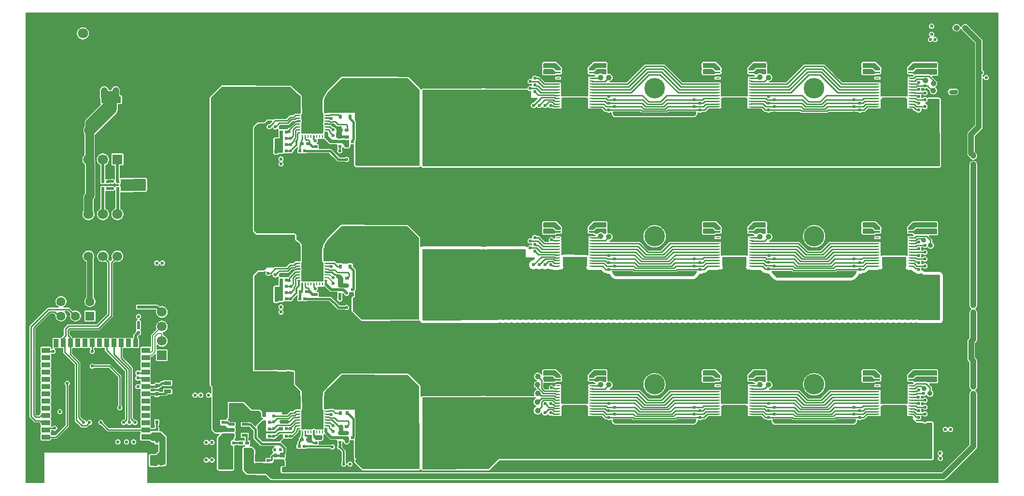
<source format=gbr>
%TF.GenerationSoftware,KiCad,Pcbnew,9.0.5*%
%TF.CreationDate,2025-10-28T20:55:23+05:00*%
%TF.ProjectId,LV08,4c563038-2e6b-4696-9361-645f70636258,rev?*%
%TF.SameCoordinates,Original*%
%TF.FileFunction,Copper,L1,Top*%
%TF.FilePolarity,Positive*%
%FSLAX46Y46*%
G04 Gerber Fmt 4.6, Leading zero omitted, Abs format (unit mm)*
G04 Created by KiCad (PCBNEW 9.0.5) date 2025-10-28 20:55:23*
%MOMM*%
%LPD*%
G01*
G04 APERTURE LIST*
%TA.AperFunction,SMDPad,CuDef*%
%ADD10R,0.540005X0.790094*%
%TD*%
%TA.AperFunction,SMDPad,CuDef*%
%ADD11R,0.792000X0.221000*%
%TD*%
%TA.AperFunction,SMDPad,CuDef*%
%ADD12R,4.277000X1.810000*%
%TD*%
%TA.AperFunction,SMDPad,CuDef*%
%ADD13R,4.277000X4.530000*%
%TD*%
%TA.AperFunction,ComponentPad*%
%ADD14C,2.500000*%
%TD*%
%TA.AperFunction,SMDPad,CuDef*%
%ADD15C,1.000000*%
%TD*%
%TA.AperFunction,SMDPad,CuDef*%
%ADD16R,1.350013X1.410008*%
%TD*%
%TA.AperFunction,SMDPad,CuDef*%
%ADD17R,1.300000X0.700000*%
%TD*%
%TA.AperFunction,SMDPad,CuDef*%
%ADD18R,0.540005X0.565659*%
%TD*%
%TA.AperFunction,SMDPad,CuDef*%
%ADD19R,3.500000X1.200000*%
%TD*%
%TA.AperFunction,SMDPad,CuDef*%
%ADD20R,0.565659X0.540005*%
%TD*%
%TA.AperFunction,SMDPad,CuDef*%
%ADD21R,0.600000X0.250013*%
%TD*%
%TA.AperFunction,SMDPad,CuDef*%
%ADD22R,0.250013X0.600000*%
%TD*%
%TA.AperFunction,SMDPad,CuDef*%
%ADD23R,3.300000X5.300000*%
%TD*%
%TA.AperFunction,SMDPad,CuDef*%
%ADD24C,0.900000*%
%TD*%
%TA.AperFunction,ComponentPad*%
%ADD25R,1.700000X1.700000*%
%TD*%
%TA.AperFunction,ComponentPad*%
%ADD26C,1.700000*%
%TD*%
%TA.AperFunction,SMDPad,CuDef*%
%ADD27R,1.072009X0.532004*%
%TD*%
%TA.AperFunction,SMDPad,CuDef*%
%ADD28R,0.790094X0.540005*%
%TD*%
%TA.AperFunction,ComponentPad*%
%ADD29C,3.600000*%
%TD*%
%TA.AperFunction,SMDPad,CuDef*%
%ADD30R,1.500000X0.900000*%
%TD*%
%TA.AperFunction,SMDPad,CuDef*%
%ADD31R,0.900000X1.500000*%
%TD*%
%TA.AperFunction,SMDPad,CuDef*%
%ADD32R,0.900000X0.900000*%
%TD*%
%TA.AperFunction,SMDPad,CuDef*%
%ADD33R,3.825019X12.350013*%
%TD*%
%TA.AperFunction,SMDPad,CuDef*%
%ADD34R,3.825019X12.320015*%
%TD*%
%TA.AperFunction,SMDPad,CuDef*%
%ADD35C,0.850000*%
%TD*%
%TA.AperFunction,ComponentPad*%
%ADD36R,1.800000X1.800000*%
%TD*%
%TA.AperFunction,ComponentPad*%
%ADD37C,1.800000*%
%TD*%
%TA.AperFunction,ComponentPad*%
%ADD38C,3.800000*%
%TD*%
%TA.AperFunction,SMDPad,CuDef*%
%ADD39R,1.410008X1.350013*%
%TD*%
%TA.AperFunction,SMDPad,CuDef*%
%ADD40R,0.864008X0.806477*%
%TD*%
%TA.AperFunction,ComponentPad*%
%ADD41C,2.000000*%
%TD*%
%TA.AperFunction,SMDPad,CuDef*%
%ADD42R,1.300000X3.700000*%
%TD*%
%TA.AperFunction,ComponentPad*%
%ADD43R,1.600000X1.600000*%
%TD*%
%TA.AperFunction,ComponentPad*%
%ADD44C,1.600000*%
%TD*%
%TA.AperFunction,ViaPad*%
%ADD45C,0.600000*%
%TD*%
%TA.AperFunction,Conductor*%
%ADD46C,0.254000*%
%TD*%
%TA.AperFunction,Conductor*%
%ADD47C,0.650000*%
%TD*%
%TA.AperFunction,Conductor*%
%ADD48C,1.000000*%
%TD*%
%TA.AperFunction,Conductor*%
%ADD49C,1.200000*%
%TD*%
%TA.AperFunction,Conductor*%
%ADD50C,1.500000*%
%TD*%
%TA.AperFunction,Conductor*%
%ADD51C,2.000000*%
%TD*%
%TA.AperFunction,Conductor*%
%ADD52C,0.300000*%
%TD*%
%TA.AperFunction,Conductor*%
%ADD53C,0.400000*%
%TD*%
%TA.AperFunction,Conductor*%
%ADD54C,0.350000*%
%TD*%
%TA.AperFunction,Conductor*%
%ADD55C,0.508000*%
%TD*%
%TA.AperFunction,Conductor*%
%ADD56C,0.800000*%
%TD*%
%TA.AperFunction,Conductor*%
%ADD57C,0.200000*%
%TD*%
G04 APERTURE END LIST*
D10*
%TO.P,C80,1,1*%
%TO.N,GND*%
X81600000Y-109545085D03*
%TO.P,C80,2,2*%
%TO.N,VCC_3V3*%
X81600000Y-108454915D03*
%TD*%
%TO.P,C29,1,1*%
%TO.N,GND*%
X101600000Y-67559830D03*
%TO.P,C29,2,2*%
%TO.N,VCC_12V0*%
X101600000Y-68650000D03*
%TD*%
D11*
%TO.P,U17,1,VDD1_0*%
%TO.N,Net-(U16-VDD1_1)*%
X157029460Y-73791846D03*
%TO.P,U17,2,VDD2_0*%
%TO.N,Net-(U16-VDD2_1)*%
X157029460Y-73289846D03*
%TO.P,U17,3,VDD3_0*%
%TO.N,Net-(U16-VDD3_1)*%
X157029460Y-72787846D03*
%TO.P,U17,4,VSS*%
%TO.N,Net-(C142-Pad2)*%
X157029460Y-72285846D03*
%TO.P,U17,5,NRSTI*%
%TO.N,Net-(U16-NRSTO)*%
X157029460Y-71783846D03*
%TO.P,U17,6,BI*%
%TO.N,Net-(U16-BO)*%
X157029460Y-71281846D03*
%TO.P,U17,7,RO*%
%TO.N,Net-(U16-RI)*%
X157029460Y-70779846D03*
%TO.P,U17,8,CLKI*%
%TO.N,Net-(U16-CLKO)*%
X157029460Y-70277846D03*
%TO.P,U17,9,CI*%
%TO.N,Net-(U16-CO)*%
X157029460Y-69775846D03*
%TO.P,U17,10,ADDR0*%
%TO.N,Net-(U17-ADDR0)*%
X157029460Y-69273846D03*
%TO.P,U17,11,ADDR1*%
%TO.N,Net-(U17-ADDR1)*%
X157029460Y-68771846D03*
%TO.P,U17,12,PLL_VSS*%
%TO.N,GND*%
X157029460Y-68269846D03*
%TO.P,U17,13,VDDIO_08_0*%
%TO.N,/BM1366_mode1_sheet_2/0V8_2*%
X157029460Y-67767846D03*
%TO.P,U17,14,VDDIO_18_0*%
%TO.N,/BM1366_mode1_sheet_2/1V8_2*%
X157029460Y-67265846D03*
%TO.P,U17,15,VDDIO_18_1*%
X151197460Y-67278846D03*
%TO.P,U17,16,VDDIO_08_1*%
%TO.N,/BM1366_mode1_sheet_2/0V8_2*%
X151197460Y-67778846D03*
%TO.P,U17,17,VSS*%
%TO.N,GND*%
X151197460Y-68278846D03*
%TO.P,U17,18,PIN_MODE*%
%TO.N,unconnected-(U17-PIN_MODE-Pad18)*%
X151197460Y-68778846D03*
%TO.P,U17,19,INV_CLKO*%
%TO.N,Net-(U17-INV_CLKO)*%
X151197460Y-69278846D03*
%TO.P,U17,20,CO*%
%TO.N,/BM1366_mode1_sheet_2/CO2*%
X151197460Y-69775846D03*
%TO.P,U17,21,CLKO*%
%TO.N,/BM1366_mode1_sheet_2/CLKO2*%
X151197460Y-70278846D03*
%TO.P,U17,22,RI*%
%TO.N,/BM1366_mode1_sheet_2/RI2*%
X151197460Y-70779846D03*
%TO.P,U17,23,BO*%
%TO.N,/BM1366_mode1_sheet_2/BO2*%
X151197460Y-71281846D03*
%TO.P,U17,24,NRSTO*%
%TO.N,/BM1366_mode1_sheet_2/NRSTO2*%
X151197460Y-71783846D03*
%TO.P,U17,25,VSS*%
%TO.N,Net-(C150-Pad2)*%
X151197460Y-72285846D03*
%TO.P,U17,26,VDD3_1*%
%TO.N,Net-(U17-VDD3_1)*%
X151197460Y-72778846D03*
%TO.P,U17,27,VDD2_1*%
%TO.N,Net-(U17-VDD2_1)*%
X151197460Y-73289846D03*
%TO.P,U17,28,VDD1_1*%
%TO.N,Net-(U17-VDD1_1)*%
X151197460Y-73778846D03*
D12*
%TO.P,U17,29,VDD*%
%TO.N,/BM1366_mode1_sheet_2/VDD_2*%
X154113460Y-72996846D03*
D13*
%TO.P,U17,30,VSS*%
%TO.N,GND*%
X154113460Y-69420846D03*
%TD*%
D14*
%TO.P,J10,1,-*%
%TO.N,GND*%
X87597381Y-81508503D03*
%TO.P,J10,2,+*%
%TO.N,VCC_12V0*%
X92597381Y-81508503D03*
%TD*%
D15*
%TO.P,TP22,1,1*%
%TO.N,Net-(U17-ADDR0)*%
X160104013Y-68628095D03*
%TD*%
D14*
%TO.P,J2,1,-*%
%TO.N,GND*%
X87600000Y-58500000D03*
%TO.P,J2,2,+*%
%TO.N,VCC_12V0*%
X92600000Y-58500000D03*
%TD*%
D16*
%TO.P,C2,1,1*%
%TO.N,GND*%
X99400000Y-41225000D03*
%TO.P,C2,2,2*%
%TO.N,VCC_12V0*%
X99400000Y-43225000D03*
%TD*%
D17*
%TO.P,Y1,1,1*%
%TO.N,/ESP32/XIN32*%
X82700000Y-95799987D03*
%TO.P,Y1,2,2*%
%TO.N,/ESP32/XOUT32*%
X82700000Y-94299987D03*
%TD*%
D18*
%TO.P,R47,1,1*%
%TO.N,/Buck_Converters_TPS546D24ARVFR/PGOOD_3*%
X112887533Y-103900888D03*
%TO.P,R47,2,2*%
%TO.N,VCC_3V3*%
X112887533Y-104766522D03*
%TD*%
D19*
%TO.P,C85,1,1*%
%TO.N,VCC_12V0*%
X72820053Y-44525000D03*
%TO.P,C85,2,2*%
%TO.N,GND*%
X67479947Y-44525000D03*
%TD*%
D15*
%TO.P,TP32,1,1*%
%TO.N,Net-(U24-ADDR1)*%
X158600000Y-94618731D03*
%TD*%
D10*
%TO.P,C65,1,1*%
%TO.N,Net-(C58-Pad1)*%
X114200000Y-98459830D03*
%TO.P,C65,2,2*%
%TO.N,Net-(C65-Pad2)*%
X114200000Y-99550000D03*
%TD*%
D20*
%TO.P,R59,1,1*%
%TO.N,/Sensors_Modules/FAN1_TACH*%
X71365839Y-60123396D03*
%TO.P,R59,2,2*%
%TO.N,VCC_3V3*%
X72231473Y-60123396D03*
%TD*%
D21*
%TO.P,U2,1,PGD/RST_B*%
%TO.N,/Buck_Converters_TPS546D24ARVFR/PGOOD_2*%
X110497759Y-76273529D03*
%TO.P,U2,2,PMB_DATA*%
%TO.N,/Buck_Converters_TPS546D24ARVFR/PMB_SDA*%
X110497759Y-75773657D03*
%TO.P,U2,3,PMB_CLK*%
%TO.N,/Buck_Converters_TPS546D24ARVFR/PMB_SCL*%
X110497759Y-75273529D03*
%TO.P,U2,4,BP1V5*%
%TO.N,Net-(U2-BP1V5)*%
X110497759Y-74773657D03*
%TO.P,U2,5,DRTN*%
%TO.N,Net-(U2-DRTN)*%
X110497759Y-74273529D03*
%TO.P,U2,6,SMB_ALRT*%
%TO.N,/Buck_Converters_TPS546D24ARVFR/PMB_ALRT*%
X110497759Y-73773657D03*
%TO.P,U2,7,BOOT*%
%TO.N,Net-(U2-BOOT)*%
X110497759Y-73273529D03*
%TO.P,U2,8,SW*%
%TO.N,Net-(C31-Pad1)*%
X110497759Y-72773657D03*
%TO.P,U2,9,SW*%
X110497759Y-72273529D03*
%TO.P,U2,10,SW*%
X110497759Y-71773657D03*
%TO.P,U2,11,SW*%
X110497759Y-71273529D03*
%TO.P,U2,12,SW*%
X110497759Y-70773657D03*
D22*
%TO.P,U2,13,PGND*%
%TO.N,GND*%
X109847772Y-70123669D03*
%TO.P,U2,14,PGND*%
X109347645Y-70123669D03*
%TO.P,U2,15,PGND*%
X108847772Y-70123669D03*
%TO.P,U2,16,PGND*%
X108347645Y-70123669D03*
%TO.P,U2,17,PGND*%
X107847772Y-70123669D03*
%TO.P,U2,18,PGND*%
X107347645Y-70123669D03*
%TO.P,U2,19,PGND*%
X106847772Y-70123669D03*
%TO.P,U2,20,PGND*%
X106347645Y-70123669D03*
D21*
%TO.P,U2,21,PVIN*%
%TO.N,VCC_12V0*%
X105697658Y-70773657D03*
%TO.P,U2,22,PVIN*%
X105697658Y-71273529D03*
%TO.P,U2,23,PVIN*%
X105697658Y-71773657D03*
%TO.P,U2,24,PVIN*%
X105697658Y-72273529D03*
%TO.P,U2,25,PVIN*%
X105697658Y-72773657D03*
%TO.P,U2,26,AVIN*%
%TO.N,Net-(U2-AVIN)*%
X105697658Y-73273529D03*
%TO.P,U2,27,EN/UVLO*%
%TO.N,Net-(U2-EN{slash}UVLO)*%
X105697658Y-73773657D03*
%TO.P,U2,28,VDD5*%
%TO.N,Net-(U2-VDD5)*%
X105697658Y-74273529D03*
%TO.P,U2,29,MSEL2*%
%TO.N,Net-(U2-MSEL2)*%
X105697658Y-74773657D03*
%TO.P,U2,30,VSEL*%
%TO.N,Net-(U2-VSEL)*%
X105697658Y-75273529D03*
%TO.P,U2,31,ADRSEL*%
%TO.N,Net-(U2-ADRSEL)*%
X105697658Y-75773657D03*
%TO.P,U2,32,MSEL1*%
%TO.N,Net-(U2-MSEL1)*%
X105697658Y-76273529D03*
D22*
%TO.P,U2,33,VOSNS*%
%TO.N,Net-(U2-VOSNS)*%
X106347645Y-76923517D03*
%TO.P,U2,34,GOSNS/SLAVE*%
%TO.N,Net-(U2-GOSNS{slash}SLAVE)*%
X106847772Y-76923517D03*
%TO.P,U2,35,VSHARE*%
%TO.N,unconnected-(U2-VSHARE-Pad35)*%
X107347645Y-76923517D03*
%TO.P,U2,36,NC*%
%TO.N,unconnected-(U2-NC-Pad36)*%
X107847772Y-76923517D03*
%TO.P,U2,37,AGND*%
%TO.N,/Buck_Converters_TPS546D24ARVFR/AGND1*%
X108347645Y-76923517D03*
%TO.P,U2,38,SYNC*%
%TO.N,unconnected-(U2-SYNC-Pad38)*%
X108847772Y-76923517D03*
%TO.P,U2,39,BCX_CLK*%
%TO.N,unconnected-(U2-BCX_CLK-Pad39)*%
X109347645Y-76923517D03*
%TO.P,U2,40,BCX_DAT*%
%TO.N,unconnected-(U2-BCX_DAT-Pad40)*%
X109847772Y-76923517D03*
D23*
%TO.P,U2,41,EP*%
%TO.N,GND*%
X108097709Y-73523720D03*
%TD*%
D18*
%TO.P,R52,1,1*%
%TO.N,/ESP32/EN*%
X80800000Y-102467183D03*
%TO.P,R52,2,2*%
%TO.N,VCC_3V3*%
X80800000Y-103332817D03*
%TD*%
D16*
%TO.P,C265,1,1*%
%TO.N,GND*%
X98750000Y-106950000D03*
%TO.P,C265,2,2*%
%TO.N,VCC_5V0*%
X98750000Y-108950000D03*
%TD*%
D24*
%TO.P,TP20,1,1*%
%TO.N,Net-(U15-ADDR0)*%
X215275000Y-69225000D03*
%TD*%
D10*
%TO.P,C41,1,1*%
%TO.N,GND*%
X138100000Y-70004915D03*
%TO.P,C41,2,2*%
%TO.N,/BM1366_mode1_sheet_2/VDD_2*%
X138100000Y-71095085D03*
%TD*%
D18*
%TO.P,R4,1,1*%
%TO.N,Net-(C9-Pad2)*%
X115100000Y-51900000D03*
%TO.P,R4,2,2*%
%TO.N,GND*%
X115100000Y-52765634D03*
%TD*%
D25*
%TO.P,J9,1,1*%
%TO.N,Net-(D1-A)*%
X81700000Y-89435008D03*
D26*
%TO.P,J9,2,2*%
%TO.N,/ESP32/D-*%
X81700000Y-86895003D03*
%TO.P,J9,3,3*%
%TO.N,/ESP32/D+*%
X81700000Y-84354997D03*
%TO.P,J9,4,4*%
%TO.N,Net-(J9-Pad4)*%
X81700000Y-81814992D03*
%TD*%
D18*
%TO.P,R56,1,1*%
%TO.N,VCC_3V3*%
X77600000Y-84567183D03*
%TO.P,R56,2,2*%
%TO.N,Net-(U7-IO3)*%
X77600000Y-85432817D03*
%TD*%
D20*
%TO.P,R143,1,1*%
%TO.N,/Buck_Converters_TPS546D24ARVFR/AGND2*%
X99654090Y-103627538D03*
%TO.P,R143,2,2*%
%TO.N,Net-(U4-ADRSEL)*%
X100519724Y-103627538D03*
%TD*%
D11*
%TO.P,U14,1,VDD1_0*%
%TO.N,Net-(U13-VDD1_1)*%
X157019529Y-45785806D03*
%TO.P,U14,2,VDD2_0*%
%TO.N,Net-(U13-VDD2_1)*%
X157019529Y-45283806D03*
%TO.P,U14,3,VDD3_0*%
%TO.N,Net-(U13-VDD3_1)*%
X157019529Y-44781806D03*
%TO.P,U14,4,VSS*%
%TO.N,Net-(C106-Pad2)*%
X157019529Y-44279806D03*
%TO.P,U14,5,NRSTI*%
%TO.N,Net-(U13-NRSTO)*%
X157019529Y-43777806D03*
%TO.P,U14,6,BI*%
%TO.N,Net-(U13-BO)*%
X157019529Y-43275806D03*
%TO.P,U14,7,RO*%
%TO.N,Net-(U13-RI)*%
X157019529Y-42773806D03*
%TO.P,U14,8,CLKI*%
%TO.N,Net-(U13-CLKO)*%
X157019529Y-42271806D03*
%TO.P,U14,9,CI*%
%TO.N,Net-(U13-CO)*%
X157019529Y-41769806D03*
%TO.P,U14,10,ADDR0*%
%TO.N,Net-(U14-ADDR0)*%
X157019529Y-41267806D03*
%TO.P,U14,11,ADDR1*%
%TO.N,Net-(U14-ADDR1)*%
X157019529Y-40765806D03*
%TO.P,U14,12,PLL_VSS*%
%TO.N,GND*%
X157019529Y-40263806D03*
%TO.P,U14,13,VDDIO_08_0*%
%TO.N,/BM1366_mode1_sheet_1/0V8*%
X157019529Y-39761806D03*
%TO.P,U14,14,VDDIO_18_0*%
%TO.N,/BM1366_mode1_sheet_1/1V8*%
X157019529Y-39259806D03*
%TO.P,U14,15,VDDIO_18_1*%
X151187529Y-39272806D03*
%TO.P,U14,16,VDDIO_08_1*%
%TO.N,/BM1366_mode1_sheet_1/0V8*%
X151187529Y-39772806D03*
%TO.P,U14,17,VSS*%
%TO.N,GND*%
X151187529Y-40272806D03*
%TO.P,U14,18,PIN_MODE*%
%TO.N,unconnected-(U14-PIN_MODE-Pad18)*%
X151187529Y-40772806D03*
%TO.P,U14,19,INV_CLKO*%
%TO.N,GND*%
X151187529Y-41272806D03*
%TO.P,U14,20,CO*%
%TO.N,/BM1366_mode1_sheet_1/CO1*%
X151187529Y-41769806D03*
%TO.P,U14,21,CLKO*%
%TO.N,/BM1366_mode1_sheet_1/CLKO1*%
X151187529Y-42272806D03*
%TO.P,U14,22,RI*%
%TO.N,/BM1366_mode1_sheet_1/RI1*%
X151187529Y-42773806D03*
%TO.P,U14,23,BO*%
%TO.N,/BM1366_mode1_sheet_1/BO1*%
X151187529Y-43275806D03*
%TO.P,U14,24,NRSTO*%
%TO.N,/BM1366_mode1_sheet_1/NRSTO1*%
X151187529Y-43777806D03*
%TO.P,U14,25,VSS*%
%TO.N,Net-(C114-Pad2)*%
X151187529Y-44279806D03*
%TO.P,U14,26,VDD3_1*%
%TO.N,Net-(U14-VDD3_1)*%
X151187529Y-44772806D03*
%TO.P,U14,27,VDD2_1*%
%TO.N,Net-(U14-VDD2_1)*%
X151187529Y-45283806D03*
%TO.P,U14,28,VDD1_1*%
%TO.N,Net-(U14-VDD1_1)*%
X151187529Y-45772806D03*
D12*
%TO.P,U14,29,VDD*%
%TO.N,/BM1366_mode1_sheet_1/VDD_1*%
X154103529Y-44990806D03*
D13*
%TO.P,U14,30,VSS*%
%TO.N,GND*%
X154103529Y-41414806D03*
%TD*%
D15*
%TO.P,TP29,1,1*%
%TO.N,Net-(U24-ADDR0)*%
X160103286Y-94626947D03*
%TD*%
D27*
%TO.P,U27,1,BS*%
%TO.N,Net-(U27-BS)*%
X96244792Y-103468478D03*
%TO.P,U27,2,GND*%
%TO.N,GND*%
X96244792Y-102518516D03*
%TO.P,U27,3,FB*%
%TO.N,Net-(U27-FB)*%
X96244792Y-101568554D03*
%TO.P,U27,4,EN*%
%TO.N,Net-(U27-EN)*%
X93946596Y-101568554D03*
%TO.P,U27,5,IN*%
%TO.N,VCC_12V0*%
X93946596Y-102518516D03*
%TO.P,U27,6,LX*%
%TO.N,Net-(U27-LX)*%
X93946596Y-103468478D03*
%TD*%
D20*
%TO.P,R136,1,1*%
%TO.N,/Buck_Converters_TPS546D24ARVFR/AGND1*%
X102663546Y-79530814D03*
%TO.P,R136,2,2*%
%TO.N,Net-(U2-MSEL1)*%
X103529180Y-79530814D03*
%TD*%
D15*
%TO.P,TP13,1,1*%
%TO.N,Net-(U13-ADDR1)*%
X186600000Y-40600000D03*
%TD*%
D20*
%TO.P,R134,1,1*%
%TO.N,/Buck_Converters_TPS546D24ARVFR/AGND1*%
X102657727Y-77296043D03*
%TO.P,R134,2,2*%
%TO.N,Net-(U2-VSEL)*%
X103523361Y-77296043D03*
%TD*%
%TO.P,R3,1,1*%
%TO.N,Net-(U1-VOSNS)*%
X105860490Y-53527141D03*
%TO.P,R3,2,2*%
%TO.N,/BM1366_mode1_sheet_1/VDD_1*%
X106726124Y-53527141D03*
%TD*%
D28*
%TO.P,C22,1,1*%
%TO.N,Net-(U27-BS)*%
X96639814Y-104819569D03*
%TO.P,C22,2,2*%
%TO.N,Net-(C22-Pad2)*%
X95549644Y-104819569D03*
%TD*%
D11*
%TO.P,U23,1,VDD1_0*%
%TO.N,Net-(U22-VDD1_1)*%
X185020356Y-99792780D03*
%TO.P,U23,2,VDD2_0*%
%TO.N,Net-(U22-VDD2_1)*%
X185020356Y-99290780D03*
%TO.P,U23,3,VDD3_0*%
%TO.N,Net-(U22-VDD3_1)*%
X185020356Y-98788780D03*
%TO.P,U23,4,VSS*%
%TO.N,Net-(C215-Pad2)*%
X185020356Y-98286780D03*
%TO.P,U23,5,NRSTI*%
%TO.N,Net-(U22-NRSTO)*%
X185020356Y-97784780D03*
%TO.P,U23,6,BI*%
%TO.N,Net-(U22-BO)*%
X185020356Y-97282780D03*
%TO.P,U23,7,RO*%
%TO.N,Net-(U22-RI)*%
X185020356Y-96780780D03*
%TO.P,U23,8,CLKI*%
%TO.N,Net-(U22-CLKO)*%
X185020356Y-96278780D03*
%TO.P,U23,9,CI*%
%TO.N,Net-(U22-CO)*%
X185020356Y-95776780D03*
%TO.P,U23,10,ADDR0*%
%TO.N,Net-(U23-ADDR0)*%
X185020356Y-95274780D03*
%TO.P,U23,11,ADDR1*%
%TO.N,Net-(U23-ADDR1)*%
X185020356Y-94772780D03*
%TO.P,U23,12,PLL_VSS*%
%TO.N,GND*%
X185020356Y-94270780D03*
%TO.P,U23,13,VDDIO_08_0*%
%TO.N,/BM1366_mode1_sheet_3/0V8_3*%
X185020356Y-93768780D03*
%TO.P,U23,14,VDDIO_18_0*%
%TO.N,/BM1366_mode1_sheet_3/1V8_3*%
X185020356Y-93266780D03*
%TO.P,U23,15,VDDIO_18_1*%
X179188356Y-93279780D03*
%TO.P,U23,16,VDDIO_08_1*%
%TO.N,/BM1366_mode1_sheet_3/0V8_3*%
X179188356Y-93779780D03*
%TO.P,U23,17,VSS*%
%TO.N,GND*%
X179188356Y-94279780D03*
%TO.P,U23,18,PIN_MODE*%
%TO.N,unconnected-(U23-PIN_MODE-Pad18)*%
X179188356Y-94779780D03*
%TO.P,U23,19,INV_CLKO*%
%TO.N,GND*%
X179188356Y-95279780D03*
%TO.P,U23,20,CO*%
%TO.N,Net-(U23-CO)*%
X179188356Y-95776780D03*
%TO.P,U23,21,CLKO*%
%TO.N,Net-(U23-CLKO)*%
X179188356Y-96279780D03*
%TO.P,U23,22,RI*%
%TO.N,Net-(U23-RI)*%
X179188356Y-96780780D03*
%TO.P,U23,23,BO*%
%TO.N,Net-(U23-BO)*%
X179188356Y-97282780D03*
%TO.P,U23,24,NRSTO*%
%TO.N,Net-(U23-NRSTO)*%
X179188356Y-97784780D03*
%TO.P,U23,25,VSS*%
%TO.N,Net-(C223-Pad2)*%
X179188356Y-98286780D03*
%TO.P,U23,26,VDD3_1*%
%TO.N,Net-(U23-VDD3_1)*%
X179188356Y-98779780D03*
%TO.P,U23,27,VDD2_1*%
%TO.N,Net-(U23-VDD2_1)*%
X179188356Y-99290780D03*
%TO.P,U23,28,VDD1_1*%
%TO.N,Net-(U23-VDD1_1)*%
X179188356Y-99779780D03*
D12*
%TO.P,U23,29,VDD*%
%TO.N,/BM1366_mode1_sheet_3/VDD_3*%
X182104356Y-98997780D03*
D13*
%TO.P,U23,30,VSS*%
%TO.N,GND*%
X182104356Y-95421780D03*
%TD*%
D28*
%TO.P,C263,1,1*%
%TO.N,Net-(U4-DRTN)*%
X114146591Y-101918715D03*
%TO.P,C263,2,2*%
%TO.N,Net-(U4-BP1V5)*%
X113056421Y-101918715D03*
%TD*%
D10*
%TO.P,C32,1,1*%
%TO.N,Net-(C31-Pad1)*%
X114675000Y-72784830D03*
%TO.P,C32,2,2*%
%TO.N,Net-(C32-Pad2)*%
X114675000Y-73875000D03*
%TD*%
%TO.P,C9,1,1*%
%TO.N,Net-(C11-Pad1)*%
X114720400Y-46398030D03*
%TO.P,C9,2,2*%
%TO.N,Net-(C9-Pad2)*%
X114720400Y-47488200D03*
%TD*%
D29*
%TO.P,M4,1,1*%
%TO.N,unconnected-(M4-Pad1)*%
X196100000Y-94525000D03*
%TD*%
D15*
%TO.P,TP31,1,1*%
%TO.N,Net-(U23-ADDR1)*%
X186600000Y-94625404D03*
%TD*%
D10*
%TO.P,C12,1,1*%
%TO.N,GND*%
X138100000Y-42004915D03*
%TO.P,C12,2,2*%
%TO.N,/BM1366_mode1_sheet_1/VDD_1*%
X138100000Y-43095085D03*
%TD*%
D11*
%TO.P,U12,1,VDD1_0*%
%TO.N,Net-(U12-VDD1_0)*%
X213015876Y-45786641D03*
%TO.P,U12,2,VDD2_0*%
%TO.N,Net-(U12-VDD2_0)*%
X213015876Y-45284641D03*
%TO.P,U12,3,VDD3_0*%
%TO.N,Net-(U12-VDD3_0)*%
X213015876Y-44782641D03*
%TO.P,U12,4,VSS*%
%TO.N,Net-(C91-Pad1)*%
X213015876Y-44280641D03*
%TO.P,U12,5,NRSTI*%
%TO.N,/BM1366_mode1_sheet_1/NRSTI*%
X213015876Y-43778641D03*
%TO.P,U12,6,BI*%
%TO.N,/BM1366_mode1_sheet_1/BI*%
X213015876Y-43276641D03*
%TO.P,U12,7,RO*%
%TO.N,/BM1366_mode1_sheet_1/RO*%
X213015876Y-42774641D03*
%TO.P,U12,8,CLKI*%
%TO.N,/BM1366_mode1_sheet_1/CLKI*%
X213015876Y-42272641D03*
%TO.P,U12,9,CI*%
%TO.N,/BM1366_mode1_sheet_1/CI*%
X213015876Y-41770641D03*
%TO.P,U12,10,ADDR0*%
%TO.N,Net-(U12-ADDR0)*%
X213015876Y-41268641D03*
%TO.P,U12,11,ADDR1*%
%TO.N,Net-(U12-ADDR1)*%
X213015876Y-40766641D03*
%TO.P,U12,12,PLL_VSS*%
%TO.N,GND*%
X213015876Y-40264641D03*
%TO.P,U12,13,VDDIO_08_0*%
%TO.N,/BM1366_mode1_sheet_1/0V8*%
X213015876Y-39762641D03*
%TO.P,U12,14,VDDIO_18_0*%
%TO.N,/BM1366_mode1_sheet_1/1V8*%
X213015876Y-39260641D03*
%TO.P,U12,15,VDDIO_18_1*%
X207183876Y-39273641D03*
%TO.P,U12,16,VDDIO_08_1*%
%TO.N,/BM1366_mode1_sheet_1/0V8*%
X207183876Y-39773641D03*
%TO.P,U12,17,VSS*%
%TO.N,GND*%
X207183876Y-40273641D03*
%TO.P,U12,18,PIN_MODE*%
%TO.N,unconnected-(U12-PIN_MODE-Pad18)*%
X207183876Y-40773641D03*
%TO.P,U12,19,INV_CLKO*%
%TO.N,GND*%
X207183876Y-41273641D03*
%TO.P,U12,20,CO*%
%TO.N,Net-(U12-CO)*%
X207183876Y-41770641D03*
%TO.P,U12,21,CLKO*%
%TO.N,Net-(U12-CLKO)*%
X207183876Y-42273641D03*
%TO.P,U12,22,RI*%
%TO.N,Net-(U12-RI)*%
X207183876Y-42774641D03*
%TO.P,U12,23,BO*%
%TO.N,Net-(U12-BO)*%
X207183876Y-43276641D03*
%TO.P,U12,24,NRSTO*%
%TO.N,Net-(U12-NRSTO)*%
X207183876Y-43778641D03*
%TO.P,U12,25,VSS*%
%TO.N,Net-(C98-Pad2)*%
X207183876Y-44280641D03*
%TO.P,U12,26,VDD3_1*%
%TO.N,Net-(U12-VDD3_1)*%
X207183876Y-44773641D03*
%TO.P,U12,27,VDD2_1*%
%TO.N,Net-(U12-VDD2_1)*%
X207183876Y-45284641D03*
%TO.P,U12,28,VDD1_1*%
%TO.N,Net-(U12-VDD1_1)*%
X207183876Y-45773641D03*
D12*
%TO.P,U12,29,VDD*%
%TO.N,/BM1366_mode1_sheet_1/VDD_1*%
X210099876Y-44991641D03*
D13*
%TO.P,U12,30,VSS*%
%TO.N,GND*%
X210099876Y-41415641D03*
%TD*%
D10*
%TO.P,C264,1,1*%
%TO.N,Net-(U27-FB)*%
X101550000Y-107000000D03*
%TO.P,C264,2,2*%
%TO.N,VCC_5V0*%
X101550000Y-108090170D03*
%TD*%
D15*
%TO.P,TP26,1,1*%
%TO.N,/BM1366_mode1_sheet_1/CLKI*%
X217004689Y-42926573D03*
%TD*%
D20*
%TO.P,R62,1,1*%
%TO.N,/Sensors_Modules/FAN2_PWM*%
X73960349Y-58926343D03*
%TO.P,R62,2,2*%
%TO.N,VCC_5V0*%
X74825983Y-58926343D03*
%TD*%
D28*
%TO.P,C86,1,1*%
%TO.N,VCC_12V0*%
X68840170Y-49050000D03*
%TO.P,C86,2,2*%
%TO.N,GND*%
X67750000Y-49050000D03*
%TD*%
D30*
%TO.P,U7,1,GND*%
%TO.N,GND*%
X78848382Y-105043795D03*
%TO.P,U7,2,3V3*%
%TO.N,VCC_3V3*%
X78848382Y-103773792D03*
%TO.P,U7,3,EN*%
%TO.N,/ESP32/EN*%
X78848382Y-102503790D03*
%TO.P,U7,4,IO4*%
%TO.N,unconnected-(U7-IO4-Pad4)*%
X78848382Y-101233787D03*
%TO.P,U7,5,IO5*%
%TO.N,unconnected-(U7-IO5-Pad5)*%
X78848382Y-99963785D03*
%TO.P,U7,6,IO6*%
%TO.N,unconnected-(U7-IO6-Pad6)*%
X78848382Y-98693782D03*
%TO.P,U7,7,IO7*%
%TO.N,unconnected-(U7-IO7-Pad7)*%
X78848382Y-97423780D03*
%TO.P,U7,8,IO15*%
%TO.N,/ESP32/XIN32*%
X78848382Y-96153777D03*
%TO.P,U7,9,IO16*%
%TO.N,/ESP32/XOUT32*%
X78848382Y-94883774D03*
%TO.P,U7,10,IO17*%
%TO.N,/ESP32/ESP32_TX*%
X78848382Y-93613772D03*
%TO.P,U7,11,IO18*%
%TO.N,/ESP32/ESP32_RX*%
X78848382Y-92343769D03*
%TO.P,U7,12,IO8*%
%TO.N,unconnected-(U7-IO8-Pad12)*%
X78848382Y-91073767D03*
%TO.P,U7,13,IO19*%
%TO.N,/ESP32/D-*%
X78848382Y-89803764D03*
%TO.P,U7,14,IO20*%
%TO.N,/ESP32/D+*%
X78848382Y-88533762D03*
D31*
%TO.P,U7,15,IO3*%
%TO.N,Net-(U7-IO3)*%
X77083332Y-87253853D03*
%TO.P,U7,16,IO46*%
%TO.N,unconnected-(U7-IO46-Pad16)*%
X75813329Y-87253853D03*
%TO.P,U7,17,IO9*%
%TO.N,/Buck_Converters_TPS546D24ARVFR/PGOOD_1*%
X74543327Y-87253853D03*
%TO.P,U7,18,IO10*%
%TO.N,/Buck_Converters_TPS546D24ARVFR/PGOOD_2*%
X73273324Y-87253853D03*
%TO.P,U7,19,IO11*%
%TO.N,/Buck_Converters_TPS546D24ARVFR/PGOOD_3*%
X72003322Y-87253853D03*
%TO.P,U7,20,IO12*%
%TO.N,unconnected-(U7-IO12-Pad20)*%
X70733319Y-87253853D03*
%TO.P,U7,21,IO13*%
%TO.N,/Buck_Converters_TPS546D24ARVFR/ALRT*%
X69463317Y-87253853D03*
%TO.P,U7,22,IO14*%
%TO.N,unconnected-(U7-IO14-Pad22)*%
X68193314Y-87253853D03*
%TO.P,U7,23,IO21*%
%TO.N,unconnected-(U7-IO21-Pad23)*%
X66923312Y-87253853D03*
%TO.P,U7,24,IO47*%
%TO.N,/Buck_Converters_TPS546D24ARVFR/SDA*%
X65653309Y-87253853D03*
%TO.P,U7,25,IO48*%
%TO.N,/Buck_Converters_TPS546D24ARVFR/SCL*%
X64383307Y-87253853D03*
%TO.P,U7,26,IO45*%
%TO.N,unconnected-(U7-IO45-Pad26)*%
X63113304Y-87283825D03*
D30*
%TO.P,U7,27,IO0*%
%TO.N,/ESP32/IO0*%
X61348254Y-88533762D03*
%TO.P,U7,28,IO35*%
%TO.N,unconnected-(U7-IO35-Pad28)*%
X61348254Y-89803764D03*
%TO.P,U7,29,IO36*%
%TO.N,unconnected-(U7-IO36-Pad29)*%
X61348254Y-91073767D03*
%TO.P,U7,30,IO37*%
%TO.N,unconnected-(U7-IO37-Pad30)*%
X61348254Y-92343769D03*
%TO.P,U7,31,IO38*%
%TO.N,unconnected-(U7-IO38-Pad31)*%
X61348254Y-93613772D03*
%TO.P,U7,32,IO39*%
%TO.N,unconnected-(U7-IO39-Pad32)*%
X61348254Y-94883774D03*
%TO.P,U7,33,IO40*%
%TO.N,unconnected-(U7-IO40-Pad33)*%
X61348254Y-96153777D03*
%TO.P,U7,34,IO41*%
%TO.N,unconnected-(U7-IO41-Pad34)*%
X61348254Y-97423780D03*
%TO.P,U7,35,IO42*%
%TO.N,unconnected-(U7-IO42-Pad35)*%
X61348254Y-98693782D03*
%TO.P,U7,36,RXD0*%
%TO.N,/ESP32/P_RX*%
X61348254Y-99963785D03*
%TO.P,U7,37,TXD0*%
%TO.N,/ESP32/P_TX*%
X61348254Y-101233787D03*
%TO.P,U7,38,IO2*%
%TO.N,/ESP32/VDD_SAMPLE*%
X61348254Y-102503790D03*
%TO.P,U7,39,IO1*%
%TO.N,/ESP32/ASIC_RST*%
X61348254Y-103773792D03*
%TO.P,U7,40,GND*%
%TO.N,GND*%
X61348254Y-105043795D03*
D32*
%TO.P,U7,41,GND*%
X72998496Y-98723754D03*
X72998496Y-97323703D03*
X72998496Y-95923653D03*
X71598445Y-98723754D03*
X71598445Y-97323703D03*
X71598445Y-95923653D03*
X70198394Y-98723754D03*
X70198394Y-97323703D03*
X70198394Y-95923653D03*
%TD*%
D20*
%TO.P,R44,1,1*%
%TO.N,Net-(U4-GOSNS{slash}SLAVE)*%
X108772679Y-104830063D03*
%TO.P,R44,2,2*%
%TO.N,GND*%
X109638313Y-104830063D03*
%TD*%
D33*
%TO.P,L1,1,1*%
%TO.N,Net-(C11-Pad1)*%
X119444908Y-50000000D03*
D34*
%TO.P,L1,2,2*%
%TO.N,/BM1366_mode1_sheet_1/VDD_1*%
X135800000Y-50000000D03*
%TD*%
D20*
%TO.P,R14,1,1*%
%TO.N,/Buck_Converters_TPS546D24ARVFR/AGND0*%
X102667183Y-50200000D03*
%TO.P,R14,2,2*%
%TO.N,Net-(U1-MSEL2)*%
X103532817Y-50200000D03*
%TD*%
D10*
%TO.P,C79,1,1*%
%TO.N,GND*%
X80800000Y-100104915D03*
%TO.P,C79,2,2*%
%TO.N,/ESP32/EN*%
X80800000Y-101195085D03*
%TD*%
D35*
%TO.P,TP_VDD2,1,1*%
%TO.N,/BM1366_mode1_sheet_2/VDD_2*%
X145000000Y-75600000D03*
%TD*%
D28*
%TO.P,C21,1,1*%
%TO.N,GND*%
X93940170Y-100050000D03*
%TO.P,C21,2,2*%
%TO.N,VCC_12V0*%
X92850000Y-100050000D03*
%TD*%
D10*
%TO.P,C68,1,1*%
%TO.N,GND*%
X138100000Y-96004915D03*
%TO.P,C68,2,2*%
%TO.N,/BM1366_mode1_sheet_3/VDD_3*%
X138100000Y-97095085D03*
%TD*%
D20*
%TO.P,R41,1,1*%
%TO.N,/Buck_Converters_TPS546D24ARVFR/AGND2*%
X99660683Y-101193936D03*
%TO.P,R41,2,2*%
%TO.N,Net-(U4-EN{slash}UVLO)*%
X100526317Y-101193936D03*
%TD*%
D10*
%TO.P,C7,1,1*%
%TO.N,GND*%
X101600000Y-41604915D03*
%TO.P,C7,2,2*%
%TO.N,VCC_12V0*%
X101600000Y-42695085D03*
%TD*%
D20*
%TO.P,R22,1,1*%
%TO.N,Net-(U2-VOSNS)*%
X105900000Y-79500000D03*
%TO.P,R22,2,2*%
%TO.N,/BM1366_mode1_sheet_2/VDD_2*%
X106765634Y-79500000D03*
%TD*%
D10*
%TO.P,C78,1,1*%
%TO.N,GND*%
X80800000Y-93704915D03*
%TO.P,C78,2,2*%
%TO.N,/ESP32/XOUT32*%
X80800000Y-94795085D03*
%TD*%
D36*
%TO.P,J6,1,1*%
%TO.N,GND*%
X66285547Y-64642819D03*
D37*
%TO.P,J6,2,2*%
%TO.N,VCC_12V0*%
X68825552Y-64642819D03*
%TO.P,J6,3,3*%
%TO.N,/Sensors_Modules/FAN1_TACH*%
X71365558Y-64642819D03*
%TO.P,J6,4,4*%
%TO.N,/Sensors_Modules/FAN1_PWM*%
X73905563Y-64642819D03*
%TD*%
D25*
%TO.P,J4,1,1*%
%TO.N,GND*%
X66275000Y-72025000D03*
D26*
%TO.P,J4,2,2*%
%TO.N,VCC_3V3*%
X68815005Y-72025000D03*
%TO.P,J4,3,3*%
%TO.N,/Buck_Converters_TPS546D24ARVFR/SCL*%
X71355011Y-72025000D03*
%TO.P,J4,4,4*%
%TO.N,/Buck_Converters_TPS546D24ARVFR/SDA*%
X73895016Y-72025000D03*
%TD*%
D28*
%TO.P,C19,1,1*%
%TO.N,Net-(U1-DRTN)*%
X114145085Y-49900000D03*
%TO.P,C19,2,2*%
%TO.N,Net-(U1-BP1V5)*%
X113054915Y-49900000D03*
%TD*%
D29*
%TO.P,M6,1,1*%
%TO.N,N/C*%
X196100000Y-42500000D03*
%TD*%
D35*
%TO.P,TP_VDD1,1,1*%
%TO.N,/BM1366_mode1_sheet_1/VDD_1*%
X145500000Y-47700000D03*
%TD*%
D38*
%TO.P,H4,1,1*%
%TO.N,GND*%
X86600000Y-101525000D03*
%TD*%
D10*
%TO.P,C30,1,1*%
%TO.N,GND*%
X103397439Y-67566182D03*
%TO.P,C30,2,2*%
%TO.N,VCC_12V0*%
X103397439Y-68656352D03*
%TD*%
D11*
%TO.P,U16,1,VDD1_0*%
%TO.N,Net-(U15-VDD1_1)*%
X185020556Y-73781249D03*
%TO.P,U16,2,VDD2_0*%
%TO.N,Net-(U15-VDD2_1)*%
X185020556Y-73279249D03*
%TO.P,U16,3,VDD3_0*%
%TO.N,Net-(U15-VDD3_1)*%
X185020556Y-72777249D03*
%TO.P,U16,4,VSS*%
%TO.N,Net-(C134-Pad2)*%
X185020556Y-72275249D03*
%TO.P,U16,5,NRSTI*%
%TO.N,Net-(U15-NRSTO)*%
X185020556Y-71773249D03*
%TO.P,U16,6,BI*%
%TO.N,Net-(U15-BO)*%
X185020556Y-71271249D03*
%TO.P,U16,7,RO*%
%TO.N,Net-(U15-RI)*%
X185020556Y-70769249D03*
%TO.P,U16,8,CLKI*%
%TO.N,Net-(U15-CLKO)*%
X185020556Y-70267249D03*
%TO.P,U16,9,CI*%
%TO.N,Net-(U15-CO)*%
X185020556Y-69765249D03*
%TO.P,U16,10,ADDR0*%
%TO.N,Net-(U16-ADDR0)*%
X185020556Y-69263249D03*
%TO.P,U16,11,ADDR1*%
%TO.N,Net-(U16-ADDR1)*%
X185020556Y-68761249D03*
%TO.P,U16,12,PLL_VSS*%
%TO.N,GND*%
X185020556Y-68259249D03*
%TO.P,U16,13,VDDIO_08_0*%
%TO.N,/BM1366_mode1_sheet_2/0V8_2*%
X185020556Y-67757249D03*
%TO.P,U16,14,VDDIO_18_0*%
%TO.N,/BM1366_mode1_sheet_2/1V8_2*%
X185020556Y-67255249D03*
%TO.P,U16,15,VDDIO_18_1*%
X179188556Y-67268249D03*
%TO.P,U16,16,VDDIO_08_1*%
%TO.N,/BM1366_mode1_sheet_2/0V8_2*%
X179188556Y-67768249D03*
%TO.P,U16,17,VSS*%
%TO.N,GND*%
X179188556Y-68268249D03*
%TO.P,U16,18,PIN_MODE*%
%TO.N,unconnected-(U16-PIN_MODE-Pad18)*%
X179188556Y-68768249D03*
%TO.P,U16,19,INV_CLKO*%
%TO.N,GND*%
X179188556Y-69268249D03*
%TO.P,U16,20,CO*%
%TO.N,Net-(U16-CO)*%
X179188556Y-69765249D03*
%TO.P,U16,21,CLKO*%
%TO.N,Net-(U16-CLKO)*%
X179188556Y-70268249D03*
%TO.P,U16,22,RI*%
%TO.N,Net-(U16-RI)*%
X179188556Y-70769249D03*
%TO.P,U16,23,BO*%
%TO.N,Net-(U16-BO)*%
X179188556Y-71271249D03*
%TO.P,U16,24,NRSTO*%
%TO.N,Net-(U16-NRSTO)*%
X179188556Y-71773249D03*
%TO.P,U16,25,VSS*%
%TO.N,Net-(C142-Pad2)*%
X179188556Y-72275249D03*
%TO.P,U16,26,VDD3_1*%
%TO.N,Net-(U16-VDD3_1)*%
X179188556Y-72768249D03*
%TO.P,U16,27,VDD2_1*%
%TO.N,Net-(U16-VDD2_1)*%
X179188556Y-73279249D03*
%TO.P,U16,28,VDD1_1*%
%TO.N,Net-(U16-VDD1_1)*%
X179188556Y-73768249D03*
D12*
%TO.P,U16,29,VDD*%
%TO.N,/BM1366_mode1_sheet_2/VDD_2*%
X182104556Y-72986249D03*
D13*
%TO.P,U16,30,VSS*%
%TO.N,GND*%
X182104556Y-69410249D03*
%TD*%
D20*
%TO.P,R141,1,1*%
%TO.N,/Buck_Converters_TPS546D24ARVFR/AGND2*%
X99659908Y-102359575D03*
%TO.P,R141,2,2*%
%TO.N,Net-(U4-MSEL2)*%
X100525542Y-102359575D03*
%TD*%
D15*
%TO.P,TP28,1,1*%
%TO.N,Net-(U23-ADDR0)*%
X188103217Y-94625737D03*
%TD*%
D20*
%TO.P,R15,1,1*%
%TO.N,/Buck_Converters_TPS546D24ARVFR/AGND0*%
X102650000Y-51300000D03*
%TO.P,R15,2,2*%
%TO.N,Net-(U1-VSEL)*%
X103515634Y-51300000D03*
%TD*%
D29*
%TO.P,M3,1,1*%
%TO.N,unconnected-(M3-Pad1)*%
X168100000Y-94525000D03*
%TD*%
D36*
%TO.P,J7,1,1*%
%TO.N,/Sensors_Modules/FAN2_PWM*%
X73900364Y-55036661D03*
D37*
%TO.P,J7,2,2*%
%TO.N,/Sensors_Modules/FAN2_TACH*%
X71360359Y-55036661D03*
%TO.P,J7,3,3*%
%TO.N,VCC_12V0*%
X68820353Y-55036661D03*
%TO.P,J7,4,4*%
%TO.N,GND*%
X66280348Y-55036661D03*
%TD*%
D39*
%TO.P,C20,1,1*%
%TO.N,GND*%
X94550000Y-98500000D03*
%TO.P,C20,2,2*%
%TO.N,VCC_12V0*%
X92550000Y-98500000D03*
%TD*%
D28*
%TO.P,C73,1,1*%
%TO.N,Net-(U4-VOSNS)*%
X106262497Y-104224845D03*
%TO.P,C73,2,2*%
%TO.N,Net-(U4-GOSNS{slash}SLAVE)*%
X107352667Y-104224845D03*
%TD*%
D10*
%TO.P,C8,1,1*%
%TO.N,GND*%
X103400000Y-41559830D03*
%TO.P,C8,2,2*%
%TO.N,VCC_12V0*%
X103400000Y-42650000D03*
%TD*%
D15*
%TO.P,TP34,1,1*%
%TO.N,/BM1366_mode1_sheet_3/BO3*%
X147575000Y-97625000D03*
%TD*%
%TO.P,TP24,1,1*%
%TO.N,Net-(U16-ADDR1)*%
X186602225Y-68624333D03*
%TD*%
D19*
%TO.P,C23,1,1*%
%TO.N,VCC_12V0*%
X92748643Y-70525678D03*
%TO.P,C23,2,2*%
%TO.N,GND*%
X87408537Y-70525678D03*
%TD*%
D15*
%TO.P,TP25,1,1*%
%TO.N,Net-(U17-ADDR1)*%
X158675000Y-68525000D03*
%TD*%
D28*
%TO.P,C262,1,1*%
%TO.N,Net-(U2-BP1V5)*%
X113059830Y-75900000D03*
%TO.P,C262,2,2*%
%TO.N,Net-(U2-DRTN)*%
X114150000Y-75900000D03*
%TD*%
D20*
%TO.P,R16,1,1*%
%TO.N,/Buck_Converters_TPS546D24ARVFR/AGND0*%
X102667183Y-52450000D03*
%TO.P,R16,2,2*%
%TO.N,Net-(U1-ADRSEL)*%
X103532817Y-52450000D03*
%TD*%
D18*
%TO.P,R54,1,1*%
%TO.N,Net-(J9-Pad4)*%
X77600000Y-80932817D03*
%TO.P,R54,2,2*%
%TO.N,GND*%
X77600000Y-80067183D03*
%TD*%
D15*
%TO.P,TP35,1,1*%
%TO.N,/BM1366_mode1_sheet_3/RI3*%
X147603626Y-96127196D03*
%TD*%
D10*
%TO.P,C58,1,1*%
%TO.N,Net-(C58-Pad1)*%
X113030000Y-98464115D03*
%TO.P,C58,2,2*%
%TO.N,Net-(U4-BOOT)*%
X113030000Y-99554285D03*
%TD*%
D20*
%TO.P,R8,1,1*%
%TO.N,Net-(U1-GOSNS{slash}SLAVE)*%
X108759837Y-52726548D03*
%TO.P,R8,2,2*%
%TO.N,GND*%
X109625471Y-52726548D03*
%TD*%
D38*
%TO.P,H2,1,1*%
%TO.N,GND*%
X86587280Y-34523680D03*
%TD*%
D18*
%TO.P,R13,1,1*%
%TO.N,/Buck_Converters_TPS546D24ARVFR/PGOOD_1*%
X112897540Y-51886550D03*
%TO.P,R13,2,2*%
%TO.N,VCC_3V3*%
X112897540Y-52752184D03*
%TD*%
D28*
%TO.P,C46,1,1*%
%TO.N,Net-(U2-VOSNS)*%
X106054915Y-78250000D03*
%TO.P,C46,2,2*%
%TO.N,Net-(U2-GOSNS{slash}SLAVE)*%
X107145085Y-78250000D03*
%TD*%
D29*
%TO.P,M1,1,1*%
%TO.N,unconnected-(M1-Pad1)*%
X168125000Y-68525000D03*
%TD*%
D10*
%TO.P,C57,1,1*%
%TO.N,GND*%
X103886000Y-91453715D03*
%TO.P,C57,2,2*%
%TO.N,VCC_12V0*%
X103886000Y-92543885D03*
%TD*%
D15*
%TO.P,TP9,1,1*%
%TO.N,Net-(U12-ADDR0)*%
X215610000Y-41170000D03*
%TD*%
D19*
%TO.P,C1,1,1*%
%TO.N,VCC_12V0*%
X92942424Y-92526880D03*
%TO.P,C1,2,2*%
%TO.N,GND*%
X87602318Y-92526880D03*
%TD*%
D10*
%TO.P,C56,1,1*%
%TO.N,GND*%
X101600000Y-91453715D03*
%TO.P,C56,2,2*%
%TO.N,VCC_12V0*%
X101600000Y-92543885D03*
%TD*%
D20*
%TO.P,R135,1,1*%
%TO.N,/Buck_Converters_TPS546D24ARVFR/AGND1*%
X102660675Y-78389146D03*
%TO.P,R135,2,2*%
%TO.N,Net-(U2-ADRSEL)*%
X103526309Y-78389146D03*
%TD*%
D15*
%TO.P,TP14,1,1*%
%TO.N,Net-(U14-ADDR1)*%
X158598484Y-40624072D03*
%TD*%
D40*
%TO.P,R147,1,1*%
%TO.N,Net-(U27-FB)*%
X102875000Y-106950000D03*
%TO.P,R147,2,2*%
%TO.N,VCC_5V0*%
X102875000Y-108456732D03*
%TD*%
D15*
%TO.P,TP10,1,1*%
%TO.N,Net-(U13-ADDR0)*%
X188098908Y-40622894D03*
%TD*%
D28*
%TO.P,C18,1,1*%
%TO.N,Net-(U1-VOSNS)*%
X106232493Y-52216700D03*
%TO.P,C18,2,2*%
%TO.N,Net-(U1-GOSNS{slash}SLAVE)*%
X107322663Y-52216700D03*
%TD*%
D20*
%TO.P,R145,1,1*%
%TO.N,Net-(U27-LX)*%
X93430733Y-104825428D03*
%TO.P,R145,2,2*%
%TO.N,Net-(C22-Pad2)*%
X94296367Y-104825428D03*
%TD*%
D38*
%TO.P,H3,1,1*%
%TO.N,GND*%
X133106067Y-34528451D03*
%TD*%
D20*
%TO.P,R27,1,1*%
%TO.N,Net-(U2-GOSNS{slash}SLAVE)*%
X108763828Y-78720491D03*
%TO.P,R27,2,2*%
%TO.N,GND*%
X109629462Y-78720491D03*
%TD*%
D21*
%TO.P,U4,1,PGD/RST_B*%
%TO.N,/Buck_Converters_TPS546D24ARVFR/PGOOD_3*%
X110493101Y-102271218D03*
%TO.P,U4,2,PMB_DATA*%
%TO.N,/Buck_Converters_TPS546D24ARVFR/PMB_SDA*%
X110493101Y-101771346D03*
%TO.P,U4,3,PMB_CLK*%
%TO.N,/Buck_Converters_TPS546D24ARVFR/PMB_SCL*%
X110493101Y-101271218D03*
%TO.P,U4,4,BP1V5*%
%TO.N,Net-(U4-BP1V5)*%
X110493101Y-100771346D03*
%TO.P,U4,5,DRTN*%
%TO.N,Net-(U4-DRTN)*%
X110493101Y-100271218D03*
%TO.P,U4,6,SMB_ALRT*%
%TO.N,/Buck_Converters_TPS546D24ARVFR/PMB_ALRT*%
X110493101Y-99771346D03*
%TO.P,U4,7,BOOT*%
%TO.N,Net-(U4-BOOT)*%
X110493101Y-99271218D03*
%TO.P,U4,8,SW*%
%TO.N,Net-(C58-Pad1)*%
X110493101Y-98771346D03*
%TO.P,U4,9,SW*%
X110493101Y-98271218D03*
%TO.P,U4,10,SW*%
X110493101Y-97771346D03*
%TO.P,U4,11,SW*%
X110493101Y-97271218D03*
%TO.P,U4,12,SW*%
X110493101Y-96771346D03*
D22*
%TO.P,U4,13,PGND*%
%TO.N,GND*%
X109843114Y-96121358D03*
%TO.P,U4,14,PGND*%
X109342987Y-96121358D03*
%TO.P,U4,15,PGND*%
X108843114Y-96121358D03*
%TO.P,U4,16,PGND*%
X108342987Y-96121358D03*
%TO.P,U4,17,PGND*%
X107843114Y-96121358D03*
%TO.P,U4,18,PGND*%
X107342987Y-96121358D03*
%TO.P,U4,19,PGND*%
X106843114Y-96121358D03*
%TO.P,U4,20,PGND*%
X106342987Y-96121358D03*
D21*
%TO.P,U4,21,PVIN*%
%TO.N,VCC_12V0*%
X105693000Y-96771346D03*
%TO.P,U4,22,PVIN*%
X105693000Y-97271218D03*
%TO.P,U4,23,PVIN*%
X105693000Y-97771346D03*
%TO.P,U4,24,PVIN*%
X105693000Y-98271218D03*
%TO.P,U4,25,PVIN*%
X105693000Y-98771346D03*
%TO.P,U4,26,AVIN*%
%TO.N,Net-(U4-AVIN)*%
X105693000Y-99271218D03*
%TO.P,U4,27,EN/UVLO*%
%TO.N,Net-(U4-EN{slash}UVLO)*%
X105693000Y-99771346D03*
%TO.P,U4,28,VDD5*%
%TO.N,Net-(U4-VDD5)*%
X105693000Y-100271218D03*
%TO.P,U4,29,MSEL2*%
%TO.N,Net-(U4-MSEL2)*%
X105693000Y-100771346D03*
%TO.P,U4,30,VSEL*%
%TO.N,Net-(U4-VSEL)*%
X105693000Y-101271218D03*
%TO.P,U4,31,ADRSEL*%
%TO.N,Net-(U4-ADRSEL)*%
X105693000Y-101771346D03*
%TO.P,U4,32,MSEL1*%
%TO.N,Net-(U4-MSEL1)*%
X105693000Y-102271218D03*
D22*
%TO.P,U4,33,VOSNS*%
%TO.N,Net-(U4-VOSNS)*%
X106342987Y-102921206D03*
%TO.P,U4,34,GOSNS/SLAVE*%
%TO.N,Net-(U4-GOSNS{slash}SLAVE)*%
X106843114Y-102921206D03*
%TO.P,U4,35,VSHARE*%
%TO.N,unconnected-(U4-VSHARE-Pad35)*%
X107342987Y-102921206D03*
%TO.P,U4,36,NC*%
%TO.N,unconnected-(U4-NC-Pad36)*%
X107843114Y-102921206D03*
%TO.P,U4,37,AGND*%
%TO.N,/Buck_Converters_TPS546D24ARVFR/AGND2*%
X108342987Y-102921206D03*
%TO.P,U4,38,SYNC*%
%TO.N,unconnected-(U4-SYNC-Pad38)*%
X108843114Y-102921206D03*
%TO.P,U4,39,BCX_CLK*%
%TO.N,unconnected-(U4-BCX_CLK-Pad39)*%
X109342987Y-102921206D03*
%TO.P,U4,40,BCX_DAT*%
%TO.N,unconnected-(U4-BCX_DAT-Pad40)*%
X109843114Y-102921206D03*
D23*
%TO.P,U4,41,EP*%
%TO.N,GND*%
X108093051Y-99521409D03*
%TD*%
D11*
%TO.P,U15,1,VDD1_0*%
%TO.N,Net-(U15-VDD1_0)*%
X213015999Y-73788734D03*
%TO.P,U15,2,VDD2_0*%
%TO.N,Net-(U15-VDD2_0)*%
X213015999Y-73286734D03*
%TO.P,U15,3,VDD3_0*%
%TO.N,Net-(U15-VDD3_0)*%
X213015999Y-72784734D03*
%TO.P,U15,4,VSS*%
%TO.N,Net-(C127-Pad1)*%
X213015999Y-72282734D03*
%TO.P,U15,5,NRSTI*%
%TO.N,/BM1366_mode1_sheet_1/NRSTO1*%
X213015999Y-71780734D03*
%TO.P,U15,6,BI*%
%TO.N,/BM1366_mode1_sheet_1/BO1*%
X213015999Y-71278734D03*
%TO.P,U15,7,RO*%
%TO.N,/BM1366_mode1_sheet_1/RI1*%
X213015999Y-70776734D03*
%TO.P,U15,8,CLKI*%
%TO.N,/BM1366_mode1_sheet_1/CLKO1*%
X213015999Y-70274734D03*
%TO.P,U15,9,CI*%
%TO.N,/BM1366_mode1_sheet_1/CO1*%
X213015999Y-69772734D03*
%TO.P,U15,10,ADDR0*%
%TO.N,Net-(U15-ADDR0)*%
X213015999Y-69270734D03*
%TO.P,U15,11,ADDR1*%
%TO.N,Net-(U15-ADDR1)*%
X213015999Y-68768734D03*
%TO.P,U15,12,PLL_VSS*%
%TO.N,GND*%
X213015999Y-68266734D03*
%TO.P,U15,13,VDDIO_08_0*%
%TO.N,/BM1366_mode1_sheet_2/0V8_2*%
X213015999Y-67764734D03*
%TO.P,U15,14,VDDIO_18_0*%
%TO.N,/BM1366_mode1_sheet_2/1V8_2*%
X213015999Y-67262734D03*
%TO.P,U15,15,VDDIO_18_1*%
X207183999Y-67275734D03*
%TO.P,U15,16,VDDIO_08_1*%
%TO.N,/BM1366_mode1_sheet_2/0V8_2*%
X207183999Y-67775734D03*
%TO.P,U15,17,VSS*%
%TO.N,GND*%
X207183999Y-68275734D03*
%TO.P,U15,18,PIN_MODE*%
%TO.N,unconnected-(U15-PIN_MODE-Pad18)*%
X207183999Y-68775734D03*
%TO.P,U15,19,INV_CLKO*%
%TO.N,GND*%
X207183999Y-69275734D03*
%TO.P,U15,20,CO*%
%TO.N,Net-(U15-CO)*%
X207183999Y-69772734D03*
%TO.P,U15,21,CLKO*%
%TO.N,Net-(U15-CLKO)*%
X207183999Y-70275734D03*
%TO.P,U15,22,RI*%
%TO.N,Net-(U15-RI)*%
X207183999Y-70776734D03*
%TO.P,U15,23,BO*%
%TO.N,Net-(U15-BO)*%
X207183999Y-71278734D03*
%TO.P,U15,24,NRSTO*%
%TO.N,Net-(U15-NRSTO)*%
X207183999Y-71780734D03*
%TO.P,U15,25,VSS*%
%TO.N,Net-(C134-Pad2)*%
X207183999Y-72282734D03*
%TO.P,U15,26,VDD3_1*%
%TO.N,Net-(U15-VDD3_1)*%
X207183999Y-72775734D03*
%TO.P,U15,27,VDD2_1*%
%TO.N,Net-(U15-VDD2_1)*%
X207183999Y-73286734D03*
%TO.P,U15,28,VDD1_1*%
%TO.N,Net-(U15-VDD1_1)*%
X207183999Y-73775734D03*
D12*
%TO.P,U15,29,VDD*%
%TO.N,/BM1366_mode1_sheet_2/VDD_2*%
X210099999Y-72993734D03*
D13*
%TO.P,U15,30,VSS*%
%TO.N,GND*%
X210099999Y-69417734D03*
%TD*%
D10*
%TO.P,C77,1,1*%
%TO.N,GND*%
X80800000Y-97300000D03*
%TO.P,C77,2,2*%
%TO.N,/ESP32/XIN32*%
X80800000Y-96209830D03*
%TD*%
D15*
%TO.P,TP21,1,1*%
%TO.N,Net-(U16-ADDR0)*%
X188102722Y-68627226D03*
%TD*%
D20*
%TO.P,R133,1,1*%
%TO.N,/Buck_Converters_TPS546D24ARVFR/AGND1*%
X102656974Y-76201474D03*
%TO.P,R133,2,2*%
%TO.N,Net-(U2-MSEL2)*%
X103522608Y-76201474D03*
%TD*%
%TO.P,R38,1,1*%
%TO.N,Net-(U4-VOSNS)*%
X105775000Y-105450000D03*
%TO.P,R38,2,2*%
%TO.N,/BM1366_mode1_sheet_3/VDD_3*%
X106640634Y-105450000D03*
%TD*%
D15*
%TO.P,TP12,1,1*%
%TO.N,Net-(U12-ADDR1)*%
X217017600Y-41681400D03*
%TD*%
D24*
%TO.P,TP30,1,1*%
%TO.N,Net-(U22-ADDR1)*%
X216402692Y-96125582D03*
%TD*%
D18*
%TO.P,R23,1,1*%
%TO.N,GND*%
X115100000Y-78782817D03*
%TO.P,R23,2,2*%
%TO.N,Net-(C32-Pad2)*%
X115100000Y-77917183D03*
%TD*%
D15*
%TO.P,TP33,1,1*%
%TO.N,/BM1366_mode1_sheet_3/NRSTO3*%
X147603625Y-99125409D03*
%TD*%
D10*
%TO.P,C31,1,1*%
%TO.N,Net-(C31-Pad1)*%
X113000000Y-72759830D03*
%TO.P,C31,2,2*%
%TO.N,Net-(U2-BOOT)*%
X113000000Y-73850000D03*
%TD*%
D20*
%TO.P,R60,1,1*%
%TO.N,/Sensors_Modules/FAN1_PWM*%
X73967183Y-60134200D03*
%TO.P,R60,2,2*%
%TO.N,VCC_5V0*%
X74832817Y-60134200D03*
%TD*%
D11*
%TO.P,U22,1,VDD1_0*%
%TO.N,Net-(U22-VDD1_0)*%
X213016280Y-99793663D03*
%TO.P,U22,2,VDD2_0*%
%TO.N,Net-(U22-VDD2_0)*%
X213016280Y-99291663D03*
%TO.P,U22,3,VDD3_0*%
%TO.N,Net-(U22-VDD3_0)*%
X213016280Y-98789663D03*
%TO.P,U22,4,VSS*%
%TO.N,Net-(C208-Pad1)*%
X213016280Y-98287663D03*
%TO.P,U22,5,NRSTI*%
%TO.N,/BM1366_mode1_sheet_2/NRSTO2*%
X213016280Y-97785663D03*
%TO.P,U22,6,BI*%
%TO.N,/BM1366_mode1_sheet_2/BO2*%
X213016280Y-97283663D03*
%TO.P,U22,7,RO*%
%TO.N,/BM1366_mode1_sheet_2/RI2*%
X213016280Y-96781663D03*
%TO.P,U22,8,CLKI*%
%TO.N,/BM1366_mode1_sheet_2/CLKO2*%
X213016280Y-96279663D03*
%TO.P,U22,9,CI*%
%TO.N,/BM1366_mode1_sheet_2/CO2*%
X213016280Y-95777663D03*
%TO.P,U22,10,ADDR0*%
%TO.N,Net-(U22-ADDR0)*%
X213016280Y-95275663D03*
%TO.P,U22,11,ADDR1*%
%TO.N,Net-(U22-ADDR1)*%
X213016280Y-94773663D03*
%TO.P,U22,12,PLL_VSS*%
%TO.N,GND*%
X213016280Y-94271663D03*
%TO.P,U22,13,VDDIO_08_0*%
%TO.N,/BM1366_mode1_sheet_3/0V8_3*%
X213016280Y-93769663D03*
%TO.P,U22,14,VDDIO_18_0*%
%TO.N,/BM1366_mode1_sheet_3/1V8_3*%
X213016280Y-93267663D03*
%TO.P,U22,15,VDDIO_18_1*%
X207184280Y-93280663D03*
%TO.P,U22,16,VDDIO_08_1*%
%TO.N,/BM1366_mode1_sheet_3/0V8_3*%
X207184280Y-93780663D03*
%TO.P,U22,17,VSS*%
%TO.N,GND*%
X207184280Y-94280663D03*
%TO.P,U22,18,PIN_MODE*%
%TO.N,unconnected-(U22-PIN_MODE-Pad18)*%
X207184280Y-94780663D03*
%TO.P,U22,19,INV_CLKO*%
%TO.N,GND*%
X207184280Y-95280663D03*
%TO.P,U22,20,CO*%
%TO.N,Net-(U22-CO)*%
X207184280Y-95777663D03*
%TO.P,U22,21,CLKO*%
%TO.N,Net-(U22-CLKO)*%
X207184280Y-96280663D03*
%TO.P,U22,22,RI*%
%TO.N,Net-(U22-RI)*%
X207184280Y-96781663D03*
%TO.P,U22,23,BO*%
%TO.N,Net-(U22-BO)*%
X207184280Y-97283663D03*
%TO.P,U22,24,NRSTO*%
%TO.N,Net-(U22-NRSTO)*%
X207184280Y-97785663D03*
%TO.P,U22,25,VSS*%
%TO.N,Net-(C215-Pad2)*%
X207184280Y-98287663D03*
%TO.P,U22,26,VDD3_1*%
%TO.N,Net-(U22-VDD3_1)*%
X207184280Y-98780663D03*
%TO.P,U22,27,VDD2_1*%
%TO.N,Net-(U22-VDD2_1)*%
X207184280Y-99291663D03*
%TO.P,U22,28,VDD1_1*%
%TO.N,Net-(U22-VDD1_1)*%
X207184280Y-99780663D03*
D12*
%TO.P,U22,29,VDD*%
%TO.N,/BM1366_mode1_sheet_3/VDD_3*%
X210100280Y-98998663D03*
D13*
%TO.P,U22,30,VSS*%
%TO.N,GND*%
X210100280Y-95422663D03*
%TD*%
D10*
%TO.P,C11,1,1*%
%TO.N,Net-(C11-Pad1)*%
X113025000Y-46400000D03*
%TO.P,C11,2,2*%
%TO.N,Net-(U1-BOOT)*%
X113025000Y-47490170D03*
%TD*%
D33*
%TO.P,L2,1,1*%
%TO.N,Net-(C31-Pad1)*%
X118972454Y-77000000D03*
D34*
%TO.P,L2,2,2*%
%TO.N,/BM1366_mode1_sheet_2/VDD_2*%
X135327546Y-77000000D03*
%TD*%
D15*
%TO.P,TP36,1,1*%
%TO.N,/BM1366_mode1_sheet_3/CLKO3*%
X147575000Y-94625000D03*
%TD*%
D16*
%TO.P,C27,1,1*%
%TO.N,GND*%
X99400000Y-67150000D03*
%TO.P,C27,2,2*%
%TO.N,VCC_12V0*%
X99400000Y-69150000D03*
%TD*%
D15*
%TO.P,TP11,1,1*%
%TO.N,Net-(U14-ADDR0)*%
X160094311Y-40624875D03*
%TD*%
%TO.P,TP37,1,1*%
%TO.N,/BM1366_mode1_sheet_3/CO3*%
X147603626Y-93127547D03*
%TD*%
D10*
%TO.P,C81,1,1*%
%TO.N,GND*%
X80800000Y-105595085D03*
%TO.P,C81,2,2*%
%TO.N,VCC_3V3*%
X80800000Y-104504915D03*
%TD*%
D21*
%TO.P,U1,1,PGD/RST_B*%
%TO.N,/Buck_Converters_TPS546D24ARVFR/PGOOD_1*%
X110500114Y-50300012D03*
%TO.P,U1,2,PMB_DATA*%
%TO.N,/Buck_Converters_TPS546D24ARVFR/PMB_SDA*%
X110500114Y-49800140D03*
%TO.P,U1,3,PMB_CLK*%
%TO.N,/Buck_Converters_TPS546D24ARVFR/PMB_SCL*%
X110500114Y-49300012D03*
%TO.P,U1,4,BP1V5*%
%TO.N,Net-(U1-BP1V5)*%
X110500114Y-48800140D03*
%TO.P,U1,5,DRTN*%
%TO.N,Net-(U1-DRTN)*%
X110500114Y-48300012D03*
%TO.P,U1,6,SMB_ALRT*%
%TO.N,/Buck_Converters_TPS546D24ARVFR/PMB_ALRT*%
X110500114Y-47800140D03*
%TO.P,U1,7,BOOT*%
%TO.N,Net-(U1-BOOT)*%
X110500114Y-47300012D03*
%TO.P,U1,8,SW*%
%TO.N,Net-(C11-Pad1)*%
X110500114Y-46800140D03*
%TO.P,U1,9,SW*%
X110500114Y-46300012D03*
%TO.P,U1,10,SW*%
X110500114Y-45800140D03*
%TO.P,U1,11,SW*%
X110500114Y-45300012D03*
%TO.P,U1,12,SW*%
X110500114Y-44800140D03*
D22*
%TO.P,U1,13,PGND*%
%TO.N,GND*%
X109850127Y-44150152D03*
%TO.P,U1,14,PGND*%
X109350000Y-44150152D03*
%TO.P,U1,15,PGND*%
X108850127Y-44150152D03*
%TO.P,U1,16,PGND*%
X108350000Y-44150152D03*
%TO.P,U1,17,PGND*%
X107850127Y-44150152D03*
%TO.P,U1,18,PGND*%
X107350000Y-44150152D03*
%TO.P,U1,19,PGND*%
X106850127Y-44150152D03*
%TO.P,U1,20,PGND*%
X106350000Y-44150152D03*
D21*
%TO.P,U1,21,PVIN*%
%TO.N,VCC_12V0*%
X105700013Y-44800140D03*
%TO.P,U1,22,PVIN*%
X105700013Y-45300012D03*
%TO.P,U1,23,PVIN*%
X105700013Y-45800140D03*
%TO.P,U1,24,PVIN*%
X105700013Y-46300012D03*
%TO.P,U1,25,PVIN*%
X105700013Y-46800140D03*
%TO.P,U1,26,AVIN*%
%TO.N,Net-(U1-AVIN)*%
X105700013Y-47300012D03*
%TO.P,U1,27,EN/UVLO*%
%TO.N,Net-(U1-EN{slash}UVLO)*%
X105700013Y-47800140D03*
%TO.P,U1,28,VDD5*%
%TO.N,Net-(U1-VDD5)*%
X105700013Y-48300012D03*
%TO.P,U1,29,MSEL2*%
%TO.N,Net-(U1-MSEL2)*%
X105700013Y-48800140D03*
%TO.P,U1,30,VSEL*%
%TO.N,Net-(U1-VSEL)*%
X105700013Y-49300012D03*
%TO.P,U1,31,ADRSEL*%
%TO.N,Net-(U1-ADRSEL)*%
X105700013Y-49800140D03*
%TO.P,U1,32,MSEL1*%
%TO.N,Net-(U1-MSEL1)*%
X105700013Y-50300012D03*
D22*
%TO.P,U1,33,VOSNS*%
%TO.N,Net-(U1-VOSNS)*%
X106350000Y-50950000D03*
%TO.P,U1,34,GOSNS/SLAVE*%
%TO.N,Net-(U1-GOSNS{slash}SLAVE)*%
X106850127Y-50950000D03*
%TO.P,U1,35,VSHARE*%
%TO.N,unconnected-(U1-VSHARE-Pad35)*%
X107350000Y-50950000D03*
%TO.P,U1,36,NC*%
%TO.N,unconnected-(U1-NC-Pad36)*%
X107850127Y-50950000D03*
%TO.P,U1,37,AGND*%
%TO.N,/Buck_Converters_TPS546D24ARVFR/AGND0*%
X108350000Y-50950000D03*
%TO.P,U1,38,SYNC*%
%TO.N,unconnected-(U1-SYNC-Pad38)*%
X108850127Y-50950000D03*
%TO.P,U1,39,BCX_CLK*%
%TO.N,unconnected-(U1-BCX_CLK-Pad39)*%
X109350000Y-50950000D03*
%TO.P,U1,40,BCX_DAT*%
%TO.N,unconnected-(U1-BCX_DAT-Pad40)*%
X109850127Y-50950000D03*
D23*
%TO.P,U1,41,EP*%
%TO.N,GND*%
X108100064Y-47550203D03*
%TD*%
D24*
%TO.P,TP23,1,1*%
%TO.N,Net-(U15-ADDR1)*%
X216502047Y-70124565D03*
%TD*%
D20*
%TO.P,R142,1,1*%
%TO.N,/Buck_Converters_TPS546D24ARVFR/AGND2*%
X102667183Y-102320239D03*
%TO.P,R142,2,2*%
%TO.N,Net-(U4-VSEL)*%
X103532817Y-102320239D03*
%TD*%
D37*
%TO.P,K1,1,1*%
%TO.N,GND*%
X72350445Y-32879997D03*
%TO.P,K1,2,2*%
%TO.N,/ESP32/EN*%
X67849555Y-32879997D03*
D41*
%TO.P,K1,3,3*%
%TO.N,GND*%
X66500813Y-35420003D03*
%TO.P,K1,4,4*%
X73699187Y-35420003D03*
%TD*%
D35*
%TO.P,TP_VDD3,1,1*%
%TO.N,/BM1366_mode1_sheet_3/VDD_3*%
X144500000Y-101100000D03*
%TD*%
D18*
%TO.P,R146,1,1*%
%TO.N,VCC_12V0*%
X92400000Y-102082817D03*
%TO.P,R146,2,2*%
%TO.N,Net-(U27-EN)*%
X92400000Y-101217183D03*
%TD*%
D29*
%TO.P,M2,1,1*%
%TO.N,unconnected-(M2-Pad1)*%
X196100000Y-68525000D03*
%TD*%
D20*
%TO.P,R144,1,1*%
%TO.N,/Buck_Converters_TPS546D24ARVFR/AGND2*%
X102667183Y-103624749D03*
%TO.P,R144,2,2*%
%TO.N,Net-(U4-MSEL1)*%
X103532817Y-103624749D03*
%TD*%
D19*
%TO.P,C50,1,1*%
%TO.N,VCC_12V0*%
X92767051Y-46462014D03*
%TO.P,C50,2,2*%
%TO.N,GND*%
X87426945Y-46462014D03*
%TD*%
D33*
%TO.P,L4,1,1*%
%TO.N,Net-(C58-Pad1)*%
X118744908Y-102950000D03*
D34*
%TO.P,L4,2,2*%
%TO.N,/BM1366_mode1_sheet_3/VDD_3*%
X135100000Y-102950000D03*
%TD*%
D11*
%TO.P,U13,1,VDD1_0*%
%TO.N,Net-(U12-VDD1_1)*%
X185003597Y-45782575D03*
%TO.P,U13,2,VDD2_0*%
%TO.N,Net-(U12-VDD2_1)*%
X185003597Y-45280575D03*
%TO.P,U13,3,VDD3_0*%
%TO.N,Net-(U12-VDD3_1)*%
X185003597Y-44778575D03*
%TO.P,U13,4,VSS*%
%TO.N,Net-(C98-Pad2)*%
X185003597Y-44276575D03*
%TO.P,U13,5,NRSTI*%
%TO.N,Net-(U12-NRSTO)*%
X185003597Y-43774575D03*
%TO.P,U13,6,BI*%
%TO.N,Net-(U12-BO)*%
X185003597Y-43272575D03*
%TO.P,U13,7,RO*%
%TO.N,Net-(U12-RI)*%
X185003597Y-42770575D03*
%TO.P,U13,8,CLKI*%
%TO.N,Net-(U12-CLKO)*%
X185003597Y-42268575D03*
%TO.P,U13,9,CI*%
%TO.N,Net-(U12-CO)*%
X185003597Y-41766575D03*
%TO.P,U13,10,ADDR0*%
%TO.N,Net-(U13-ADDR0)*%
X185003597Y-41264575D03*
%TO.P,U13,11,ADDR1*%
%TO.N,Net-(U13-ADDR1)*%
X185003597Y-40762575D03*
%TO.P,U13,12,PLL_VSS*%
%TO.N,GND*%
X185003597Y-40260575D03*
%TO.P,U13,13,VDDIO_08_0*%
%TO.N,/BM1366_mode1_sheet_1/0V8*%
X185003597Y-39758575D03*
%TO.P,U13,14,VDDIO_18_0*%
%TO.N,/BM1366_mode1_sheet_1/1V8*%
X185003597Y-39256575D03*
%TO.P,U13,15,VDDIO_18_1*%
X179171597Y-39269575D03*
%TO.P,U13,16,VDDIO_08_1*%
%TO.N,/BM1366_mode1_sheet_1/0V8*%
X179171597Y-39769575D03*
%TO.P,U13,17,VSS*%
%TO.N,GND*%
X179171597Y-40269575D03*
%TO.P,U13,18,PIN_MODE*%
%TO.N,unconnected-(U13-PIN_MODE-Pad18)*%
X179171597Y-40769575D03*
%TO.P,U13,19,INV_CLKO*%
%TO.N,GND*%
X179171597Y-41269575D03*
%TO.P,U13,20,CO*%
%TO.N,Net-(U13-CO)*%
X179171597Y-41766575D03*
%TO.P,U13,21,CLKO*%
%TO.N,Net-(U13-CLKO)*%
X179171597Y-42269575D03*
%TO.P,U13,22,RI*%
%TO.N,Net-(U13-RI)*%
X179171597Y-42770575D03*
%TO.P,U13,23,BO*%
%TO.N,Net-(U13-BO)*%
X179171597Y-43272575D03*
%TO.P,U13,24,NRSTO*%
%TO.N,Net-(U13-NRSTO)*%
X179171597Y-43774575D03*
%TO.P,U13,25,VSS*%
%TO.N,Net-(C106-Pad2)*%
X179171597Y-44276575D03*
%TO.P,U13,26,VDD3_1*%
%TO.N,Net-(U13-VDD3_1)*%
X179171597Y-44769575D03*
%TO.P,U13,27,VDD2_1*%
%TO.N,Net-(U13-VDD2_1)*%
X179171597Y-45280575D03*
%TO.P,U13,28,VDD1_1*%
%TO.N,Net-(U13-VDD1_1)*%
X179171597Y-45769575D03*
D12*
%TO.P,U13,29,VDD*%
%TO.N,/BM1366_mode1_sheet_1/VDD_1*%
X182087597Y-44987575D03*
D13*
%TO.P,U13,30,VSS*%
%TO.N,GND*%
X182087597Y-41411575D03*
%TD*%
D18*
%TO.P,R148,1,1*%
%TO.N,GND*%
X100333260Y-107037746D03*
%TO.P,R148,2,2*%
%TO.N,Net-(U27-FB)*%
X100333260Y-107903380D03*
%TD*%
D24*
%TO.P,TP27,1,1*%
%TO.N,Net-(U22-ADDR0)*%
X215403343Y-95226533D03*
%TD*%
D16*
%TO.P,C51,1,1*%
%TO.N,GND*%
X99200000Y-91025000D03*
%TO.P,C51,2,2*%
%TO.N,VCC_12V0*%
X99200000Y-93025000D03*
%TD*%
D11*
%TO.P,U24,1,VDD1_0*%
%TO.N,Net-(U23-VDD1_1)*%
X157020331Y-99788325D03*
%TO.P,U24,2,VDD2_0*%
%TO.N,Net-(U23-VDD2_1)*%
X157020331Y-99286325D03*
%TO.P,U24,3,VDD3_0*%
%TO.N,Net-(U23-VDD3_1)*%
X157020331Y-98784325D03*
%TO.P,U24,4,VSS*%
%TO.N,Net-(C223-Pad2)*%
X157020331Y-98282325D03*
%TO.P,U24,5,NRSTI*%
%TO.N,Net-(U23-NRSTO)*%
X157020331Y-97780325D03*
%TO.P,U24,6,BI*%
%TO.N,Net-(U23-BO)*%
X157020331Y-97278325D03*
%TO.P,U24,7,RO*%
%TO.N,Net-(U23-RI)*%
X157020331Y-96776325D03*
%TO.P,U24,8,CLKI*%
%TO.N,Net-(U23-CLKO)*%
X157020331Y-96274325D03*
%TO.P,U24,9,CI*%
%TO.N,Net-(U23-CO)*%
X157020331Y-95772325D03*
%TO.P,U24,10,ADDR0*%
%TO.N,Net-(U24-ADDR0)*%
X157020331Y-95270325D03*
%TO.P,U24,11,ADDR1*%
%TO.N,Net-(U24-ADDR1)*%
X157020331Y-94768325D03*
%TO.P,U24,12,PLL_VSS*%
%TO.N,GND*%
X157020331Y-94266325D03*
%TO.P,U24,13,VDDIO_08_0*%
%TO.N,/BM1366_mode1_sheet_3/0V8_3*%
X157020331Y-93764325D03*
%TO.P,U24,14,VDDIO_18_0*%
%TO.N,/BM1366_mode1_sheet_3/1V8_3*%
X157020331Y-93262325D03*
%TO.P,U24,15,VDDIO_18_1*%
X151188331Y-93275325D03*
%TO.P,U24,16,VDDIO_08_1*%
%TO.N,/BM1366_mode1_sheet_3/0V8_3*%
X151188331Y-93775325D03*
%TO.P,U24,17,VSS*%
%TO.N,GND*%
X151188331Y-94275325D03*
%TO.P,U24,18,PIN_MODE*%
%TO.N,unconnected-(U24-PIN_MODE-Pad18)*%
X151188331Y-94775325D03*
%TO.P,U24,19,INV_CLKO*%
%TO.N,Net-(U24-INV_CLKO)*%
X151188331Y-95275325D03*
%TO.P,U24,20,CO*%
%TO.N,/BM1366_mode1_sheet_3/CO3*%
X151188331Y-95772325D03*
%TO.P,U24,21,CLKO*%
%TO.N,/BM1366_mode1_sheet_3/CLKO3*%
X151188331Y-96275325D03*
%TO.P,U24,22,RI*%
%TO.N,/BM1366_mode1_sheet_3/RI3*%
X151188331Y-96776325D03*
%TO.P,U24,23,BO*%
%TO.N,/BM1366_mode1_sheet_3/BO3*%
X151188331Y-97278325D03*
%TO.P,U24,24,NRSTO*%
%TO.N,/BM1366_mode1_sheet_3/NRSTO3*%
X151188331Y-97780325D03*
%TO.P,U24,25,VSS*%
%TO.N,Net-(C231-Pad2)*%
X151188331Y-98282325D03*
%TO.P,U24,26,VDD3_1*%
%TO.N,Net-(U24-VDD3_1)*%
X151188331Y-98775325D03*
%TO.P,U24,27,VDD2_1*%
%TO.N,Net-(U24-VDD2_1)*%
X151188331Y-99286325D03*
%TO.P,U24,28,VDD1_1*%
%TO.N,Net-(U24-VDD1_1)*%
X151188331Y-99775325D03*
D12*
%TO.P,U24,29,VDD*%
%TO.N,/BM1366_mode1_sheet_3/VDD_3*%
X154104331Y-98993325D03*
D13*
%TO.P,U24,30,VSS*%
%TO.N,GND*%
X154104331Y-95417325D03*
%TD*%
D18*
%TO.P,R30,1,1*%
%TO.N,/Buck_Converters_TPS546D24ARVFR/PGOOD_2*%
X112900000Y-77917183D03*
%TO.P,R30,2,2*%
%TO.N,VCC_3V3*%
X112900000Y-78782817D03*
%TD*%
%TO.P,R40,1,1*%
%TO.N,Net-(C65-Pad2)*%
X115100000Y-103884366D03*
%TO.P,R40,2,2*%
%TO.N,GND*%
X115100000Y-104750000D03*
%TD*%
D20*
%TO.P,R17,1,1*%
%TO.N,/Buck_Converters_TPS546D24ARVFR/AGND0*%
X102667183Y-53550000D03*
%TO.P,R17,2,2*%
%TO.N,Net-(U1-MSEL1)*%
X103532817Y-53550000D03*
%TD*%
D42*
%TO.P,L11,1,1*%
%TO.N,Net-(U27-LX)*%
X93525051Y-107625000D03*
%TO.P,L11,2,2*%
%TO.N,VCC_5V0*%
X96724949Y-107625000D03*
%TD*%
D29*
%TO.P,M5,1,1*%
%TO.N,N/C*%
X168100000Y-42500000D03*
%TD*%
D28*
%TO.P,C89,1,1*%
%TO.N,VCC_12V0*%
X68855949Y-58920845D03*
%TO.P,C89,2,2*%
%TO.N,GND*%
X67765779Y-58920845D03*
%TD*%
D20*
%TO.P,R61,1,1*%
%TO.N,/Sensors_Modules/FAN2_TACH*%
X71363475Y-58918447D03*
%TO.P,R61,2,2*%
%TO.N,VCC_3V3*%
X72229109Y-58918447D03*
%TD*%
D43*
%TO.P,J3,1,1*%
%TO.N,/ESP32/EN*%
X69096049Y-82526284D03*
D44*
%TO.P,J3,2,2*%
%TO.N,VCC_3V3*%
X69096049Y-79986278D03*
%TO.P,J3,3,3*%
%TO.N,/ESP32/P_TX*%
X66556044Y-82526284D03*
%TO.P,J3,4,4*%
%TO.N,GND*%
X66556044Y-79986278D03*
%TO.P,J3,5,5*%
%TO.N,/ESP32/P_RX*%
X64016039Y-82526284D03*
%TO.P,J3,6,6*%
%TO.N,/ESP32/IO0*%
X64016039Y-79986278D03*
%TD*%
D45*
%TO.N,GND*%
X169890000Y-60760000D03*
X159890000Y-57760000D03*
X181050000Y-86960000D03*
X190800000Y-29900000D03*
X147050000Y-87960000D03*
X178050000Y-86960000D03*
X105880000Y-62380000D03*
X81250000Y-35240000D03*
X189100000Y-100925000D03*
X154050000Y-85960000D03*
X116700000Y-36970000D03*
X177800000Y-32900000D03*
X180800000Y-29900000D03*
X93700000Y-34970000D03*
X227500000Y-95490000D03*
X159050000Y-83960000D03*
X175890000Y-61760000D03*
X226500000Y-80490000D03*
X171890000Y-61760000D03*
X62370000Y-65430000D03*
X147890000Y-62760000D03*
X166890000Y-59760000D03*
X107880000Y-58380000D03*
X202050000Y-83960000D03*
X183050000Y-84960000D03*
X200050000Y-86960000D03*
X194050000Y-84960000D03*
X201050000Y-88960000D03*
X198050000Y-88960000D03*
X122700000Y-32970000D03*
X163050000Y-84960000D03*
X177800000Y-29900000D03*
X204050000Y-85960000D03*
X174800000Y-32900000D03*
X99790000Y-86720000D03*
X168890000Y-62760000D03*
X214050000Y-85960000D03*
X178800000Y-29900000D03*
X102880000Y-61380000D03*
X161890000Y-59760000D03*
X142890000Y-61760000D03*
X168800000Y-32900000D03*
X62370000Y-49430000D03*
X225500000Y-87500000D03*
X63370000Y-47430000D03*
X175890000Y-58760000D03*
X204800000Y-29900000D03*
X148890000Y-58760000D03*
X85250000Y-89000000D03*
X79690000Y-51870000D03*
X169890000Y-58760000D03*
X188050000Y-84960000D03*
X155890000Y-58760000D03*
X106790000Y-84720000D03*
X208890000Y-61760000D03*
X189050000Y-88960000D03*
X96700000Y-33970000D03*
X205890000Y-59760000D03*
X225500000Y-86500000D03*
X149890000Y-60760000D03*
X176800000Y-33900000D03*
X163050000Y-83960000D03*
X142890000Y-57750000D03*
X164890000Y-57760000D03*
X107700000Y-35970000D03*
X123700000Y-34970000D03*
X114700000Y-34970000D03*
X213050000Y-88960000D03*
X59370000Y-39430000D03*
X107880000Y-63380000D03*
X189800000Y-29900000D03*
X77250000Y-39250000D03*
X170800000Y-31900000D03*
X157050000Y-86960000D03*
X62370000Y-56430000D03*
X58370000Y-38430000D03*
X127700000Y-36970000D03*
X68000000Y-37250000D03*
X185800000Y-33900000D03*
X116700000Y-33970000D03*
X183050000Y-88960000D03*
X63370000Y-62430000D03*
X143890000Y-62760000D03*
X196890000Y-60760000D03*
X165050000Y-87960000D03*
X121700000Y-34970000D03*
X141050000Y-84960000D03*
X186890000Y-62760000D03*
X165050000Y-84960000D03*
X208800000Y-33900000D03*
X147890000Y-61760000D03*
X103880000Y-62380000D03*
X177050000Y-88960000D03*
X225500000Y-76490000D03*
X202800000Y-30900000D03*
X185800000Y-29900000D03*
X99790000Y-87720000D03*
X164050000Y-83960000D03*
X183050000Y-85960000D03*
X59370000Y-64430000D03*
X142890000Y-59760000D03*
X92700000Y-31970000D03*
X105700000Y-31970000D03*
X154890000Y-57760000D03*
X82690000Y-50870000D03*
X185050000Y-83960000D03*
X63370000Y-60430000D03*
X211050000Y-88960000D03*
X117700000Y-36970000D03*
X143890000Y-57750000D03*
X62370000Y-73430000D03*
X186050000Y-86960000D03*
X84250000Y-89000000D03*
X205890000Y-57760000D03*
X201800000Y-30900000D03*
X118700000Y-33970000D03*
X103790000Y-88720000D03*
X225500000Y-82490000D03*
X197890000Y-57760000D03*
X103880000Y-61380000D03*
X159800000Y-34900000D03*
X165890000Y-58760000D03*
X62370000Y-60430000D03*
X85000000Y-78500000D03*
X59370000Y-68430000D03*
X227500000Y-90480000D03*
X169050000Y-84960000D03*
X139890000Y-61760000D03*
X102790000Y-85720000D03*
X191050000Y-86960000D03*
X107790000Y-83720000D03*
X209800000Y-31900000D03*
X151890000Y-62760000D03*
X102700000Y-34970000D03*
X86250000Y-104000000D03*
X195890000Y-61760000D03*
X225500000Y-59500000D03*
X143800000Y-32900000D03*
X147800000Y-29900000D03*
X141050000Y-86960000D03*
X188890000Y-60760000D03*
X210890000Y-61760000D03*
X61370000Y-61430000D03*
X164890000Y-60760000D03*
X61370000Y-37430000D03*
X161050000Y-88960000D03*
X226500000Y-76490000D03*
X143050000Y-84960000D03*
X202890000Y-59760000D03*
X170050000Y-83960000D03*
X187890000Y-61760000D03*
X139800000Y-34900000D03*
X209890000Y-60760000D03*
X168800000Y-34900000D03*
X203098400Y-74955400D03*
X159050000Y-84960000D03*
X170890000Y-60760000D03*
X102790000Y-83710000D03*
X203800000Y-34900000D03*
X160890000Y-62760000D03*
X101700000Y-31970000D03*
X161050000Y-87960000D03*
X172800000Y-30900000D03*
X145800000Y-33900000D03*
X120700000Y-35970000D03*
X78690000Y-52870000D03*
X100880000Y-60380000D03*
X158890000Y-61760000D03*
X85000000Y-77500000D03*
X204050000Y-86960000D03*
X160800000Y-33900000D03*
X162050000Y-85960000D03*
X155800000Y-29900000D03*
X102790000Y-84720000D03*
X158800000Y-33900000D03*
X140800000Y-30900000D03*
X206890000Y-62760000D03*
X163800000Y-32900000D03*
X184800000Y-34900000D03*
X84250000Y-84990000D03*
X152800000Y-31900000D03*
X176890000Y-60760000D03*
X140890000Y-59760000D03*
X59370000Y-47430000D03*
X190050000Y-87960000D03*
X170890000Y-57760000D03*
X148800000Y-31900000D03*
X208800000Y-31900000D03*
X159800000Y-33900000D03*
X160050000Y-86960000D03*
X227500000Y-88500000D03*
X79690000Y-48860000D03*
X58360000Y-72430000D03*
X195800000Y-31900000D03*
X58370000Y-49430000D03*
X181890000Y-62760000D03*
X194800000Y-33900000D03*
X173800000Y-32900000D03*
X92700000Y-32970000D03*
X84000000Y-77500000D03*
X62370000Y-70430000D03*
X158800000Y-30900000D03*
X167050000Y-88960000D03*
X62370000Y-41430000D03*
X185050000Y-86960000D03*
X88250000Y-89000000D03*
X124700000Y-34970000D03*
X169050000Y-85960000D03*
X191800000Y-31900000D03*
X193890000Y-62760000D03*
X63370000Y-57430000D03*
X169800000Y-34900000D03*
X195800000Y-34900000D03*
X162890000Y-57760000D03*
X148890000Y-59760000D03*
X184050000Y-88960000D03*
X62370000Y-54430000D03*
X142800000Y-32900000D03*
X205800000Y-34900000D03*
X184050000Y-84960000D03*
X101700000Y-36970000D03*
X99700000Y-32970000D03*
X63370000Y-53430000D03*
X209890000Y-62760000D03*
X102880000Y-60380000D03*
X158800000Y-29900000D03*
X191890000Y-58760000D03*
X208050000Y-86960000D03*
X192050000Y-87960000D03*
X60370000Y-37430000D03*
X175050000Y-83950000D03*
X110700000Y-33970000D03*
X77690000Y-52870000D03*
X212890000Y-57760000D03*
X155800000Y-33900000D03*
X208800000Y-29900000D03*
X61370000Y-45430000D03*
X227500000Y-62500000D03*
X59370000Y-65430000D03*
X61370000Y-56430000D03*
X70000000Y-40250000D03*
X206800000Y-34900000D03*
X191050000Y-83960000D03*
X78690000Y-49870000D03*
X198050000Y-87960000D03*
X105790000Y-85720000D03*
X165800000Y-31900000D03*
X102880000Y-58370000D03*
X100700000Y-34970000D03*
X150800000Y-32900000D03*
X206050000Y-83960000D03*
X180890000Y-62760000D03*
X88000000Y-74500000D03*
X60370000Y-65430000D03*
X225500000Y-85500000D03*
X173050000Y-84960000D03*
X198890000Y-61760000D03*
X143050000Y-88960000D03*
X201050000Y-83960000D03*
X186890000Y-59760000D03*
X205800000Y-32900000D03*
X152050000Y-87960000D03*
X105880000Y-63380000D03*
X80250000Y-40250000D03*
X92700000Y-33970000D03*
X212890000Y-60760000D03*
X85000000Y-74500000D03*
X157050000Y-84960000D03*
X226500000Y-58500000D03*
X202890000Y-60760000D03*
X226500000Y-97490000D03*
X197800000Y-33900000D03*
X88000000Y-75500000D03*
X146890000Y-57760000D03*
X82690000Y-52870000D03*
X185890000Y-59760000D03*
X60370000Y-44430000D03*
X164890000Y-61760000D03*
X205890000Y-61760000D03*
X209050000Y-86960000D03*
X176050000Y-86960000D03*
X84690000Y-49870000D03*
X183890000Y-57760000D03*
X119700000Y-35970000D03*
X226500000Y-56500000D03*
X170800000Y-34900000D03*
X85000000Y-76500000D03*
X108700000Y-32970000D03*
X150050000Y-84960000D03*
X227500000Y-60490000D03*
X105700000Y-33970000D03*
X60370000Y-67430000D03*
X226500000Y-83490000D03*
X212050000Y-83960000D03*
X98700000Y-31970000D03*
X58370000Y-52430000D03*
X168050000Y-85960000D03*
X84690000Y-48870000D03*
X180050000Y-87960000D03*
X157050000Y-83960000D03*
X58370000Y-51430000D03*
X153050000Y-86960000D03*
X192050000Y-83960000D03*
X123700000Y-33970000D03*
X144890000Y-61760000D03*
X158050000Y-83960000D03*
X100880000Y-59380000D03*
X59370000Y-66430000D03*
X167050000Y-86960000D03*
X209890000Y-57760000D03*
X147800000Y-34900000D03*
X179800000Y-34900000D03*
X121700000Y-36970000D03*
X157800000Y-33900000D03*
X84250000Y-87000000D03*
X227500000Y-104500000D03*
X163800000Y-30900000D03*
X208890000Y-57760000D03*
X175050000Y-84960000D03*
X197890000Y-59760000D03*
X182050000Y-87960000D03*
X90700000Y-32970000D03*
X153050000Y-84960000D03*
X101790000Y-85720000D03*
X207800000Y-30900000D03*
X90700000Y-31960000D03*
X185890000Y-60760000D03*
X126700000Y-31970000D03*
X107700000Y-36970000D03*
X84250000Y-86000000D03*
X143050000Y-86960000D03*
X209890000Y-58760000D03*
X208890000Y-62760000D03*
X90700000Y-35970000D03*
X155050000Y-86960000D03*
X183800000Y-31900000D03*
X148050000Y-84960000D03*
X149050000Y-85960000D03*
X88500000Y-103250000D03*
X212050000Y-88960000D03*
X211890000Y-61760000D03*
X152800000Y-32900000D03*
X144050000Y-88960000D03*
X81690000Y-51870000D03*
X227500000Y-86500000D03*
X164890000Y-58760000D03*
X225500000Y-70510000D03*
X203890000Y-57760000D03*
X127700000Y-34970000D03*
X178800000Y-34900000D03*
X148050000Y-85960000D03*
X147890000Y-60760000D03*
X180890000Y-57760000D03*
X101700000Y-33970000D03*
X178890000Y-61760000D03*
X58370000Y-54430000D03*
X119700000Y-33970000D03*
X114700000Y-36970000D03*
X103880000Y-60380000D03*
X182800000Y-31900000D03*
X147050000Y-84960000D03*
X149800000Y-31900000D03*
X77690000Y-48860000D03*
X84690000Y-50870000D03*
X199800000Y-33900000D03*
X146800000Y-30900000D03*
X101700000Y-32970000D03*
X59370000Y-42430000D03*
X152050000Y-85960000D03*
X143800000Y-30900000D03*
X141800000Y-33900000D03*
X105880000Y-61380000D03*
X225500000Y-103500000D03*
X77690000Y-53870000D03*
X99880000Y-60380000D03*
X87000000Y-74500000D03*
X101880000Y-63380000D03*
X177050000Y-86960000D03*
X169890000Y-62760000D03*
X103700000Y-36970000D03*
X172800000Y-33900000D03*
X166800000Y-33900000D03*
X85250000Y-84990000D03*
X99700000Y-35970000D03*
X209800000Y-30900000D03*
X191800000Y-34900000D03*
X150800000Y-33900000D03*
X87250000Y-88000000D03*
X193050000Y-84960000D03*
X200050000Y-84960000D03*
X107790000Y-88720000D03*
X63370000Y-54430000D03*
X194890000Y-61760000D03*
X178800000Y-32900000D03*
X163050000Y-86960000D03*
X155050000Y-87960000D03*
X166890000Y-58760000D03*
X187800000Y-31900000D03*
X180050000Y-84960000D03*
X188890000Y-61760000D03*
X176890000Y-57750000D03*
X201890000Y-62760000D03*
X227500000Y-78480000D03*
X210050000Y-88960000D03*
X197800000Y-30900000D03*
X227500000Y-107500000D03*
X61370000Y-59430000D03*
X60370000Y-57430000D03*
X62370000Y-68430000D03*
X160890000Y-59760000D03*
X207050000Y-83960000D03*
X227500000Y-89500000D03*
X193800000Y-33900000D03*
X62370000Y-47430000D03*
X146050000Y-88960000D03*
X178050000Y-83950000D03*
X62370000Y-46430000D03*
X159890000Y-59760000D03*
X127700000Y-31970000D03*
X155050000Y-85960000D03*
X177050000Y-83950000D03*
X177050000Y-87960000D03*
X115700000Y-35970000D03*
X144800000Y-30900000D03*
X60370000Y-40430000D03*
X180890000Y-59760000D03*
X193890000Y-59760000D03*
X87250000Y-84990000D03*
X152050000Y-88960000D03*
X187800000Y-30900000D03*
X121700000Y-31970000D03*
X206890000Y-57760000D03*
X62370000Y-63430000D03*
X152800000Y-30900000D03*
X157800000Y-32900000D03*
X204890000Y-61760000D03*
X152800000Y-34900000D03*
X225500000Y-57500000D03*
X171800000Y-30900000D03*
X211800000Y-32900000D03*
X205050000Y-88960000D03*
X175100000Y-74925000D03*
X156800000Y-33900000D03*
X84690000Y-51870000D03*
X210890000Y-62760000D03*
X69000000Y-37250000D03*
X174890000Y-58760000D03*
X63370000Y-58430000D03*
X159800000Y-32900000D03*
X105700000Y-35970000D03*
X154800000Y-31900000D03*
X168050000Y-87960000D03*
X60370000Y-54430000D03*
X178050000Y-84960000D03*
X140800000Y-34900000D03*
X225500000Y-100490000D03*
X63370000Y-42430000D03*
X157800000Y-29900000D03*
X186050000Y-83960000D03*
X139890000Y-60760000D03*
X197890000Y-58760000D03*
X59370000Y-57430000D03*
X59370000Y-44430000D03*
X186800000Y-34900000D03*
X160050000Y-85960000D03*
X203890000Y-61760000D03*
X181890000Y-58760000D03*
X226500000Y-63500000D03*
X211800000Y-31900000D03*
X200890000Y-59760000D03*
X166890000Y-57760000D03*
X61370000Y-48430000D03*
X206050000Y-88960000D03*
X202890000Y-58760000D03*
X210890000Y-60760000D03*
X156890000Y-62760000D03*
X215500000Y-100925000D03*
X139800000Y-29890000D03*
X79250000Y-37250000D03*
X150050000Y-88960000D03*
X149050000Y-86960000D03*
X190890000Y-61760000D03*
X207800000Y-33900000D03*
X154050000Y-83960000D03*
X225500000Y-78480000D03*
X180800000Y-32900000D03*
X158890000Y-60760000D03*
X226500000Y-69510000D03*
X58370000Y-61430000D03*
X95700000Y-31970000D03*
X167890000Y-62760000D03*
X147050000Y-85960000D03*
X167890000Y-57760000D03*
X188890000Y-59760000D03*
X204050000Y-83960000D03*
X185890000Y-61760000D03*
X59370000Y-60430000D03*
X153800000Y-33900000D03*
X202050000Y-88960000D03*
X86250000Y-84990000D03*
X77250000Y-37250000D03*
X167890000Y-59760000D03*
X170800000Y-30900000D03*
X149050000Y-88960000D03*
X88000000Y-78500000D03*
X147890000Y-59760000D03*
X187890000Y-58760000D03*
X162890000Y-60760000D03*
X62370000Y-67430000D03*
X157050000Y-87960000D03*
X204800000Y-34900000D03*
X160800000Y-32900000D03*
X59370000Y-61430000D03*
X226500000Y-78480000D03*
X184800000Y-32900000D03*
X195890000Y-57760000D03*
X227500000Y-93490000D03*
X196890000Y-61760000D03*
X226500000Y-65500000D03*
X155050000Y-83960000D03*
X174050000Y-88960000D03*
X90700000Y-36970000D03*
X60370000Y-68430000D03*
X227500000Y-55500000D03*
X192890000Y-62760000D03*
X83690000Y-53870000D03*
X194800000Y-29900000D03*
X211050000Y-85960000D03*
X164050000Y-86960000D03*
X83690000Y-50870000D03*
X227500000Y-77490000D03*
X104700000Y-36970000D03*
X191050000Y-85960000D03*
X173800000Y-34900000D03*
X197890000Y-62760000D03*
X172890000Y-57750000D03*
X202800000Y-33900000D03*
X201050000Y-84960000D03*
X188800000Y-32900000D03*
X157800000Y-30900000D03*
X175890000Y-57750000D03*
X190800000Y-31900000D03*
X99700000Y-33970000D03*
X83690000Y-52870000D03*
X111700000Y-34970000D03*
X105880000Y-59380000D03*
X180890000Y-61760000D03*
X58370000Y-55430000D03*
X168050000Y-86960000D03*
X174050000Y-83950000D03*
X78250000Y-35240000D03*
X141050000Y-85960000D03*
X111700000Y-35970000D03*
X171050000Y-83960000D03*
X207050000Y-85960000D03*
X151050000Y-88960000D03*
X60370000Y-71430000D03*
X172890000Y-61760000D03*
X59370000Y-38430000D03*
X144890000Y-57750000D03*
X168050000Y-88960000D03*
X106880000Y-61380000D03*
X104790000Y-88720000D03*
X204890000Y-60760000D03*
X88500000Y-104250000D03*
X59370000Y-62430000D03*
X153050000Y-83960000D03*
X196800000Y-33900000D03*
X148050000Y-87960000D03*
X203890000Y-59760000D03*
X96700000Y-36970000D03*
X182890000Y-61760000D03*
X160050000Y-84960000D03*
X140890000Y-60760000D03*
X188050000Y-85960000D03*
X162050000Y-83960000D03*
X207050000Y-86960000D03*
X58370000Y-63430000D03*
X118700000Y-35970000D03*
X97700000Y-34970000D03*
X63370000Y-43430000D03*
X168050000Y-84960000D03*
X203050000Y-88960000D03*
X60370000Y-53430000D03*
X163890000Y-59760000D03*
X143890000Y-60760000D03*
X165050000Y-85960000D03*
X79690000Y-52870000D03*
X115700000Y-36970000D03*
X151050000Y-86960000D03*
X180800000Y-33900000D03*
X192050000Y-84960000D03*
X60370000Y-50430000D03*
X180050000Y-83960000D03*
X149800000Y-33900000D03*
X142050000Y-88960000D03*
X198890000Y-57760000D03*
X187800000Y-29900000D03*
X62370000Y-48430000D03*
X101880000Y-58370000D03*
X59370000Y-54430000D03*
X58370000Y-45430000D03*
X186050000Y-88960000D03*
X162800000Y-32900000D03*
X84000000Y-78500000D03*
X112700000Y-32970000D03*
X169050000Y-88960000D03*
X176800000Y-29900000D03*
X202050000Y-84960000D03*
X159050000Y-85960000D03*
X105790000Y-87720000D03*
X176890000Y-58760000D03*
X178890000Y-59760000D03*
X184890000Y-57760000D03*
X58370000Y-65430000D03*
X156050000Y-88960000D03*
X177890000Y-60760000D03*
X106700000Y-34970000D03*
X225500000Y-88500000D03*
X208890000Y-58760000D03*
X206050000Y-84960000D03*
X161800000Y-29900000D03*
X198800000Y-32900000D03*
X173800000Y-33900000D03*
X210800000Y-34900000D03*
X58370000Y-53430000D03*
X154800000Y-34900000D03*
X60370000Y-39430000D03*
X226500000Y-73490000D03*
X86000000Y-74500000D03*
X58360000Y-73430000D03*
X172050000Y-87960000D03*
X120700000Y-34970000D03*
X165800000Y-29900000D03*
X206050000Y-87960000D03*
X199050000Y-88960000D03*
X82690000Y-49870000D03*
X202050000Y-86960000D03*
X209050000Y-88960000D03*
X95700000Y-34970000D03*
X173800000Y-30900000D03*
X62370000Y-39430000D03*
X58370000Y-36430000D03*
X207890000Y-60760000D03*
X123700000Y-36970000D03*
X70000000Y-37250000D03*
X226500000Y-98490000D03*
X188890000Y-57760000D03*
X182800000Y-33900000D03*
X58370000Y-68430000D03*
X192800000Y-30900000D03*
X196050000Y-86960000D03*
X190890000Y-59760000D03*
X201050000Y-85960000D03*
X213050000Y-83960000D03*
X202800000Y-29900000D03*
X139800000Y-33900000D03*
X81690000Y-48860000D03*
X153800000Y-32900000D03*
X177800000Y-31900000D03*
X63370000Y-72430000D03*
X58370000Y-70430000D03*
X99880000Y-61380000D03*
X190050000Y-83960000D03*
X85000000Y-73490000D03*
X175890000Y-62760000D03*
X72000000Y-37250000D03*
X101790000Y-84720000D03*
X195050000Y-84960000D03*
X227500000Y-84490000D03*
X105790000Y-84720000D03*
X192050000Y-85960000D03*
X181800000Y-30900000D03*
X184050000Y-86960000D03*
X118700000Y-32970000D03*
X78690000Y-48860000D03*
X148050000Y-86960000D03*
X62370000Y-57430000D03*
X175800000Y-30900000D03*
X197050000Y-86960000D03*
X227500000Y-68510000D03*
X60370000Y-43430000D03*
X138800000Y-30900000D03*
X207890000Y-62760000D03*
X60370000Y-36430000D03*
X205050000Y-87960000D03*
X192890000Y-57760000D03*
X187800000Y-34900000D03*
X169800000Y-29900000D03*
X62370000Y-62430000D03*
X163890000Y-61760000D03*
X177800000Y-34900000D03*
X193050000Y-86960000D03*
X184800000Y-33900000D03*
X194890000Y-57760000D03*
X171890000Y-59760000D03*
X106790000Y-87720000D03*
X100000000Y-105750000D03*
X206890000Y-58760000D03*
X201890000Y-59760000D03*
X102700000Y-35970000D03*
X196890000Y-59760000D03*
X106880000Y-62380000D03*
X97700000Y-32970000D03*
X164800000Y-29900000D03*
X105700000Y-32970000D03*
X71000000Y-37250000D03*
X151800000Y-30900000D03*
X181050000Y-85960000D03*
X169050000Y-83960000D03*
X85690000Y-48870000D03*
X87250000Y-87000000D03*
X81250000Y-39250000D03*
X162050000Y-88960000D03*
X212050000Y-86960000D03*
X212890000Y-62760000D03*
X207800000Y-31900000D03*
X62370000Y-58430000D03*
X201890000Y-61760000D03*
X203800000Y-29900000D03*
X161100000Y-46925000D03*
X194050000Y-83960000D03*
X155890000Y-60760000D03*
X121700000Y-35970000D03*
X178890000Y-62760000D03*
X206800000Y-32900000D03*
X144890000Y-58760000D03*
X104790000Y-83710000D03*
X144800000Y-33900000D03*
X80690000Y-50870000D03*
X207050000Y-87960000D03*
X150890000Y-57760000D03*
X186890000Y-58760000D03*
X174800000Y-30900000D03*
X101880000Y-59380000D03*
X178800000Y-30900000D03*
X111700000Y-36970000D03*
X174050000Y-84960000D03*
X226500000Y-61500000D03*
X177890000Y-61760000D03*
X177050000Y-84960000D03*
X62370000Y-45430000D03*
X122700000Y-34970000D03*
X183890000Y-62760000D03*
X171890000Y-60760000D03*
X163890000Y-57760000D03*
X114700000Y-35970000D03*
X161890000Y-60760000D03*
X109700000Y-36970000D03*
X189050000Y-83960000D03*
X190050000Y-84960000D03*
X195800000Y-29900000D03*
X164050000Y-85960000D03*
X141800000Y-29890000D03*
X175800000Y-31900000D03*
X91700000Y-36970000D03*
X203800000Y-33900000D03*
X146050000Y-86960000D03*
X211800000Y-29900000D03*
X104700000Y-35970000D03*
X151890000Y-61760000D03*
X207890000Y-61760000D03*
X199800000Y-34900000D03*
X151890000Y-57760000D03*
X206890000Y-60760000D03*
X210800000Y-31900000D03*
X61370000Y-73430000D03*
X225500000Y-93490000D03*
X149050000Y-87960000D03*
X166800000Y-32900000D03*
X184890000Y-58760000D03*
X150890000Y-60760000D03*
X111700000Y-31970000D03*
X174800000Y-33900000D03*
X95700000Y-35970000D03*
X211890000Y-59760000D03*
X99880000Y-62380000D03*
X189890000Y-62760000D03*
X59370000Y-72430000D03*
X163890000Y-62760000D03*
X180890000Y-60760000D03*
X226500000Y-72480000D03*
X63370000Y-69430000D03*
X122700000Y-31970000D03*
X157800000Y-31900000D03*
X146800000Y-32900000D03*
X226500000Y-71510000D03*
X104880000Y-60380000D03*
X88000000Y-77500000D03*
X191050000Y-84960000D03*
X227500000Y-76490000D03*
X102790000Y-88720000D03*
X204800000Y-30900000D03*
X60370000Y-46430000D03*
X179050000Y-84960000D03*
X70000000Y-39250000D03*
X151890000Y-59760000D03*
X174800000Y-29890000D03*
X166050000Y-85960000D03*
X116700000Y-32970000D03*
X225500000Y-67510000D03*
X156050000Y-85960000D03*
X145800000Y-31900000D03*
X189890000Y-61760000D03*
X151890000Y-60760000D03*
X61370000Y-57430000D03*
X181890000Y-61760000D03*
X227500000Y-59500000D03*
X169890000Y-61760000D03*
X99790000Y-84720000D03*
X146800000Y-34900000D03*
X180050000Y-88960000D03*
X96700000Y-32970000D03*
X205050000Y-83960000D03*
X58370000Y-42430000D03*
X63370000Y-38430000D03*
X166050000Y-84960000D03*
X154050000Y-88960000D03*
X81690000Y-50870000D03*
X104700000Y-33970000D03*
X154050000Y-84960000D03*
X202890000Y-61760000D03*
X226500000Y-55500000D03*
X164800000Y-33900000D03*
X99880000Y-59380000D03*
X70000000Y-35240000D03*
X156050000Y-84960000D03*
X201800000Y-31900000D03*
X189800000Y-30900000D03*
X176050000Y-84960000D03*
X175800000Y-32900000D03*
X176800000Y-32900000D03*
X120700000Y-31970000D03*
X186890000Y-57760000D03*
X170050000Y-85960000D03*
X145890000Y-60760000D03*
X84690000Y-53870000D03*
X194050000Y-85960000D03*
X178890000Y-57760000D03*
X163890000Y-58760000D03*
X200050000Y-87960000D03*
X161890000Y-57760000D03*
X104790000Y-86720000D03*
X166800000Y-30900000D03*
X60370000Y-47430000D03*
X182800000Y-30900000D03*
X102700000Y-31970000D03*
X198800000Y-33900000D03*
X80250000Y-39250000D03*
X226500000Y-106500000D03*
X204800000Y-31900000D03*
X106700000Y-32970000D03*
X207050000Y-88960000D03*
X199050000Y-83960000D03*
X125700000Y-35970000D03*
X100790000Y-88720000D03*
X200050000Y-85960000D03*
X213050000Y-86960000D03*
X171050000Y-84960000D03*
X186800000Y-33900000D03*
X100790000Y-86720000D03*
X198800000Y-29900000D03*
X210890000Y-57760000D03*
X109700000Y-31970000D03*
X227500000Y-105500000D03*
X226500000Y-59500000D03*
X103880000Y-63380000D03*
X225500000Y-58500000D03*
X159800000Y-30900000D03*
X184800000Y-29900000D03*
X171800000Y-29890000D03*
X211800000Y-30900000D03*
X179050000Y-86960000D03*
X146890000Y-60760000D03*
X94700000Y-34970000D03*
X225500000Y-95490000D03*
X100880000Y-63380000D03*
X142800000Y-31900000D03*
X104880000Y-58370000D03*
X153890000Y-61760000D03*
X113700000Y-31970000D03*
X166800000Y-34900000D03*
X63370000Y-48430000D03*
X144050000Y-86960000D03*
X225500000Y-96480000D03*
X195890000Y-62760000D03*
X225500000Y-102490000D03*
X140800000Y-33900000D03*
X200800000Y-33900000D03*
X118700000Y-36970000D03*
X183050000Y-83960000D03*
X227500000Y-73490000D03*
X226500000Y-94490000D03*
X103790000Y-85720000D03*
X190800000Y-30900000D03*
X153800000Y-34900000D03*
X60370000Y-70430000D03*
X72000000Y-40250000D03*
X226500000Y-95490000D03*
X146890000Y-62760000D03*
X226500000Y-75490000D03*
X199890000Y-61760000D03*
X225500000Y-106500000D03*
X102880000Y-63380000D03*
X61370000Y-39430000D03*
X113700000Y-35970000D03*
X140800000Y-32900000D03*
X59370000Y-73430000D03*
X80250000Y-37250000D03*
X62370000Y-37430000D03*
X227500000Y-92490000D03*
X107700000Y-33970000D03*
X200890000Y-61760000D03*
X166050000Y-83960000D03*
X194050000Y-87960000D03*
X160050000Y-87960000D03*
X176800000Y-30900000D03*
X170890000Y-58760000D03*
X179800000Y-31900000D03*
X147800000Y-32900000D03*
X192890000Y-60760000D03*
X186800000Y-31900000D03*
X174800000Y-34900000D03*
X165890000Y-60760000D03*
X166050000Y-86960000D03*
X183800000Y-32900000D03*
X154890000Y-59760000D03*
X188800000Y-34900000D03*
X144800000Y-34900000D03*
X206050000Y-86960000D03*
X205050000Y-84960000D03*
X226500000Y-70510000D03*
X152890000Y-59760000D03*
X225500000Y-94490000D03*
X174800000Y-31900000D03*
X226500000Y-90480000D03*
X203100000Y-100950000D03*
X152890000Y-61760000D03*
X161050000Y-86960000D03*
X63370000Y-64430000D03*
X227500000Y-98490000D03*
X108700000Y-36970000D03*
X91700000Y-31960000D03*
X175800000Y-29890000D03*
X60370000Y-41430000D03*
X77250000Y-40250000D03*
X145800000Y-32900000D03*
X161890000Y-62760000D03*
X170800000Y-32900000D03*
X150890000Y-58760000D03*
X166890000Y-61760000D03*
X107700000Y-32970000D03*
X110700000Y-36970000D03*
X197800000Y-34900000D03*
X150050000Y-86960000D03*
X196800000Y-31900000D03*
X194050000Y-86960000D03*
X145050000Y-84960000D03*
X63370000Y-56430000D03*
X63370000Y-73430000D03*
X85690000Y-50870000D03*
X208050000Y-85960000D03*
X167800000Y-31900000D03*
X69000000Y-39250000D03*
X62370000Y-61430000D03*
X61370000Y-63430000D03*
X61370000Y-44430000D03*
X140890000Y-58760000D03*
X80690000Y-51870000D03*
X147890000Y-57760000D03*
X92700000Y-34970000D03*
X178050000Y-88960000D03*
X99700000Y-34970000D03*
X191800000Y-30900000D03*
X161100000Y-100925000D03*
X173800000Y-29890000D03*
X211800000Y-33900000D03*
X100700000Y-35970000D03*
X227500000Y-57500000D03*
X204890000Y-59760000D03*
X185800000Y-31900000D03*
X172050000Y-85960000D03*
X59370000Y-45430000D03*
X183800000Y-34900000D03*
X176050000Y-87960000D03*
X58370000Y-56430000D03*
X204050000Y-84960000D03*
X147800000Y-30900000D03*
X197050000Y-85960000D03*
X193800000Y-30900000D03*
X208050000Y-84960000D03*
X118700000Y-34970000D03*
X214050000Y-84960000D03*
X171050000Y-86960000D03*
X148890000Y-57760000D03*
X183890000Y-59760000D03*
X98700000Y-33970000D03*
X86250000Y-90000000D03*
X195050000Y-87960000D03*
X190800000Y-33900000D03*
X225500000Y-65500000D03*
X190890000Y-62760000D03*
X167800000Y-29900000D03*
X146890000Y-59760000D03*
X124700000Y-33970000D03*
X185050000Y-85960000D03*
X174890000Y-62760000D03*
X171800000Y-33900000D03*
X81250000Y-36250000D03*
X106700000Y-33970000D03*
X61370000Y-69430000D03*
X212050000Y-87960000D03*
X180050000Y-86960000D03*
X173890000Y-62760000D03*
X117700000Y-31970000D03*
X159050000Y-88960000D03*
X72000000Y-35240000D03*
X168890000Y-59760000D03*
X148890000Y-60760000D03*
X227500000Y-56500000D03*
X60370000Y-64430000D03*
X185890000Y-62760000D03*
X227500000Y-72480000D03*
X141890000Y-57750000D03*
X190800000Y-34900000D03*
X201890000Y-57760000D03*
X183890000Y-58760000D03*
X181050000Y-84960000D03*
X157890000Y-62760000D03*
X175050000Y-87960000D03*
X97700000Y-31970000D03*
X151050000Y-84960000D03*
X96700000Y-31970000D03*
X173890000Y-59760000D03*
X175100000Y-100925000D03*
X179800000Y-30900000D03*
X165800000Y-30900000D03*
X226500000Y-91490000D03*
X181050000Y-88960000D03*
X110700000Y-35970000D03*
X61370000Y-66430000D03*
X203890000Y-62760000D03*
X199800000Y-32900000D03*
X213050000Y-85960000D03*
X225500000Y-72480000D03*
X225500000Y-63500000D03*
X80250000Y-35240000D03*
X101880000Y-61380000D03*
X225500000Y-60490000D03*
X60370000Y-55430000D03*
X227500000Y-79490000D03*
X159890000Y-60760000D03*
X203050000Y-83960000D03*
X193050000Y-87960000D03*
X173050000Y-85960000D03*
X199800000Y-30900000D03*
X104790000Y-84720000D03*
X68000000Y-38250000D03*
X227500000Y-94490000D03*
X225500000Y-80490000D03*
X100700000Y-31970000D03*
X107880000Y-62380000D03*
X189800000Y-32900000D03*
X101790000Y-87720000D03*
X84000000Y-100500000D03*
X205050000Y-85960000D03*
X140890000Y-62760000D03*
X167890000Y-61760000D03*
X226500000Y-88500000D03*
X201050000Y-87960000D03*
X191890000Y-59760000D03*
X172800000Y-29890000D03*
X84000000Y-73490000D03*
X63370000Y-59430000D03*
X176890000Y-59760000D03*
X155050000Y-88960000D03*
X172050000Y-84960000D03*
X123700000Y-35970000D03*
X211890000Y-62760000D03*
X101700000Y-35970000D03*
X107880000Y-59380000D03*
X153050000Y-88960000D03*
X101880000Y-62380000D03*
X181800000Y-31900000D03*
X200890000Y-62760000D03*
X60370000Y-66430000D03*
X187050000Y-84960000D03*
X179050000Y-83960000D03*
X78250000Y-37250000D03*
X225500000Y-98490000D03*
X140800000Y-31900000D03*
X192800000Y-33900000D03*
X225500000Y-55500000D03*
X179800000Y-33900000D03*
X152050000Y-84960000D03*
X116700000Y-35970000D03*
X161890000Y-58760000D03*
X226500000Y-102490000D03*
X85690000Y-49870000D03*
X163800000Y-31900000D03*
X108700000Y-34970000D03*
X143890000Y-59760000D03*
X179890000Y-62760000D03*
X146800000Y-33900000D03*
X183050000Y-86960000D03*
X92700000Y-35970000D03*
X185800000Y-32900000D03*
X197800000Y-29900000D03*
X170800000Y-33900000D03*
X205800000Y-31900000D03*
X184800000Y-30900000D03*
X171800000Y-32900000D03*
X153890000Y-62760000D03*
X114700000Y-32970000D03*
X142890000Y-58760000D03*
X182800000Y-32900000D03*
X99880000Y-63380000D03*
X77250000Y-36250000D03*
X172890000Y-60760000D03*
X78690000Y-51870000D03*
X59370000Y-56430000D03*
X158800000Y-32900000D03*
X189890000Y-59760000D03*
X86000000Y-73490000D03*
X59370000Y-40430000D03*
X61370000Y-65430000D03*
X85000000Y-75500000D03*
X63370000Y-52430000D03*
X103700000Y-31970000D03*
X122700000Y-36970000D03*
X125700000Y-34970000D03*
X94700000Y-32970000D03*
X169050000Y-86960000D03*
X58370000Y-39430000D03*
X81250000Y-40250000D03*
X162890000Y-59760000D03*
X151050000Y-87960000D03*
X108700000Y-35970000D03*
X160800000Y-29900000D03*
X155800000Y-30900000D03*
X120700000Y-33970000D03*
X109700000Y-32970000D03*
X164890000Y-62760000D03*
X104880000Y-63380000D03*
X227500000Y-91490000D03*
X59370000Y-36430000D03*
X59370000Y-46430000D03*
X59370000Y-67430000D03*
X141890000Y-59760000D03*
X77690000Y-49870000D03*
X103700000Y-32970000D03*
X103790000Y-84720000D03*
X151050000Y-83960000D03*
X227500000Y-54490000D03*
X227500000Y-83490000D03*
X154890000Y-58760000D03*
X163800000Y-33900000D03*
X148890000Y-61760000D03*
X83690000Y-48870000D03*
X192800000Y-32900000D03*
X59370000Y-49430000D03*
X159800000Y-31900000D03*
X226500000Y-81490000D03*
X193890000Y-61760000D03*
X206800000Y-33900000D03*
X225500000Y-84490000D03*
X146050000Y-85960000D03*
X108700000Y-31970000D03*
X161800000Y-34900000D03*
X145890000Y-59760000D03*
X166800000Y-31900000D03*
X226500000Y-54490000D03*
X189800000Y-31900000D03*
X126700000Y-32970000D03*
X176050000Y-88960000D03*
X122700000Y-35970000D03*
X183050000Y-87960000D03*
X91700000Y-32970000D03*
X192800000Y-31900000D03*
X204050000Y-87960000D03*
X206800000Y-29900000D03*
X198050000Y-85960000D03*
X157890000Y-57760000D03*
X102700000Y-32970000D03*
X173050000Y-87960000D03*
X91700000Y-33970000D03*
X205800000Y-30900000D03*
X151050000Y-85960000D03*
X174890000Y-61760000D03*
X227500000Y-96480000D03*
X58370000Y-67430000D03*
X152890000Y-62760000D03*
X191800000Y-33900000D03*
X227500000Y-101490000D03*
X63370000Y-65430000D03*
X205800000Y-29900000D03*
X126700000Y-36970000D03*
X98700000Y-32970000D03*
X151800000Y-32900000D03*
X150050000Y-83960000D03*
X98500000Y-105750000D03*
X181050000Y-87960000D03*
X144050000Y-85960000D03*
X149800000Y-34900000D03*
X60370000Y-72430000D03*
X212890000Y-61760000D03*
X63370000Y-71430000D03*
X62370000Y-53430000D03*
X157050000Y-88960000D03*
X87500000Y-105250000D03*
X162050000Y-84960000D03*
X200050000Y-83960000D03*
X112700000Y-36970000D03*
X96000000Y-99000000D03*
X85690000Y-52870000D03*
X151800000Y-33900000D03*
X149890000Y-59760000D03*
X205050000Y-86960000D03*
X196890000Y-62760000D03*
X189050000Y-85960000D03*
X187050000Y-86960000D03*
X80250000Y-38250000D03*
X168800000Y-31900000D03*
X182890000Y-57760000D03*
X162800000Y-34900000D03*
X168890000Y-57760000D03*
X58370000Y-46430000D03*
X182800000Y-34900000D03*
X123700000Y-32970000D03*
X81250000Y-38250000D03*
X60370000Y-58430000D03*
X169050000Y-87960000D03*
X182050000Y-83960000D03*
X185050000Y-87960000D03*
X208050000Y-83960000D03*
X124700000Y-32970000D03*
X144890000Y-60760000D03*
X61370000Y-52430000D03*
X62370000Y-64430000D03*
X102790000Y-87720000D03*
X107790000Y-84720000D03*
X141050000Y-87960000D03*
X172890000Y-59760000D03*
X189100000Y-74925000D03*
X80690000Y-49870000D03*
X195050000Y-86960000D03*
X164800000Y-30900000D03*
X97700000Y-33970000D03*
X204050000Y-88960000D03*
X147050000Y-88960000D03*
X210050000Y-86960000D03*
X86250000Y-88000000D03*
X77250000Y-38250000D03*
X197050000Y-87960000D03*
X97700000Y-35970000D03*
X109700000Y-35970000D03*
X153050000Y-87960000D03*
X58370000Y-62430000D03*
X190800000Y-32900000D03*
X102880000Y-62380000D03*
X141800000Y-31900000D03*
X156890000Y-58760000D03*
X149050000Y-84960000D03*
X175050000Y-86960000D03*
X60370000Y-73430000D03*
X113700000Y-33970000D03*
X226500000Y-68510000D03*
X154800000Y-30900000D03*
X150890000Y-59760000D03*
X198800000Y-30900000D03*
X84250000Y-88000000D03*
X190050000Y-88960000D03*
X126700000Y-34970000D03*
X100880000Y-61380000D03*
X225500000Y-107500000D03*
X173890000Y-61760000D03*
X85690000Y-53870000D03*
X93700000Y-32970000D03*
X61370000Y-58430000D03*
X162050000Y-87960000D03*
X118700000Y-31970000D03*
X148800000Y-34900000D03*
X163050000Y-88960000D03*
X153890000Y-58760000D03*
X188050000Y-83960000D03*
X107790000Y-86720000D03*
X211050000Y-87960000D03*
X69000000Y-35240000D03*
X176050000Y-83950000D03*
X149800000Y-30900000D03*
X227500000Y-74490000D03*
X184050000Y-85960000D03*
X148050000Y-83960000D03*
X63370000Y-40430000D03*
X149890000Y-61760000D03*
X225500000Y-62500000D03*
X172890000Y-62760000D03*
X161050000Y-83960000D03*
X59370000Y-59430000D03*
X110700000Y-34970000D03*
X169890000Y-59760000D03*
X154050000Y-87960000D03*
X84690000Y-52870000D03*
X63370000Y-55430000D03*
X179890000Y-60760000D03*
X79690000Y-53870000D03*
X79250000Y-36250000D03*
X145050000Y-88960000D03*
X107700000Y-31970000D03*
X62370000Y-66430000D03*
X59370000Y-37430000D03*
X150800000Y-29900000D03*
X184890000Y-62760000D03*
X201800000Y-33900000D03*
X58370000Y-47430000D03*
X159050000Y-86960000D03*
X115700000Y-33970000D03*
X115700000Y-34970000D03*
X158050000Y-85960000D03*
X63370000Y-39430000D03*
X155050000Y-84960000D03*
X213050000Y-87960000D03*
X160050000Y-88960000D03*
X141890000Y-61760000D03*
X226500000Y-85500000D03*
X227500000Y-61500000D03*
X124700000Y-35970000D03*
X226500000Y-62500000D03*
X156050000Y-87960000D03*
X165890000Y-59760000D03*
X160890000Y-57760000D03*
X60370000Y-56430000D03*
X152890000Y-60760000D03*
X140890000Y-57750000D03*
X198050000Y-83960000D03*
X59370000Y-71430000D03*
X59370000Y-53430000D03*
X155800000Y-34900000D03*
X145050000Y-83950000D03*
X81690000Y-53870000D03*
X160890000Y-58760000D03*
X84000000Y-75500000D03*
X209890000Y-61760000D03*
X179050000Y-87960000D03*
X61370000Y-43430000D03*
X200800000Y-32900000D03*
X99790000Y-83710000D03*
X190890000Y-58760000D03*
X203800000Y-30900000D03*
X200050000Y-88960000D03*
X180050000Y-85960000D03*
X105880000Y-58380000D03*
X172050000Y-83960000D03*
X95000000Y-100000000D03*
X113700000Y-32970000D03*
X160890000Y-60760000D03*
X62370000Y-51430000D03*
X78690000Y-53870000D03*
X85250000Y-90000000D03*
X193800000Y-34900000D03*
X69000000Y-36250000D03*
X200890000Y-57760000D03*
X82750000Y-99500000D03*
X127700000Y-35970000D03*
X205890000Y-62760000D03*
X173890000Y-58760000D03*
X206890000Y-61760000D03*
X87500000Y-104250000D03*
X58370000Y-57430000D03*
X227500000Y-67510000D03*
X185890000Y-58760000D03*
X197050000Y-83960000D03*
X88250000Y-84990000D03*
X166050000Y-87960000D03*
X78200000Y-43300000D03*
X208800000Y-32900000D03*
X79250000Y-40250000D03*
X59370000Y-70430000D03*
X153800000Y-29900000D03*
X225500000Y-105500000D03*
X116700000Y-34970000D03*
X172800000Y-34900000D03*
X193890000Y-57760000D03*
X77690000Y-50870000D03*
X225500000Y-92490000D03*
X60370000Y-69430000D03*
X197800000Y-32900000D03*
X190890000Y-57760000D03*
X149890000Y-62760000D03*
X169800000Y-33900000D03*
X88250000Y-86000000D03*
X163050000Y-85960000D03*
X106700000Y-36970000D03*
X144050000Y-84960000D03*
X89500000Y-101250000D03*
X174050000Y-85960000D03*
X94700000Y-33970000D03*
X59370000Y-69430000D03*
X225500000Y-83490000D03*
X62370000Y-50430000D03*
X186800000Y-30900000D03*
X160050000Y-83960000D03*
X195050000Y-88960000D03*
X58370000Y-59430000D03*
X179890000Y-57760000D03*
X61370000Y-40430000D03*
X146800000Y-31900000D03*
X171800000Y-31900000D03*
X62370000Y-43430000D03*
X205800000Y-33900000D03*
X201050000Y-86960000D03*
X95700000Y-32970000D03*
X104700000Y-34970000D03*
X199800000Y-29900000D03*
X86250000Y-87000000D03*
X209800000Y-34900000D03*
X184800000Y-31900000D03*
X60370000Y-63430000D03*
X175890000Y-60760000D03*
X227500000Y-85500000D03*
X226500000Y-74490000D03*
X58370000Y-69430000D03*
X226500000Y-82490000D03*
X150800000Y-30900000D03*
X145050000Y-86960000D03*
X60370000Y-45430000D03*
X156050000Y-83960000D03*
X142890000Y-62760000D03*
X91700000Y-34970000D03*
X169800000Y-31900000D03*
X120700000Y-36970000D03*
X58370000Y-40430000D03*
X166890000Y-60760000D03*
X198890000Y-62760000D03*
X124700000Y-31970000D03*
X188050000Y-87960000D03*
X165800000Y-32900000D03*
X200800000Y-34900000D03*
X149890000Y-57760000D03*
X187890000Y-60760000D03*
X141890000Y-62760000D03*
X102790000Y-86720000D03*
X171800000Y-34900000D03*
X60370000Y-59430000D03*
X204890000Y-62760000D03*
X182050000Y-84960000D03*
X58370000Y-41430000D03*
X193050000Y-85960000D03*
X81690000Y-52870000D03*
X227500000Y-69510000D03*
X78250000Y-40250000D03*
X186800000Y-29900000D03*
X161800000Y-33900000D03*
X83690000Y-49870000D03*
X145800000Y-34900000D03*
X77250000Y-35240000D03*
X152050000Y-83960000D03*
X173050000Y-83950000D03*
X71000000Y-39250000D03*
X209050000Y-87960000D03*
X179890000Y-59760000D03*
X69000000Y-38250000D03*
X110700000Y-31970000D03*
X174890000Y-59760000D03*
X226500000Y-89500000D03*
X141050000Y-88960000D03*
X188050000Y-86960000D03*
X68000000Y-35240000D03*
X209050000Y-83960000D03*
X187050000Y-87960000D03*
X93700000Y-31970000D03*
X179890000Y-58760000D03*
X227500000Y-82490000D03*
X145800000Y-30900000D03*
X139890000Y-58760000D03*
X81690000Y-49870000D03*
X209800000Y-33900000D03*
X172800000Y-32900000D03*
X139800000Y-31900000D03*
X153800000Y-31900000D03*
X147050000Y-86960000D03*
X103790000Y-87720000D03*
X208050000Y-87960000D03*
X106790000Y-86720000D03*
X99790000Y-88720000D03*
X177890000Y-59760000D03*
X206800000Y-31900000D03*
X139890000Y-62760000D03*
X186800000Y-32900000D03*
X203890000Y-58760000D03*
X225500000Y-75490000D03*
X103790000Y-86720000D03*
X86000000Y-76500000D03*
X68000000Y-40250000D03*
X198800000Y-34900000D03*
X84000000Y-101500000D03*
X175890000Y-59760000D03*
X170890000Y-62760000D03*
X157890000Y-58760000D03*
X172050000Y-88960000D03*
X85250000Y-88000000D03*
X198050000Y-84960000D03*
X146890000Y-61760000D03*
X110700000Y-32970000D03*
X185050000Y-84960000D03*
X225500000Y-81490000D03*
X112700000Y-33970000D03*
X96700000Y-34970000D03*
X199050000Y-86960000D03*
X156800000Y-32900000D03*
X87000000Y-76500000D03*
X100700000Y-36970000D03*
X208800000Y-34900000D03*
X58370000Y-43430000D03*
X172800000Y-31900000D03*
X144800000Y-32900000D03*
X87000000Y-77500000D03*
X162800000Y-31900000D03*
X167800000Y-30900000D03*
X198050000Y-86960000D03*
X149800000Y-32900000D03*
X106880000Y-59380000D03*
X211890000Y-60760000D03*
X69880000Y-104370000D03*
X95700000Y-36970000D03*
X89500000Y-103250000D03*
X82690000Y-53870000D03*
X226500000Y-104500000D03*
X105790000Y-88720000D03*
X159050000Y-87960000D03*
X178890000Y-60760000D03*
X201800000Y-32900000D03*
X153890000Y-57760000D03*
X88000000Y-73490000D03*
X119700000Y-31970000D03*
X78250000Y-36250000D03*
X226500000Y-77490000D03*
X94700000Y-31970000D03*
X197050000Y-88960000D03*
X143890000Y-58760000D03*
X225500000Y-61500000D03*
X193800000Y-29900000D03*
X106880000Y-63380000D03*
X200800000Y-30900000D03*
X91700000Y-35970000D03*
X156800000Y-34900000D03*
X175050000Y-85960000D03*
X151800000Y-34900000D03*
X61370000Y-62430000D03*
X168800000Y-30900000D03*
X93700000Y-35970000D03*
X116700000Y-31970000D03*
X158050000Y-84960000D03*
X143050000Y-85960000D03*
X59370000Y-50430000D03*
X168890000Y-58760000D03*
X164800000Y-34900000D03*
X210800000Y-29900000D03*
X147890000Y-58760000D03*
X68000000Y-39250000D03*
X177890000Y-58760000D03*
X203890000Y-60760000D03*
X61370000Y-72430000D03*
X59370000Y-43430000D03*
X63370000Y-49430000D03*
X142800000Y-29890000D03*
X181890000Y-57760000D03*
X58370000Y-48430000D03*
X226500000Y-93490000D03*
X207890000Y-59760000D03*
X187050000Y-83960000D03*
X193800000Y-32900000D03*
X80250000Y-36250000D03*
X97250000Y-103750000D03*
X88500000Y-105250000D03*
X143050000Y-83950000D03*
X171050000Y-85960000D03*
X158050000Y-86960000D03*
X138800000Y-33900000D03*
X111700000Y-33970000D03*
X204890000Y-58760000D03*
X103700000Y-35970000D03*
X158890000Y-57760000D03*
X155890000Y-59760000D03*
X202890000Y-57760000D03*
X142800000Y-34900000D03*
X139800000Y-32900000D03*
X160800000Y-31900000D03*
X192800000Y-29900000D03*
X71000000Y-35240000D03*
X212050000Y-84960000D03*
X189050000Y-87960000D03*
X63370000Y-70430000D03*
X163800000Y-34900000D03*
X78250000Y-38250000D03*
X155890000Y-57760000D03*
X100880000Y-58370000D03*
X188050000Y-88960000D03*
X173050000Y-86960000D03*
X88250000Y-90000000D03*
X194890000Y-58760000D03*
X203800000Y-32900000D03*
X63370000Y-50430000D03*
X227500000Y-81490000D03*
X211800000Y-34900000D03*
X140800000Y-29890000D03*
X117700000Y-33970000D03*
X171890000Y-62760000D03*
X157050000Y-85960000D03*
X226500000Y-107500000D03*
X58370000Y-60430000D03*
X119700000Y-34970000D03*
X103700000Y-34970000D03*
X61370000Y-49430000D03*
X60370000Y-49430000D03*
X105700000Y-36970000D03*
X63370000Y-63430000D03*
X200890000Y-58760000D03*
X138800000Y-29890000D03*
X106880000Y-60380000D03*
X84000000Y-99500000D03*
X144890000Y-62760000D03*
X191890000Y-61760000D03*
X171890000Y-58760000D03*
X59370000Y-63430000D03*
X199050000Y-87960000D03*
X101790000Y-83710000D03*
X93700000Y-36970000D03*
X227500000Y-99490000D03*
X161050000Y-84960000D03*
X153890000Y-60760000D03*
X212890000Y-58760000D03*
X143800000Y-34900000D03*
X114700000Y-33970000D03*
X195800000Y-32900000D03*
X187890000Y-57760000D03*
X183890000Y-61760000D03*
X105790000Y-86720000D03*
X181800000Y-32900000D03*
X79690000Y-49870000D03*
X148050000Y-88960000D03*
X98700000Y-35970000D03*
X227500000Y-80490000D03*
X171050000Y-88960000D03*
X158800000Y-34900000D03*
X201890000Y-60760000D03*
X182890000Y-58760000D03*
X106700000Y-35970000D03*
X63370000Y-45430000D03*
X103790000Y-83710000D03*
X121700000Y-32970000D03*
X59370000Y-48430000D03*
X117700000Y-34970000D03*
X164800000Y-32900000D03*
X85690000Y-51870000D03*
X193890000Y-58760000D03*
X225500000Y-68510000D03*
X202800000Y-34900000D03*
X102700000Y-33970000D03*
X208050000Y-88960000D03*
X209800000Y-29900000D03*
X99700000Y-31970000D03*
X213050000Y-84960000D03*
X181800000Y-29900000D03*
X58370000Y-71430000D03*
X120700000Y-32970000D03*
X113700000Y-36970000D03*
X62370000Y-59430000D03*
X225500000Y-66500000D03*
X167050000Y-84960000D03*
X152050000Y-86960000D03*
X151890000Y-58760000D03*
X227500000Y-102490000D03*
X186890000Y-61760000D03*
X146890000Y-58760000D03*
X184050000Y-87960000D03*
X159890000Y-58760000D03*
X62370000Y-69430000D03*
X99700000Y-36970000D03*
X139890000Y-57750000D03*
X100880000Y-62380000D03*
X163050000Y-87960000D03*
X196050000Y-88960000D03*
X152800000Y-33900000D03*
X88000000Y-76500000D03*
X203050000Y-84960000D03*
X226500000Y-66500000D03*
X225500000Y-69510000D03*
X162890000Y-61760000D03*
X194800000Y-30900000D03*
X60370000Y-38430000D03*
X77690000Y-51870000D03*
X203050000Y-87960000D03*
X188890000Y-58760000D03*
X180800000Y-31900000D03*
X190890000Y-60760000D03*
X210050000Y-87960000D03*
X58370000Y-44430000D03*
X170890000Y-61760000D03*
X105880000Y-60380000D03*
X193050000Y-88960000D03*
X227500000Y-65500000D03*
X61370000Y-68430000D03*
X61370000Y-71430000D03*
X168890000Y-60760000D03*
X195800000Y-30900000D03*
X191800000Y-32900000D03*
X142800000Y-30900000D03*
X96000000Y-100000000D03*
X143050000Y-87960000D03*
X227500000Y-63500000D03*
X183800000Y-33900000D03*
X103700000Y-33970000D03*
X181890000Y-60760000D03*
X87250000Y-89000000D03*
X106700000Y-31970000D03*
X160890000Y-61760000D03*
X119700000Y-36970000D03*
X124700000Y-36970000D03*
X60370000Y-61430000D03*
X204800000Y-33900000D03*
X156890000Y-60760000D03*
X206890000Y-59760000D03*
X196050000Y-83960000D03*
X146050000Y-83950000D03*
X142050000Y-86960000D03*
X141890000Y-60760000D03*
X170050000Y-84960000D03*
X179800000Y-29900000D03*
X226500000Y-84490000D03*
X191050000Y-88960000D03*
X225500000Y-74490000D03*
X202800000Y-31900000D03*
X106790000Y-83720000D03*
X157890000Y-59760000D03*
X163800000Y-29900000D03*
X182050000Y-85960000D03*
X155800000Y-32900000D03*
X78690000Y-50870000D03*
X227500000Y-103500000D03*
X162800000Y-33900000D03*
X156050000Y-86960000D03*
X169800000Y-32900000D03*
X193800000Y-31900000D03*
X107790000Y-87720000D03*
X195890000Y-58760000D03*
X195890000Y-60760000D03*
X207800000Y-34900000D03*
X125700000Y-32970000D03*
X170050000Y-88960000D03*
X209050000Y-84960000D03*
X194800000Y-32900000D03*
X146050000Y-87960000D03*
X184890000Y-61760000D03*
X85250000Y-87000000D03*
X138800000Y-32900000D03*
X186050000Y-85960000D03*
X161800000Y-30900000D03*
X182050000Y-86960000D03*
X195050000Y-85960000D03*
X156800000Y-31900000D03*
X182800000Y-29900000D03*
X188800000Y-33900000D03*
X60370000Y-42430000D03*
X86250000Y-89000000D03*
X176890000Y-62760000D03*
X186050000Y-84960000D03*
X159890000Y-62760000D03*
X227500000Y-106500000D03*
X144800000Y-31900000D03*
X176890000Y-61760000D03*
X106790000Y-88720000D03*
X184890000Y-59760000D03*
X141800000Y-34900000D03*
X60370000Y-60430000D03*
X61370000Y-50430000D03*
X164050000Y-87960000D03*
X226500000Y-103500000D03*
X162890000Y-62760000D03*
X104880000Y-62380000D03*
X80690000Y-52870000D03*
X108700000Y-33970000D03*
X209890000Y-59760000D03*
X88250000Y-87000000D03*
X199050000Y-85960000D03*
X63370000Y-51430000D03*
X199890000Y-62760000D03*
X60370000Y-51430000D03*
X80690000Y-53870000D03*
X142050000Y-84960000D03*
X59370000Y-58430000D03*
X201800000Y-29900000D03*
X145890000Y-62760000D03*
X142050000Y-87960000D03*
X145890000Y-58760000D03*
X170050000Y-87960000D03*
X194890000Y-60760000D03*
X185890000Y-57760000D03*
X196050000Y-87960000D03*
X158890000Y-59760000D03*
X194890000Y-62760000D03*
X89500000Y-102250000D03*
X58370000Y-66430000D03*
X208890000Y-59760000D03*
X192890000Y-61760000D03*
X210050000Y-85960000D03*
X203800000Y-31900000D03*
X165050000Y-88960000D03*
X196050000Y-84960000D03*
X186890000Y-60760000D03*
X156890000Y-61760000D03*
X109700000Y-33970000D03*
X126700000Y-33970000D03*
X101700000Y-34970000D03*
X202800000Y-32900000D03*
X150800000Y-31900000D03*
X61370000Y-36430000D03*
X100790000Y-84720000D03*
X141890000Y-58760000D03*
X160800000Y-30900000D03*
X121700000Y-33970000D03*
X209050000Y-85960000D03*
X79250000Y-38250000D03*
X62370000Y-42430000D03*
X142050000Y-83950000D03*
X161890000Y-61760000D03*
X78250000Y-39250000D03*
X214050000Y-88960000D03*
X157890000Y-61760000D03*
X60370000Y-52430000D03*
X225500000Y-54490000D03*
X100790000Y-87720000D03*
X87250000Y-90000000D03*
X225500000Y-79490000D03*
X197890000Y-60760000D03*
X142890000Y-60760000D03*
X212050000Y-85960000D03*
X61370000Y-54430000D03*
X112700000Y-31970000D03*
X175800000Y-33900000D03*
X94700000Y-35970000D03*
X188800000Y-30900000D03*
X203050000Y-86960000D03*
X211050000Y-83960000D03*
X82690000Y-48860000D03*
X92700000Y-36970000D03*
X150890000Y-61760000D03*
X167800000Y-34900000D03*
X102880000Y-59380000D03*
X147050000Y-83960000D03*
X88250000Y-88000000D03*
X63370000Y-36430000D03*
X168800000Y-29900000D03*
X205890000Y-58760000D03*
X84000000Y-76500000D03*
X202050000Y-85960000D03*
X62370000Y-72430000D03*
X225500000Y-104500000D03*
X148800000Y-32900000D03*
X227500000Y-75490000D03*
X227500000Y-64500000D03*
X201800000Y-34900000D03*
X157890000Y-60760000D03*
X143800000Y-29890000D03*
X172890000Y-58760000D03*
X226500000Y-92490000D03*
X158050000Y-87960000D03*
X189050000Y-84960000D03*
X178800000Y-33900000D03*
X210800000Y-33900000D03*
X154800000Y-32900000D03*
X94700000Y-36970000D03*
X200890000Y-60760000D03*
X192050000Y-88960000D03*
X191890000Y-57760000D03*
X61370000Y-42430000D03*
X212890000Y-59760000D03*
X148890000Y-62760000D03*
X192050000Y-86960000D03*
X227500000Y-87500000D03*
X104790000Y-85720000D03*
X195800000Y-33900000D03*
X167050000Y-83960000D03*
X166890000Y-62760000D03*
X191800000Y-29900000D03*
X165890000Y-62760000D03*
X226500000Y-79490000D03*
X202890000Y-62760000D03*
X126700000Y-35970000D03*
X178800000Y-31900000D03*
X145050000Y-87960000D03*
X71000000Y-38250000D03*
X70000000Y-38250000D03*
X163890000Y-60760000D03*
X199890000Y-59760000D03*
X227500000Y-97490000D03*
X148800000Y-30900000D03*
X61370000Y-70430000D03*
X58370000Y-58430000D03*
X145800000Y-29900000D03*
X107880000Y-60380000D03*
X112700000Y-35970000D03*
X210890000Y-58760000D03*
X100700000Y-33970000D03*
X189800000Y-34900000D03*
X225500000Y-56500000D03*
X173800000Y-31900000D03*
X227500000Y-100490000D03*
X226500000Y-87500000D03*
X198890000Y-59760000D03*
X62370000Y-40430000D03*
X127700000Y-32970000D03*
X142050000Y-85960000D03*
X104880000Y-61380000D03*
X167050000Y-87960000D03*
X202050000Y-87960000D03*
X60370000Y-48430000D03*
X173050000Y-88960000D03*
X122700000Y-33970000D03*
X188800000Y-31900000D03*
X183800000Y-30900000D03*
X115700000Y-32970000D03*
X144800000Y-29900000D03*
X145890000Y-61760000D03*
X113700000Y-34970000D03*
X170800000Y-29890000D03*
X169890000Y-57760000D03*
X158890000Y-58760000D03*
X61370000Y-55430000D03*
X63370000Y-61430000D03*
X176800000Y-34900000D03*
X200800000Y-31900000D03*
X156890000Y-59760000D03*
X192800000Y-34900000D03*
X198890000Y-58760000D03*
X115700000Y-31970000D03*
X165890000Y-57760000D03*
X191890000Y-62760000D03*
X143800000Y-31900000D03*
X71000000Y-40250000D03*
X209800000Y-32900000D03*
X199050000Y-84960000D03*
X196800000Y-29900000D03*
X62370000Y-36430000D03*
X166050000Y-88960000D03*
X151800000Y-31900000D03*
X146050000Y-84960000D03*
X181890000Y-59760000D03*
X226500000Y-105500000D03*
X63370000Y-41430000D03*
X158800000Y-31900000D03*
X181050000Y-83960000D03*
X203050000Y-85960000D03*
X194890000Y-59760000D03*
X187890000Y-62760000D03*
X194050000Y-88960000D03*
X177890000Y-62760000D03*
X195050000Y-83960000D03*
X178050000Y-87960000D03*
X62370000Y-52430000D03*
X105790000Y-83720000D03*
X180890000Y-58760000D03*
X155800000Y-31900000D03*
X207890000Y-58760000D03*
X211050000Y-86960000D03*
X59370000Y-52430000D03*
X168890000Y-61760000D03*
X107700000Y-34970000D03*
X177890000Y-57760000D03*
X117700000Y-35970000D03*
X156890000Y-57760000D03*
X101790000Y-86720000D03*
X97000000Y-100000000D03*
X72000000Y-36250000D03*
X196050000Y-85960000D03*
X170890000Y-59760000D03*
X179050000Y-88960000D03*
X114700000Y-31970000D03*
X186050000Y-87960000D03*
X104700000Y-32970000D03*
X194800000Y-31900000D03*
X177800000Y-33900000D03*
X150050000Y-87960000D03*
X214050000Y-87960000D03*
X182890000Y-62760000D03*
X183800000Y-29900000D03*
X179050000Y-85960000D03*
X176050000Y-85960000D03*
X183890000Y-60760000D03*
X190050000Y-85960000D03*
X170050000Y-86960000D03*
X185050000Y-88960000D03*
X59370000Y-51430000D03*
X100790000Y-85720000D03*
X111700000Y-32970000D03*
X210050000Y-83960000D03*
X167800000Y-33900000D03*
X204890000Y-57760000D03*
X158890000Y-62760000D03*
X214050000Y-86960000D03*
X210050000Y-84960000D03*
X98700000Y-36970000D03*
X226500000Y-99490000D03*
X226500000Y-67510000D03*
X161800000Y-31900000D03*
X149890000Y-58760000D03*
X162800000Y-29900000D03*
X99880000Y-58370000D03*
X225500000Y-90480000D03*
X185800000Y-30900000D03*
X148800000Y-29900000D03*
X90700000Y-33970000D03*
X62370000Y-71430000D03*
X87000000Y-78500000D03*
X180800000Y-30900000D03*
X193890000Y-60760000D03*
X154800000Y-33900000D03*
X164890000Y-59760000D03*
X154800000Y-29900000D03*
X226500000Y-100490000D03*
X151800000Y-29900000D03*
X206050000Y-85960000D03*
X196890000Y-57760000D03*
X175050000Y-88960000D03*
X141800000Y-30900000D03*
X187050000Y-88960000D03*
X182890000Y-60760000D03*
X102700000Y-36970000D03*
X95700000Y-33970000D03*
X167800000Y-32900000D03*
X158050000Y-88960000D03*
X225500000Y-89500000D03*
X84250000Y-90000000D03*
X197890000Y-61760000D03*
X61370000Y-51430000D03*
X141050000Y-83950000D03*
X164800000Y-31900000D03*
X156800000Y-30900000D03*
X196800000Y-32900000D03*
X207800000Y-29900000D03*
X112700000Y-34970000D03*
X191890000Y-60760000D03*
X98700000Y-34970000D03*
X60370000Y-62430000D03*
X199800000Y-31900000D03*
X197800000Y-31900000D03*
X190050000Y-86960000D03*
X165890000Y-61760000D03*
X171050000Y-87960000D03*
X61370000Y-60430000D03*
X188890000Y-62760000D03*
X149050000Y-83960000D03*
X59370000Y-41430000D03*
X154890000Y-62760000D03*
X99790000Y-85720000D03*
X165050000Y-86960000D03*
X143890000Y-61760000D03*
X168050000Y-83960000D03*
X139890000Y-59760000D03*
X61370000Y-53430000D03*
X175100000Y-46925000D03*
X207890000Y-57760000D03*
X58370000Y-50430000D03*
X200800000Y-29900000D03*
X145890000Y-57760000D03*
X207050000Y-84960000D03*
X138800000Y-31900000D03*
X176800000Y-31900000D03*
X194800000Y-34900000D03*
X180800000Y-34900000D03*
X62370000Y-44430000D03*
X208800000Y-30900000D03*
X149800000Y-29900000D03*
X225500000Y-73490000D03*
X226500000Y-86500000D03*
X142800000Y-33900000D03*
X85250000Y-86000000D03*
X187800000Y-33900000D03*
X152890000Y-57760000D03*
X145050000Y-85960000D03*
X153050000Y-85960000D03*
X100700000Y-32970000D03*
X155890000Y-61760000D03*
X196800000Y-34900000D03*
X182890000Y-59760000D03*
X152800000Y-29900000D03*
X106880000Y-58380000D03*
X155890000Y-62760000D03*
X105700000Y-34970000D03*
X125700000Y-36970000D03*
X154890000Y-61760000D03*
X181800000Y-34900000D03*
X81250000Y-37250000D03*
X146800000Y-29900000D03*
X207800000Y-32900000D03*
X159890000Y-61760000D03*
X103880000Y-58370000D03*
X160800000Y-34900000D03*
X195890000Y-59760000D03*
X227500000Y-58500000D03*
X227500000Y-66500000D03*
X227500000Y-71510000D03*
X143800000Y-33900000D03*
X144050000Y-87960000D03*
X201890000Y-58760000D03*
X198890000Y-60760000D03*
X193050000Y-83960000D03*
X63370000Y-67430000D03*
X103880000Y-59380000D03*
X169800000Y-30900000D03*
X147800000Y-33900000D03*
X104790000Y-87720000D03*
X97700000Y-36970000D03*
X174050000Y-87960000D03*
X127700000Y-33970000D03*
X211890000Y-57760000D03*
X167890000Y-58760000D03*
X185800000Y-34900000D03*
X174890000Y-57750000D03*
X197050000Y-84960000D03*
X150890000Y-62760000D03*
X61370000Y-67430000D03*
X61370000Y-38430000D03*
X226500000Y-96480000D03*
X172050000Y-86960000D03*
X150800000Y-34900000D03*
X117700000Y-32970000D03*
X171890000Y-57750000D03*
X192890000Y-59760000D03*
X144890000Y-59760000D03*
X86000000Y-78500000D03*
X162050000Y-86960000D03*
X179890000Y-61760000D03*
X63370000Y-68430000D03*
X79250000Y-39250000D03*
X138800000Y-34900000D03*
X69000000Y-40250000D03*
X174050000Y-86960000D03*
X178890000Y-58760000D03*
X173890000Y-60760000D03*
X177800000Y-30900000D03*
X86000000Y-75500000D03*
X199890000Y-60760000D03*
X225500000Y-71510000D03*
X162800000Y-30900000D03*
X191050000Y-87960000D03*
X141800000Y-32900000D03*
X225500000Y-64500000D03*
X211890000Y-58760000D03*
X227500000Y-70510000D03*
X164050000Y-88960000D03*
X225500000Y-101490000D03*
X187890000Y-59760000D03*
X80700000Y-43300000D03*
X87000000Y-73490000D03*
X70000000Y-36250000D03*
X107880000Y-61380000D03*
X86000000Y-77500000D03*
X225500000Y-99490000D03*
X177050000Y-85960000D03*
X199890000Y-58760000D03*
X63370000Y-46430000D03*
X204800000Y-32900000D03*
X174890000Y-60760000D03*
X225500000Y-97490000D03*
X226500000Y-64500000D03*
X184050000Y-83960000D03*
X147800000Y-31900000D03*
X225500000Y-91490000D03*
X68000000Y-36250000D03*
X80690000Y-48860000D03*
X153800000Y-30900000D03*
X87250000Y-86000000D03*
X156800000Y-29900000D03*
X199890000Y-57760000D03*
X196800000Y-30900000D03*
X72000000Y-39250000D03*
X226500000Y-101490000D03*
X152890000Y-58760000D03*
X96700000Y-35970000D03*
X187800000Y-32900000D03*
X214050000Y-83960000D03*
X86250000Y-86000000D03*
X184890000Y-60760000D03*
X210800000Y-30900000D03*
X150050000Y-85960000D03*
X106790000Y-85720000D03*
X173890000Y-57750000D03*
X123700000Y-31970000D03*
X161100000Y-74925000D03*
X178050000Y-85960000D03*
X188800000Y-29900000D03*
X109700000Y-34970000D03*
X58370000Y-37430000D03*
X192890000Y-58760000D03*
X165800000Y-34900000D03*
X125700000Y-31970000D03*
X189890000Y-58760000D03*
X210890000Y-59760000D03*
X211050000Y-84960000D03*
X154050000Y-86960000D03*
X205890000Y-60760000D03*
X63370000Y-44430000D03*
X189800000Y-33900000D03*
X187050000Y-85960000D03*
X125700000Y-33970000D03*
X59370000Y-55430000D03*
X198800000Y-31900000D03*
X165050000Y-83960000D03*
X101880000Y-60380000D03*
X84000000Y-74500000D03*
X87000000Y-75500000D03*
X167890000Y-60760000D03*
X157800000Y-34900000D03*
X179800000Y-32900000D03*
X63370000Y-37430000D03*
X61370000Y-41430000D03*
X101790000Y-88720000D03*
X161050000Y-85960000D03*
X159800000Y-29900000D03*
X189890000Y-57760000D03*
X189050000Y-86960000D03*
X62370000Y-55430000D03*
X182050000Y-88960000D03*
X175800000Y-34900000D03*
X154890000Y-60760000D03*
X153890000Y-59760000D03*
X72000000Y-38250000D03*
X168800000Y-33900000D03*
X63370000Y-66430000D03*
X208890000Y-60760000D03*
X196890000Y-58760000D03*
X189890000Y-60760000D03*
X140890000Y-61760000D03*
X164050000Y-84960000D03*
X71000000Y-36250000D03*
X83690000Y-51870000D03*
X226500000Y-60490000D03*
X61370000Y-46430000D03*
X82690000Y-51870000D03*
X210800000Y-32900000D03*
X181800000Y-33900000D03*
X144050000Y-83950000D03*
X104700000Y-31970000D03*
X162890000Y-58760000D03*
X69230000Y-104330000D03*
X61370000Y-64430000D03*
X82750000Y-100500000D03*
X167050000Y-85960000D03*
X166800000Y-29900000D03*
X161800000Y-32900000D03*
X104880000Y-59380000D03*
X61370000Y-47430000D03*
X225500000Y-77490000D03*
X90700000Y-34970000D03*
X58370000Y-64430000D03*
X119700000Y-32970000D03*
X226500000Y-57500000D03*
X79690000Y-50870000D03*
X148800000Y-33900000D03*
X165800000Y-33900000D03*
X79250000Y-35240000D03*
X139800000Y-30900000D03*
X100790000Y-83710000D03*
X62370000Y-38430000D03*
X107790000Y-85720000D03*
X93700000Y-33970000D03*
X206800000Y-30900000D03*
%TO.N,VCC_12V0*%
X94100000Y-51500000D03*
X96600000Y-69000000D03*
X96600000Y-74000000D03*
X102580000Y-96870000D03*
X94100000Y-61500000D03*
X96600000Y-84000000D03*
X100580000Y-96870000D03*
X96620000Y-44030000D03*
X102620000Y-46890000D03*
X94100000Y-94000000D03*
X100610000Y-44880000D03*
X96600000Y-81500000D03*
X99100000Y-96500000D03*
X91600000Y-86500000D03*
X94100000Y-49000000D03*
X102610000Y-70900000D03*
X94100000Y-86500000D03*
X94100000Y-96500000D03*
X104610000Y-72950000D03*
X100610000Y-70900000D03*
X91600000Y-66500000D03*
X96600000Y-71500000D03*
X73600000Y-42925000D03*
X96600000Y-91500000D03*
X91600000Y-94000000D03*
X96600000Y-46500000D03*
X103630000Y-69900000D03*
X94100000Y-84000000D03*
X96600000Y-66500000D03*
X94100000Y-56500000D03*
X96600000Y-56500000D03*
X104610000Y-46930000D03*
X91600000Y-61500000D03*
X103620000Y-45890000D03*
X94100000Y-74000000D03*
X94100000Y-89000000D03*
X91600000Y-54000000D03*
X100600000Y-46900000D03*
X96600000Y-64000000D03*
X91600000Y-74000000D03*
X103630000Y-43880000D03*
X94100000Y-44000000D03*
X103600000Y-95870000D03*
X101580000Y-97870000D03*
X104630000Y-44890000D03*
X104600000Y-96880000D03*
X104580000Y-98920000D03*
X101620000Y-69920000D03*
X102610000Y-44880000D03*
X98620000Y-73520000D03*
X91600000Y-64000000D03*
X94100000Y-79000000D03*
X96600000Y-89000000D03*
X103620000Y-71910000D03*
X102590000Y-98880000D03*
X96600000Y-79000000D03*
X91600000Y-89000000D03*
X101590000Y-95890000D03*
X91600000Y-56500000D03*
X91600000Y-79000000D03*
X96600000Y-96500000D03*
X94100000Y-69000000D03*
X96600000Y-94000000D03*
X94100000Y-66500000D03*
X94100000Y-76500000D03*
X101610000Y-45880000D03*
X102620000Y-72910000D03*
X98600000Y-71500000D03*
X98620000Y-46510000D03*
X99090000Y-98300000D03*
X96600000Y-51500000D03*
X96600000Y-59000000D03*
X94100000Y-54000000D03*
X104630000Y-70910000D03*
X103590000Y-97880000D03*
X100600000Y-72920000D03*
X94100000Y-64000000D03*
X91600000Y-69000000D03*
X96600000Y-86500000D03*
X91600000Y-84000000D03*
X96600000Y-61500000D03*
X91600000Y-49000000D03*
X71600000Y-42925000D03*
X96600000Y-54000000D03*
X91600000Y-51500000D03*
X96600000Y-76500000D03*
X96600000Y-49000000D03*
X98610000Y-44020000D03*
X91600000Y-44000000D03*
X101610000Y-71900000D03*
X101620000Y-43900000D03*
X100570000Y-98890000D03*
X91600000Y-76500000D03*
%TO.N,Net-(C11-Pad1)*%
X125000000Y-49000000D03*
X122000000Y-44000000D03*
X125000000Y-50000000D03*
X122000000Y-49000000D03*
X125000000Y-52000000D03*
X125000000Y-55000000D03*
X124000000Y-48000000D03*
X122000000Y-51000000D03*
X123000000Y-45000000D03*
X122000000Y-45000000D03*
X123000000Y-50000000D03*
X123000000Y-44000000D03*
X122000000Y-53000000D03*
X123000000Y-48000000D03*
X123000000Y-54000000D03*
X125000000Y-45000000D03*
X124000000Y-55000000D03*
X122000000Y-52000000D03*
X124000000Y-47000000D03*
X124000000Y-45000000D03*
X125000000Y-47000000D03*
X125000000Y-54000000D03*
X122000000Y-50000000D03*
X123000000Y-47000000D03*
X123000000Y-52000000D03*
X124000000Y-50000000D03*
X122000000Y-46000000D03*
X125000000Y-46000000D03*
X123000000Y-51000000D03*
X124000000Y-49000000D03*
X124000000Y-46000000D03*
X125000000Y-53000000D03*
X125000000Y-51000000D03*
X124000000Y-44000000D03*
X124000000Y-53000000D03*
X124000000Y-54000000D03*
X125000000Y-44000000D03*
X122000000Y-48000000D03*
X122000000Y-54000000D03*
X123000000Y-46000000D03*
X122000000Y-47000000D03*
X124000000Y-51000000D03*
X123000000Y-49000000D03*
X125000000Y-48000000D03*
X123000000Y-53000000D03*
X122000000Y-55000000D03*
X123000000Y-55000000D03*
X124000000Y-52000000D03*
%TO.N,/Buck_Converters_TPS546D24ARVFR/AGND0*%
X108600000Y-51725000D03*
X101800000Y-52725000D03*
X101800000Y-51825000D03*
X101650000Y-53625000D03*
%TO.N,Net-(U1-AVIN)*%
X100522500Y-49302500D03*
%TO.N,/BM1366_mode1_sheet_1/VDD_1*%
X177500000Y-49490000D03*
X209500000Y-50500000D03*
X153500000Y-52500000D03*
X129000000Y-47000000D03*
X203500000Y-52500000D03*
X168500000Y-50500000D03*
X167500000Y-49500000D03*
X184500000Y-50500000D03*
X146500000Y-54500000D03*
X182500000Y-52500000D03*
X211500000Y-54500000D03*
X183500000Y-54500000D03*
X163500000Y-51500000D03*
X158500000Y-49500000D03*
X142500000Y-53500000D03*
X214500000Y-50500000D03*
X132000000Y-45000000D03*
X208500000Y-54500000D03*
X207500000Y-51500000D03*
X174500000Y-49490000D03*
X131000000Y-47000000D03*
X142500000Y-50500000D03*
X201500000Y-51500000D03*
X208500000Y-53500000D03*
X206500000Y-52500000D03*
X149500000Y-51500000D03*
X198500000Y-54500000D03*
X203500000Y-54500000D03*
X172500000Y-53500000D03*
X156500000Y-51500000D03*
X184500000Y-52500000D03*
X148500000Y-53500000D03*
X169500000Y-53500000D03*
X212500000Y-50500000D03*
X203500000Y-51500000D03*
X168500000Y-51500000D03*
X194500000Y-49500000D03*
X155500000Y-53500000D03*
X206500000Y-54500000D03*
X154500000Y-50500000D03*
X181500000Y-52500000D03*
X143500000Y-52500000D03*
X179500000Y-50500000D03*
X201500000Y-49500000D03*
X188500000Y-49500000D03*
X179500000Y-51500000D03*
X164500000Y-52500000D03*
X178500000Y-54500000D03*
X172500000Y-51500000D03*
X151500000Y-53500000D03*
X158500000Y-53500000D03*
X180500000Y-52500000D03*
X158500000Y-52500000D03*
X204500000Y-52500000D03*
X174500000Y-54500000D03*
X183500000Y-50500000D03*
X185500000Y-51500000D03*
X203500000Y-50500000D03*
X193500000Y-54500000D03*
X129000000Y-49000000D03*
X186500000Y-51500000D03*
X175500000Y-51500000D03*
X181500000Y-54500000D03*
X157500000Y-50500000D03*
X189500000Y-49500000D03*
X196500000Y-54500000D03*
X155500000Y-51500000D03*
X165500000Y-52500000D03*
X179500000Y-52500000D03*
X130000000Y-49000000D03*
X211500000Y-53500000D03*
X145500000Y-52500000D03*
X207500000Y-52500000D03*
X157500000Y-54500000D03*
X166500000Y-52500000D03*
X165500000Y-49500000D03*
X178500000Y-51500000D03*
X131000000Y-45000000D03*
X155500000Y-49500000D03*
X141500000Y-54500000D03*
X150500000Y-52500000D03*
X199500000Y-53500000D03*
X184500000Y-53500000D03*
X192500000Y-54500000D03*
X189500000Y-52500000D03*
X167500000Y-50500000D03*
X146500000Y-51500000D03*
X200500000Y-52500000D03*
X163500000Y-54500000D03*
X195500000Y-50500000D03*
X173500000Y-52500000D03*
X197500000Y-51500000D03*
X206500000Y-50500000D03*
X157500000Y-53500000D03*
X151500000Y-54500000D03*
X160500000Y-49500000D03*
X187500000Y-49500000D03*
X175500000Y-49490000D03*
X166500000Y-53500000D03*
X170500000Y-50500000D03*
X202500000Y-51500000D03*
X132000000Y-48000000D03*
X194500000Y-51500000D03*
X213500000Y-54500000D03*
X183500000Y-52500000D03*
X130000000Y-47000000D03*
X169500000Y-50500000D03*
X165500000Y-51500000D03*
X196500000Y-51500000D03*
X145500000Y-49490000D03*
X143500000Y-53500000D03*
X202500000Y-50500000D03*
X198500000Y-53500000D03*
X132000000Y-46000000D03*
X208500000Y-51500000D03*
X129000000Y-44000000D03*
X156500000Y-53500000D03*
X207500000Y-54500000D03*
X145500000Y-53500000D03*
X131000000Y-44000000D03*
X149500000Y-52500000D03*
X180500000Y-50500000D03*
X153500000Y-53500000D03*
X159500000Y-53500000D03*
X176500000Y-49490000D03*
X154500000Y-51500000D03*
X197500000Y-52500000D03*
X159500000Y-49500000D03*
X177500000Y-51500000D03*
X174500000Y-51500000D03*
X153500000Y-49500000D03*
X191500000Y-54500000D03*
X180500000Y-49500000D03*
X169500000Y-51500000D03*
X150500000Y-54500000D03*
X186500000Y-52500000D03*
X168500000Y-54500000D03*
X162500000Y-53500000D03*
X171500000Y-51500000D03*
X191500000Y-50500000D03*
X128549400Y-55295800D03*
X160500000Y-54500000D03*
X161500000Y-53500000D03*
X190500000Y-53500000D03*
X156500000Y-54500000D03*
X195500000Y-53500000D03*
X170500000Y-54500000D03*
X186500000Y-53500000D03*
X159500000Y-52500000D03*
X204500000Y-51500000D03*
X156500000Y-50500000D03*
X182500000Y-50500000D03*
X181500000Y-51500000D03*
X170500000Y-52500000D03*
X206500000Y-53500000D03*
X200500000Y-54500000D03*
X189500000Y-50500000D03*
X159500000Y-50500000D03*
X205500000Y-50500000D03*
X129000000Y-46000000D03*
X177500000Y-54500000D03*
X141500000Y-52500000D03*
X145500000Y-54500000D03*
X191500000Y-49500000D03*
X176500000Y-51500000D03*
X153500000Y-50500000D03*
X143500000Y-49490000D03*
X149500000Y-54500000D03*
X193500000Y-50500000D03*
X169500000Y-49500000D03*
X163500000Y-49500000D03*
X171500000Y-52500000D03*
X182500000Y-49500000D03*
X142500000Y-51500000D03*
X195500000Y-51500000D03*
X210500000Y-49500000D03*
X191500000Y-51500000D03*
X130000000Y-46000000D03*
X201500000Y-52500000D03*
X129000000Y-54000000D03*
X130000000Y-48000000D03*
X169500000Y-52500000D03*
X211500000Y-52500000D03*
X198500000Y-49500000D03*
X143500000Y-54500000D03*
X183500000Y-49500000D03*
X152500000Y-53500000D03*
X196500000Y-49500000D03*
X196500000Y-52500000D03*
X176500000Y-52500000D03*
X208500000Y-50500000D03*
X157500000Y-52500000D03*
X162500000Y-49500000D03*
X159500000Y-51500000D03*
X192500000Y-49500000D03*
X179500000Y-54500000D03*
X205500000Y-49500000D03*
X177500000Y-50500000D03*
X196500000Y-53500000D03*
X197500000Y-54500000D03*
X174500000Y-53500000D03*
X177500000Y-53500000D03*
X162500000Y-51500000D03*
X130000000Y-54000000D03*
X142500000Y-49490000D03*
X132000000Y-52000000D03*
X172500000Y-54500000D03*
X210500000Y-52500000D03*
X130000000Y-44000000D03*
X171500000Y-49500000D03*
X191500000Y-52500000D03*
X194500000Y-52500000D03*
X130000000Y-50000000D03*
X144500000Y-52500000D03*
X185500000Y-53500000D03*
X148500000Y-49500000D03*
X204500000Y-49500000D03*
X170500000Y-53500000D03*
X132000000Y-54000000D03*
X186500000Y-50500000D03*
X131000000Y-52000000D03*
X146500000Y-53500000D03*
X190500000Y-50500000D03*
X183500000Y-51500000D03*
X211500000Y-50500000D03*
X189100000Y-46925000D03*
X194500000Y-53500000D03*
X191500000Y-53500000D03*
X170500000Y-49500000D03*
X180500000Y-51500000D03*
X207500000Y-50500000D03*
X152500000Y-54500000D03*
X187500000Y-50500000D03*
X131000000Y-49000000D03*
X141500000Y-49490000D03*
X212500000Y-54500000D03*
X129000000Y-51000000D03*
X182500000Y-54500000D03*
X189500000Y-54500000D03*
X147500000Y-53500000D03*
X196500000Y-50500000D03*
X198500000Y-51500000D03*
X175500000Y-50500000D03*
X152500000Y-52500000D03*
X199500000Y-54500000D03*
X201500000Y-53500000D03*
X154500000Y-54500000D03*
X150500000Y-49500000D03*
X144500000Y-53500000D03*
X131000000Y-54000000D03*
X188500000Y-54500000D03*
X189500000Y-51500000D03*
X200500000Y-49500000D03*
X185500000Y-52500000D03*
X141500000Y-51500000D03*
X168500000Y-49500000D03*
X195500000Y-54500000D03*
X167500000Y-52500000D03*
X163500000Y-52500000D03*
X203500000Y-53500000D03*
X210500000Y-51500000D03*
X141500000Y-53500000D03*
X171500000Y-50500000D03*
X211500000Y-51500000D03*
X187500000Y-53500000D03*
X131000000Y-48000000D03*
X132000000Y-50000000D03*
X189500000Y-53500000D03*
X150500000Y-53500000D03*
X202500000Y-49500000D03*
X148500000Y-51500000D03*
X129000000Y-53000000D03*
X166500000Y-51500000D03*
X165500000Y-53500000D03*
X197500000Y-53500000D03*
X193500000Y-49500000D03*
X199500000Y-52500000D03*
X129000000Y-50000000D03*
X163500000Y-53500000D03*
X143500000Y-50500000D03*
X130000000Y-52000000D03*
X209500000Y-54500000D03*
X151500000Y-50500000D03*
X212500000Y-53500000D03*
X188500000Y-53500000D03*
X148500000Y-50500000D03*
X204500000Y-54500000D03*
X175500000Y-53500000D03*
X143500000Y-51500000D03*
X211500000Y-49500000D03*
X210500000Y-54500000D03*
X193500000Y-53500000D03*
X171500000Y-53500000D03*
X173500000Y-49490000D03*
X166500000Y-49500000D03*
X131000000Y-50000000D03*
X129000000Y-45000000D03*
X160500000Y-52500000D03*
X210500000Y-50500000D03*
X131000000Y-51000000D03*
X201500000Y-54500000D03*
X183500000Y-53500000D03*
X199500000Y-51500000D03*
X147500000Y-52500000D03*
X151500000Y-49500000D03*
X184500000Y-51500000D03*
X129000000Y-48000000D03*
X200500000Y-50500000D03*
X178500000Y-50500000D03*
X146500000Y-49490000D03*
X200500000Y-51500000D03*
X168500000Y-52500000D03*
X207500000Y-53500000D03*
X164500000Y-51500000D03*
X212500000Y-49500000D03*
X132000000Y-49000000D03*
X186500000Y-54500000D03*
X164500000Y-49500000D03*
X213500000Y-51500000D03*
X147500000Y-54500000D03*
X187500000Y-54500000D03*
X180500000Y-53500000D03*
X190500000Y-52500000D03*
X129000000Y-52000000D03*
X209500000Y-51500000D03*
X178500000Y-49490000D03*
X214500000Y-54500000D03*
X130000000Y-51000000D03*
X195500000Y-52500000D03*
X175500000Y-52500000D03*
X160500000Y-51500000D03*
X188500000Y-51500000D03*
X186500000Y-49500000D03*
X156500000Y-49500000D03*
X206500000Y-49500000D03*
X190500000Y-54500000D03*
X131000000Y-53000000D03*
X185500000Y-54500000D03*
X202500000Y-54500000D03*
X172500000Y-49500000D03*
X172500000Y-52500000D03*
X192500000Y-51500000D03*
X144500000Y-54500000D03*
X165500000Y-50500000D03*
X132000000Y-53000000D03*
X150500000Y-50500000D03*
X206500000Y-51500000D03*
X185500000Y-49500000D03*
X144500000Y-50500000D03*
X132000000Y-51000000D03*
X192500000Y-53500000D03*
X157500000Y-49500000D03*
X158500000Y-51500000D03*
X162500000Y-52500000D03*
X182500000Y-53500000D03*
X198500000Y-50500000D03*
X131000000Y-46000000D03*
X209500000Y-53500000D03*
X184500000Y-54500000D03*
X179500000Y-53500000D03*
X169500000Y-54500000D03*
X192500000Y-50500000D03*
X146500000Y-50500000D03*
X159500000Y-54500000D03*
X163500000Y-50500000D03*
X176500000Y-54500000D03*
X204500000Y-50500000D03*
X197500000Y-49500000D03*
X167500000Y-51500000D03*
X200500000Y-53500000D03*
X144500000Y-49490000D03*
X208500000Y-52500000D03*
X153500000Y-51500000D03*
X158500000Y-54500000D03*
X164500000Y-53500000D03*
X208500000Y-49500000D03*
X145500000Y-50500000D03*
X170500000Y-51500000D03*
X154500000Y-49500000D03*
X203100000Y-46925000D03*
X213500000Y-52500000D03*
X194500000Y-54500000D03*
X176500000Y-53500000D03*
X132000000Y-47000000D03*
X147500000Y-50500000D03*
X212500000Y-52500000D03*
X193500000Y-51500000D03*
X205500000Y-53500000D03*
X187500000Y-51500000D03*
X197500000Y-50500000D03*
X187500000Y-52500000D03*
X167500000Y-54500000D03*
X181500000Y-49500000D03*
X152500000Y-51500000D03*
X203500000Y-49500000D03*
X161500000Y-54500000D03*
X205500000Y-52500000D03*
X142500000Y-54500000D03*
X151500000Y-51500000D03*
X195500000Y-49500000D03*
X174500000Y-50500000D03*
X199500000Y-50500000D03*
X188500000Y-52500000D03*
X161500000Y-50500000D03*
X202500000Y-52500000D03*
X149500000Y-53500000D03*
X152500000Y-50500000D03*
X173500000Y-54500000D03*
X147500000Y-49500000D03*
X194500000Y-50500000D03*
X175500000Y-54500000D03*
X155500000Y-54500000D03*
X190500000Y-49500000D03*
X205500000Y-51500000D03*
X174500000Y-52500000D03*
X214500000Y-49500000D03*
X210500000Y-53500000D03*
X144500000Y-51500000D03*
X148500000Y-54500000D03*
X148500000Y-52500000D03*
X213500000Y-50500000D03*
X179500000Y-49500000D03*
X146500000Y-52500000D03*
X160500000Y-50500000D03*
X178500000Y-53500000D03*
X185500000Y-50500000D03*
X132000000Y-44000000D03*
X173500000Y-51500000D03*
X193500000Y-52500000D03*
X168500000Y-53500000D03*
X172500000Y-50500000D03*
X158500000Y-50500000D03*
X162500000Y-54500000D03*
X147500000Y-51500000D03*
X152500000Y-49500000D03*
X161500000Y-52500000D03*
X181500000Y-50500000D03*
X190500000Y-51500000D03*
X173500000Y-50500000D03*
X213500000Y-53500000D03*
X214500000Y-51500000D03*
X173500000Y-53500000D03*
X130000000Y-45000000D03*
X162500000Y-50500000D03*
X182500000Y-51500000D03*
X202500000Y-53500000D03*
X198500000Y-52500000D03*
X155500000Y-50500000D03*
X130000000Y-53000000D03*
X161500000Y-49500000D03*
X114100000Y-55025000D03*
X157500000Y-51500000D03*
X149500000Y-49500000D03*
X166500000Y-50500000D03*
X149500000Y-50500000D03*
X142500000Y-52500000D03*
X180500000Y-54500000D03*
X192500000Y-52500000D03*
X201500000Y-50500000D03*
X178500000Y-52500000D03*
X176500000Y-50500000D03*
X150500000Y-51500000D03*
X145500000Y-51500000D03*
X164500000Y-54500000D03*
X209500000Y-49500000D03*
X171500000Y-54500000D03*
X160500000Y-53500000D03*
X177500000Y-52500000D03*
X214500000Y-53500000D03*
X181500000Y-53500000D03*
X213500000Y-49500000D03*
X207500000Y-49500000D03*
X161500000Y-51500000D03*
X209500000Y-52500000D03*
X164500000Y-50500000D03*
X166500000Y-54500000D03*
X205500000Y-54500000D03*
X154500000Y-52500000D03*
X151500000Y-52500000D03*
X155500000Y-52500000D03*
X154500000Y-53500000D03*
X165500000Y-54500000D03*
X199500000Y-49500000D03*
X188500000Y-50500000D03*
X184500000Y-49500000D03*
X167500000Y-53500000D03*
X141500000Y-50500000D03*
X204500000Y-53500000D03*
X212500000Y-51500000D03*
X214500000Y-52500000D03*
X153500000Y-54500000D03*
X156500000Y-52500000D03*
%TO.N,Net-(U1-VDD5)*%
X102590600Y-49326800D03*
%TO.N,Net-(U1-EN{slash}UVLO)*%
X101600000Y-49325000D03*
%TO.N,Net-(U1-BP1V5)*%
X102600000Y-54925000D03*
X102600000Y-55825000D03*
X112900000Y-51125000D03*
X114100000Y-51125000D03*
%TO.N,Net-(U2-AVIN)*%
X100342700Y-75044300D03*
%TO.N,/Buck_Converters_TPS546D24ARVFR/AGND1*%
X101800000Y-79625000D03*
X108600000Y-77725000D03*
X101800000Y-77825000D03*
X101800000Y-78725000D03*
%TO.N,Net-(U2-EN{slash}UVLO)*%
X101600000Y-75325000D03*
%TO.N,/BM1366_mode1_sheet_2/VDD_2*%
X198000000Y-77990000D03*
X193000000Y-81990000D03*
X186000000Y-80990000D03*
X201000000Y-76990000D03*
X187000000Y-77990000D03*
X200000000Y-76990000D03*
X144000000Y-80990000D03*
X158000000Y-77990000D03*
X197000000Y-76990000D03*
X168000000Y-77990000D03*
X145000000Y-80990000D03*
X169000000Y-76990000D03*
X199000000Y-77990000D03*
X206000000Y-81990000D03*
X177000000Y-78990000D03*
X129000000Y-73000000D03*
X146000000Y-80990000D03*
X202000000Y-78990000D03*
X185000000Y-81990000D03*
X168000000Y-81990000D03*
X155000000Y-79990000D03*
X212000000Y-77990000D03*
X142000000Y-77990000D03*
X209000000Y-77990000D03*
X160000000Y-78990000D03*
X187000000Y-80990000D03*
X184000000Y-77990000D03*
X152000000Y-79990000D03*
X154000000Y-78990000D03*
X197000000Y-78990000D03*
X160000000Y-81990000D03*
X141000000Y-79990000D03*
X178000000Y-80990000D03*
X165000000Y-81990000D03*
X130000000Y-72000000D03*
X145000000Y-78990000D03*
X197000000Y-77990000D03*
X184000000Y-79990000D03*
X170000000Y-78990000D03*
X210000000Y-80990000D03*
X187000000Y-79990000D03*
X150000000Y-80990000D03*
X174000000Y-77990000D03*
X210000000Y-82000000D03*
X204000000Y-77990000D03*
X167000000Y-76990000D03*
X129000000Y-80000000D03*
X152000000Y-80990000D03*
X184000000Y-76990000D03*
X199000000Y-78990000D03*
X188000000Y-77990000D03*
X197000000Y-79990000D03*
X162000000Y-80990000D03*
X196000000Y-77990000D03*
X165000000Y-77990000D03*
X144000000Y-81990000D03*
X159000000Y-76990000D03*
X172000000Y-81990000D03*
X146000000Y-78990000D03*
X166000000Y-79990000D03*
X169000000Y-78990000D03*
X203000000Y-80990000D03*
X190000000Y-79990000D03*
X187000000Y-81990000D03*
X172000000Y-77990000D03*
X145000000Y-77990000D03*
X201000000Y-81990000D03*
X161000000Y-80990000D03*
X161000000Y-76990000D03*
X173000000Y-76990000D03*
X194000000Y-78990000D03*
X188000000Y-78990000D03*
X132000000Y-79000000D03*
X212000000Y-79990000D03*
X160000000Y-79990000D03*
X204000000Y-76990000D03*
X173000000Y-79990000D03*
X182000000Y-77990000D03*
X203000000Y-77990000D03*
X170000000Y-77990000D03*
X193000000Y-77990000D03*
X205000000Y-77990000D03*
X157000000Y-80990000D03*
X143000000Y-77990000D03*
X131000000Y-79000000D03*
X156000000Y-77990000D03*
X147000000Y-77990000D03*
X154000000Y-81990000D03*
X181000000Y-82000000D03*
X195000000Y-79990000D03*
X161000000Y-81990000D03*
X154000000Y-79990000D03*
X167000000Y-80990000D03*
X202000000Y-79990000D03*
X177000000Y-79990000D03*
X175000000Y-76990000D03*
X141000000Y-78990000D03*
X206000000Y-77990000D03*
X164000000Y-79990000D03*
X182000000Y-82000000D03*
X168000000Y-78990000D03*
X203000000Y-81990000D03*
X209000000Y-80990000D03*
X175000000Y-80990000D03*
X202000000Y-77990000D03*
X211000000Y-76990000D03*
X212000000Y-82000000D03*
X151000000Y-79990000D03*
X129000000Y-81000000D03*
X189000000Y-81990000D03*
X198000000Y-79990000D03*
X143000000Y-79990000D03*
X129000000Y-78000000D03*
X203000000Y-76990000D03*
X179000000Y-82000000D03*
X198000000Y-78990000D03*
X169000000Y-81990000D03*
X144000000Y-78990000D03*
X176000000Y-77990000D03*
X153000000Y-76990000D03*
X208000000Y-76990000D03*
X152000000Y-77990000D03*
X192000000Y-81990000D03*
X130000000Y-78000000D03*
X146000000Y-77990000D03*
X180000000Y-79990000D03*
X204000000Y-80990000D03*
X145000000Y-79990000D03*
X187000000Y-78990000D03*
X157000000Y-76990000D03*
X160000000Y-80990000D03*
X171000000Y-81990000D03*
X159000000Y-80990000D03*
X209000000Y-82000000D03*
X150000000Y-77990000D03*
X195000000Y-81990000D03*
X180000000Y-78990000D03*
X148000000Y-80990000D03*
X195000000Y-76990000D03*
X153000000Y-79990000D03*
X193000000Y-80990000D03*
X183000000Y-80990000D03*
X165000000Y-76990000D03*
X166000000Y-80990000D03*
X147000000Y-80990000D03*
X187000000Y-76990000D03*
X142000000Y-80990000D03*
X208000000Y-80990000D03*
X147000000Y-78990000D03*
X132000000Y-80000000D03*
X154000000Y-76990000D03*
X158000000Y-78990000D03*
X143000000Y-81990000D03*
X181000000Y-76990000D03*
X150000000Y-81990000D03*
X186000000Y-76990000D03*
X204000000Y-78990000D03*
X142000000Y-79990000D03*
X190000000Y-77990000D03*
X180000000Y-77990000D03*
X213000000Y-79990000D03*
X176000000Y-81990000D03*
X132000000Y-72000000D03*
X165000000Y-78990000D03*
X161000000Y-79990000D03*
X132000000Y-73000000D03*
X172000000Y-78990000D03*
X169000000Y-79990000D03*
X214000000Y-78990000D03*
X184000000Y-80990000D03*
X181000000Y-78990000D03*
X189000000Y-77990000D03*
X131000000Y-80000000D03*
X185000000Y-76990000D03*
X128244600Y-82524600D03*
X183000000Y-81990000D03*
X176000000Y-76990000D03*
X204000000Y-79990000D03*
X184000000Y-78990000D03*
X132000000Y-78000000D03*
X210000000Y-77990000D03*
X154000000Y-77990000D03*
X160000000Y-76990000D03*
X146000000Y-79990000D03*
X153000000Y-81990000D03*
X130000000Y-79000000D03*
X171000000Y-77990000D03*
X204000000Y-81990000D03*
X153000000Y-77990000D03*
X202000000Y-81990000D03*
X210000000Y-79990000D03*
X173000000Y-80990000D03*
X130000000Y-80000000D03*
X156000000Y-79990000D03*
X148000000Y-79990000D03*
X190000000Y-78990000D03*
X182000000Y-79990000D03*
X207000000Y-80990000D03*
X144000000Y-76990000D03*
X166000000Y-77990000D03*
X212000000Y-76990000D03*
X183000000Y-77990000D03*
X162000000Y-76990000D03*
X156000000Y-80990000D03*
X149000000Y-79990000D03*
X196000000Y-80990000D03*
X148000000Y-81990000D03*
X163000000Y-80990000D03*
X129000000Y-75000000D03*
X201000000Y-77990000D03*
X130000000Y-77000000D03*
X189000000Y-79990000D03*
X167000000Y-77990000D03*
X156000000Y-78990000D03*
X153000000Y-80990000D03*
X159000000Y-77990000D03*
X164000000Y-81990000D03*
X164000000Y-80990000D03*
X178000000Y-78990000D03*
X178000000Y-79990000D03*
X162000000Y-78990000D03*
X206000000Y-76990000D03*
X207000000Y-77990000D03*
X188000000Y-76990000D03*
X211000000Y-78990000D03*
X183000000Y-76990000D03*
X202000000Y-80990000D03*
X154000000Y-80990000D03*
X159000000Y-78990000D03*
X214000000Y-77990000D03*
X157000000Y-81990000D03*
X189000000Y-76990000D03*
X162000000Y-77990000D03*
X149000000Y-78990000D03*
X162000000Y-79990000D03*
X208000000Y-79990000D03*
X144000000Y-79990000D03*
X189000000Y-80990000D03*
X131000000Y-75000000D03*
X159000000Y-81990000D03*
X207000000Y-81990000D03*
X179000000Y-79990000D03*
X185000000Y-77990000D03*
X176000000Y-79990000D03*
X132000000Y-74000000D03*
X148000000Y-77990000D03*
X206000000Y-78990000D03*
X188000000Y-80990000D03*
X142000000Y-78990000D03*
X129000000Y-76000000D03*
X141000000Y-81990000D03*
X193000000Y-76990000D03*
X158000000Y-81990000D03*
X151000000Y-80990000D03*
X181000000Y-80990000D03*
X131000000Y-82000000D03*
X193000000Y-79990000D03*
X206000000Y-79990000D03*
X141000000Y-76990000D03*
X166000000Y-81990000D03*
X200000000Y-80990000D03*
X157000000Y-78990000D03*
X180000000Y-80990000D03*
X176000000Y-80990000D03*
X170000000Y-81990000D03*
X177000000Y-82000000D03*
X205000000Y-78990000D03*
X202000000Y-76990000D03*
X157000000Y-79990000D03*
X157000000Y-77990000D03*
X171000000Y-76990000D03*
X199000000Y-80990000D03*
X155000000Y-78990000D03*
X191000000Y-76990000D03*
X198000000Y-80990000D03*
X190000000Y-80990000D03*
X164000000Y-78990000D03*
X177000000Y-80990000D03*
X186000000Y-77990000D03*
X197000000Y-81990000D03*
X213000000Y-80990000D03*
X178000000Y-82000000D03*
X163000000Y-81990000D03*
X208000000Y-77990000D03*
X185000000Y-80990000D03*
X131000000Y-81000000D03*
X170000000Y-79990000D03*
X200000000Y-81990000D03*
X211000000Y-80990000D03*
X168000000Y-76990000D03*
X167000000Y-81990000D03*
X191000000Y-77990000D03*
X181000000Y-77990000D03*
X146000000Y-76990000D03*
X200000000Y-78990000D03*
X183000000Y-78990000D03*
X190000000Y-76990000D03*
X195000000Y-80990000D03*
X152000000Y-81990000D03*
X151000000Y-81990000D03*
X211000000Y-82000000D03*
X143000000Y-76990000D03*
X207000000Y-76990000D03*
X198000000Y-76990000D03*
X131000000Y-72000000D03*
X158000000Y-79990000D03*
X212000000Y-78990000D03*
X167000000Y-79990000D03*
X196000000Y-76990000D03*
X151000000Y-78990000D03*
X184000000Y-81990000D03*
X205000000Y-80990000D03*
X132000000Y-75000000D03*
X177000000Y-77990000D03*
X129000000Y-74000000D03*
X191000000Y-80990000D03*
X150000000Y-76990000D03*
X171000000Y-80990000D03*
X179000000Y-77990000D03*
X129000000Y-72000000D03*
X213000000Y-77990000D03*
X186000000Y-79990000D03*
X158000000Y-76990000D03*
X161000000Y-77990000D03*
X150000000Y-78990000D03*
X130000000Y-73000000D03*
X130000000Y-74000000D03*
X172000000Y-76990000D03*
X209000000Y-78990000D03*
X131000000Y-74000000D03*
X194000000Y-76990000D03*
X159000000Y-79990000D03*
X156000000Y-76990000D03*
X181000000Y-79990000D03*
X155000000Y-76990000D03*
X196000000Y-81990000D03*
X149000000Y-81990000D03*
X210000000Y-78990000D03*
X148000000Y-78990000D03*
X130000000Y-75000000D03*
X166000000Y-78990000D03*
X173000000Y-81990000D03*
X178000000Y-77990000D03*
X132000000Y-76000000D03*
X205000000Y-79990000D03*
X194000000Y-80990000D03*
X213000000Y-82000000D03*
X208000000Y-78990000D03*
X162000000Y-81990000D03*
X142000000Y-81990000D03*
X172000000Y-80990000D03*
X182000000Y-80990000D03*
X171000000Y-79990000D03*
X214000000Y-82000000D03*
X203000000Y-79990000D03*
X213000000Y-78990000D03*
X200000000Y-79990000D03*
X183000000Y-79990000D03*
X164000000Y-76990000D03*
X163000000Y-79990000D03*
X186000000Y-78990000D03*
X163000000Y-78990000D03*
X209000000Y-76990000D03*
X203000000Y-78990000D03*
X192000000Y-80990000D03*
X174000000Y-76990000D03*
X174000000Y-81990000D03*
X171000000Y-78990000D03*
X206000000Y-80990000D03*
X192000000Y-77990000D03*
X169000000Y-77990000D03*
X182000000Y-78990000D03*
X149000000Y-80990000D03*
X131000000Y-76000000D03*
X170000000Y-76990000D03*
X189000000Y-78990000D03*
X129000000Y-79000000D03*
X214000000Y-79990000D03*
X147000000Y-81990000D03*
X205000000Y-81990000D03*
X180000000Y-76990000D03*
X144000000Y-77990000D03*
X132000000Y-82000000D03*
X191000000Y-79990000D03*
X185000000Y-78990000D03*
X173000000Y-78990000D03*
X129000000Y-77000000D03*
X210000000Y-76990000D03*
X168000000Y-79990000D03*
X211000000Y-77990000D03*
X175000000Y-81990000D03*
X163000000Y-77990000D03*
X198000000Y-81990000D03*
X175000000Y-79990000D03*
X130000000Y-81000000D03*
X197000000Y-80990000D03*
X196000000Y-79990000D03*
X173000000Y-77990000D03*
X150000000Y-79990000D03*
X168000000Y-80990000D03*
X177000000Y-76990000D03*
X132000000Y-77000000D03*
X143000000Y-78990000D03*
X167000000Y-78990000D03*
X209000000Y-79990000D03*
X148000000Y-76990000D03*
X160000000Y-77990000D03*
X192000000Y-79990000D03*
X188000000Y-81990000D03*
X179000000Y-78990000D03*
X155000000Y-77990000D03*
X194000000Y-77990000D03*
X190000000Y-81990000D03*
X145000000Y-76990000D03*
X195000000Y-78990000D03*
X188000000Y-79990000D03*
X156000000Y-81990000D03*
X174000000Y-79990000D03*
X147000000Y-76990000D03*
X193000000Y-78990000D03*
X196000000Y-78990000D03*
X200000000Y-77990000D03*
X178000000Y-76990000D03*
X151000000Y-77990000D03*
X201000000Y-78990000D03*
X165000000Y-80990000D03*
X213000000Y-76990000D03*
X172000000Y-79990000D03*
X149000000Y-77990000D03*
X142000000Y-76990000D03*
X169000000Y-80990000D03*
X212000000Y-80990000D03*
X175000000Y-78990000D03*
X205000000Y-76990000D03*
X191000000Y-78990000D03*
X214000000Y-76990000D03*
X130000000Y-82000000D03*
X147000000Y-79990000D03*
X163000000Y-76990000D03*
X170000000Y-80990000D03*
X192000000Y-76990000D03*
X155000000Y-81990000D03*
X201000000Y-80990000D03*
X194000000Y-79990000D03*
X161000000Y-78990000D03*
X176000000Y-78990000D03*
X152000000Y-78990000D03*
X165000000Y-79990000D03*
X179000000Y-76990000D03*
X153000000Y-78990000D03*
X130000000Y-76000000D03*
X131000000Y-77000000D03*
X214000000Y-80990000D03*
X146000000Y-81990000D03*
X143000000Y-80990000D03*
X179000000Y-80990000D03*
X201000000Y-79990000D03*
X180000000Y-82000000D03*
X158000000Y-80990000D03*
X141000000Y-80990000D03*
X207000000Y-79990000D03*
X131000000Y-73000000D03*
X191000000Y-81990000D03*
X151000000Y-76990000D03*
X195000000Y-77990000D03*
X194000000Y-81990000D03*
X186000000Y-81990000D03*
X175000000Y-77990000D03*
X155000000Y-80990000D03*
X192000000Y-78990000D03*
X145000000Y-81990000D03*
X152000000Y-76990000D03*
X174000000Y-78990000D03*
X185000000Y-79990000D03*
X132000000Y-81000000D03*
X199000000Y-79990000D03*
X164000000Y-77990000D03*
X208000000Y-81990000D03*
X166000000Y-76990000D03*
X207000000Y-78990000D03*
X131000000Y-78000000D03*
X182000000Y-76990000D03*
X129000000Y-82000000D03*
X174000000Y-80990000D03*
X199000000Y-81990000D03*
X211000000Y-79990000D03*
X141000000Y-77990000D03*
X199000000Y-76990000D03*
X114100000Y-81025000D03*
X149000000Y-76990000D03*
%TO.N,Net-(U2-VDD5)*%
X102690000Y-75320000D03*
X103708200Y-75311000D03*
%TO.N,VCC_5V0*%
X224000000Y-54400000D03*
X222575000Y-31900000D03*
X224000000Y-96200000D03*
X88500000Y-96425000D03*
X226255500Y-40638500D03*
X224000000Y-80625000D03*
X224000000Y-70300000D03*
X224000000Y-81925000D03*
X224000000Y-55925000D03*
X77325000Y-60000000D03*
X224000000Y-94925000D03*
X101400000Y-108925000D03*
X100075000Y-108925000D03*
X87500000Y-96425000D03*
X221100000Y-31900000D03*
X224000000Y-68925000D03*
X225405000Y-39785000D03*
X77300000Y-58925000D03*
%TO.N,VCC_3V3*%
X77500000Y-94925000D03*
X80000000Y-107425000D03*
X77600000Y-83625000D03*
X73000000Y-60125000D03*
X80000000Y-108425000D03*
X113600000Y-108525000D03*
X77600000Y-82625000D03*
X217325000Y-33950000D03*
X80800000Y-73225000D03*
X73000000Y-58900000D03*
X112887533Y-105537533D03*
X218225000Y-107525000D03*
X114700000Y-108525000D03*
X216500000Y-33950000D03*
X218200000Y-106625000D03*
X81800000Y-73225000D03*
X112900000Y-79550000D03*
X80000000Y-107425000D03*
X112900000Y-53525000D03*
%TO.N,/Buck_Converters_TPS546D24ARVFR/AGND2*%
X98800000Y-102325000D03*
X98800000Y-103650000D03*
X109450000Y-103950000D03*
%TO.N,Net-(U4-AVIN)*%
X101300000Y-100125000D03*
%TO.N,Net-(U4-EN{slash}UVLO)*%
X101300000Y-101125000D03*
%TO.N,/BM1366_mode1_sheet_3/VDD_3*%
X190500000Y-102500000D03*
X210500000Y-105500000D03*
X211500000Y-105500000D03*
X174500000Y-102490000D03*
X149500000Y-106500000D03*
X161500000Y-106500000D03*
X170500000Y-102500000D03*
X175500000Y-103500000D03*
X179500000Y-102500000D03*
X210500000Y-102500000D03*
X213500000Y-105500000D03*
X165500000Y-106500000D03*
X196500000Y-104500000D03*
X193500000Y-104500000D03*
X167500000Y-106500000D03*
X129000000Y-101000000D03*
X202500000Y-104500000D03*
X130000000Y-98000000D03*
X163500000Y-105500000D03*
X154500000Y-106500000D03*
X164500000Y-106500000D03*
X207500000Y-104500000D03*
X164500000Y-102500000D03*
X132000000Y-106000000D03*
X180500000Y-102500000D03*
X111600000Y-105525000D03*
X199500000Y-103500000D03*
X165500000Y-105500000D03*
X173500000Y-103500000D03*
X183500000Y-104500000D03*
X201500000Y-104500000D03*
X149500000Y-104500000D03*
X182500000Y-102500000D03*
X212500000Y-103500000D03*
X184500000Y-104500000D03*
X176500000Y-105500000D03*
X152500000Y-103500000D03*
X173500000Y-105500000D03*
X195500000Y-106500000D03*
X159500000Y-102500000D03*
X182500000Y-104500000D03*
X148500000Y-105500000D03*
X131000000Y-103000000D03*
X211500000Y-106500000D03*
X182500000Y-106500000D03*
X209500000Y-102500000D03*
X129000000Y-105000000D03*
X155500000Y-102500000D03*
X192500000Y-104500000D03*
X201500000Y-105500000D03*
X193500000Y-102500000D03*
X172500000Y-102490000D03*
X213500000Y-104500000D03*
X200500000Y-106500000D03*
X182500000Y-105500000D03*
X150500000Y-106500000D03*
X181500000Y-104500000D03*
X150500000Y-104500000D03*
X197500000Y-103500000D03*
X178500000Y-105500000D03*
X173500000Y-102490000D03*
X204500000Y-106500000D03*
X199500000Y-106500000D03*
X165500000Y-102500000D03*
X146500000Y-103500000D03*
X198500000Y-102500000D03*
X209500000Y-103500000D03*
X144500000Y-102490000D03*
X206500000Y-102500000D03*
X155500000Y-106500000D03*
X184500000Y-105500000D03*
X131000000Y-105000000D03*
X168500000Y-106500000D03*
X177500000Y-105500000D03*
X157500000Y-103500000D03*
X168500000Y-103500000D03*
X194500000Y-104500000D03*
X151500000Y-104500000D03*
X143500000Y-106500000D03*
X171500000Y-106500000D03*
X173500000Y-106500000D03*
X154500000Y-103500000D03*
X185500000Y-105500000D03*
X129000000Y-103000000D03*
X143500000Y-104500000D03*
X153500000Y-102500000D03*
X185500000Y-102500000D03*
X159500000Y-103500000D03*
X202500000Y-103500000D03*
X203500000Y-102500000D03*
X180500000Y-103500000D03*
X150500000Y-105500000D03*
X154500000Y-104500000D03*
X143500000Y-103500000D03*
X164500000Y-103500000D03*
X130000000Y-103000000D03*
X167500000Y-104500000D03*
X159500000Y-105500000D03*
X170500000Y-103500000D03*
X147500000Y-105500000D03*
X185500000Y-104500000D03*
X180500000Y-105500000D03*
X187500000Y-104500000D03*
X131000000Y-100000000D03*
X203500000Y-106500000D03*
X177500000Y-104500000D03*
X161500000Y-105500000D03*
X190500000Y-103500000D03*
X168500000Y-102500000D03*
X211500000Y-102500000D03*
X169500000Y-103500000D03*
X205500000Y-106500000D03*
X145500000Y-103500000D03*
X194500000Y-102500000D03*
X129000000Y-99000000D03*
X129000000Y-102000000D03*
X209500000Y-105500000D03*
X194500000Y-106500000D03*
X132000000Y-101000000D03*
X149500000Y-103500000D03*
X128270000Y-106832400D03*
X179500000Y-106500000D03*
X184500000Y-102500000D03*
X141500000Y-104500000D03*
X151500000Y-106500000D03*
X131000000Y-102000000D03*
X153500000Y-105500000D03*
X164500000Y-105500000D03*
X156500000Y-102500000D03*
X196500000Y-106500000D03*
X151500000Y-103500000D03*
X209500000Y-104500000D03*
X129000000Y-98000000D03*
X174500000Y-106500000D03*
X144500000Y-105500000D03*
X206500000Y-105500000D03*
X141500000Y-105500000D03*
X187500000Y-103500000D03*
X192500000Y-105500000D03*
X142500000Y-105500000D03*
X157500000Y-104500000D03*
X182500000Y-103500000D03*
X176500000Y-103500000D03*
X186500000Y-104500000D03*
X195500000Y-104500000D03*
X132000000Y-99000000D03*
X150500000Y-102500000D03*
X212500000Y-102500000D03*
X183500000Y-103500000D03*
X145500000Y-104500000D03*
X212500000Y-104500000D03*
X162500000Y-106500000D03*
X148500000Y-104500000D03*
X131000000Y-98000000D03*
X130000000Y-99000000D03*
X152500000Y-104500000D03*
X195500000Y-102500000D03*
X186500000Y-102500000D03*
X172500000Y-106500000D03*
X195500000Y-105500000D03*
X210500000Y-106500000D03*
X186500000Y-105500000D03*
X142500000Y-102490000D03*
X169500000Y-105500000D03*
X169500000Y-102500000D03*
X162500000Y-102500000D03*
X161500000Y-103500000D03*
X185500000Y-103500000D03*
X199500000Y-104500000D03*
X204500000Y-104500000D03*
X200500000Y-102500000D03*
X167500000Y-103500000D03*
X141500000Y-103500000D03*
X175500000Y-104500000D03*
X207500000Y-105500000D03*
X178500000Y-103500000D03*
X177500000Y-103500000D03*
X189500000Y-103500000D03*
X209500000Y-106500000D03*
X190500000Y-105500000D03*
X152500000Y-102500000D03*
X130000000Y-105000000D03*
X141500000Y-106500000D03*
X156500000Y-105500000D03*
X178500000Y-102500000D03*
X171500000Y-104500000D03*
X206500000Y-104500000D03*
X213500000Y-106500000D03*
X160500000Y-103500000D03*
X154500000Y-105500000D03*
X211500000Y-104500000D03*
X170500000Y-105500000D03*
X195500000Y-103500000D03*
X163500000Y-106500000D03*
X143500000Y-105500000D03*
X170500000Y-106500000D03*
X207500000Y-106500000D03*
X188500000Y-102500000D03*
X187500000Y-106500000D03*
X147500000Y-103500000D03*
X171500000Y-105500000D03*
X158500000Y-105500000D03*
X192500000Y-106500000D03*
X181500000Y-103500000D03*
X140500000Y-104500000D03*
X154500000Y-102500000D03*
X212500000Y-105500000D03*
X140500000Y-102490000D03*
X185500000Y-106500000D03*
X208500000Y-106500000D03*
X156500000Y-103500000D03*
X181500000Y-102500000D03*
X166500000Y-106500000D03*
X205500000Y-104500000D03*
X146500000Y-106500000D03*
X149500000Y-105500000D03*
X144500000Y-104500000D03*
X163500000Y-104500000D03*
X157500000Y-106500000D03*
X130000000Y-100000000D03*
X176500000Y-104500000D03*
X153500000Y-103500000D03*
X166500000Y-104500000D03*
X192500000Y-102500000D03*
X131000000Y-101000000D03*
X201500000Y-102500000D03*
X162500000Y-103500000D03*
X159500000Y-106500000D03*
X131000000Y-104000000D03*
X188500000Y-106500000D03*
X205500000Y-103500000D03*
X153500000Y-104500000D03*
X179500000Y-105500000D03*
X189500000Y-102500000D03*
X172500000Y-103500000D03*
X200500000Y-105500000D03*
X167500000Y-102500000D03*
X180500000Y-106500000D03*
X207500000Y-103500000D03*
X158500000Y-106500000D03*
X155500000Y-104500000D03*
X196500000Y-102500000D03*
X130000000Y-106000000D03*
X152500000Y-106500000D03*
X183500000Y-105500000D03*
X132000000Y-102000000D03*
X155500000Y-103500000D03*
X144500000Y-106500000D03*
X193500000Y-105500000D03*
X179500000Y-103500000D03*
X200500000Y-104500000D03*
X156500000Y-104500000D03*
X151500000Y-105500000D03*
X184500000Y-103500000D03*
X170500000Y-104500000D03*
X141500000Y-102490000D03*
X140500000Y-105500000D03*
X129000000Y-100000000D03*
X189500000Y-105500000D03*
X132000000Y-105000000D03*
X168500000Y-104500000D03*
X146500000Y-102500000D03*
X169500000Y-106500000D03*
X142500000Y-104500000D03*
X187500000Y-105500000D03*
X191500000Y-104500000D03*
X191500000Y-103500000D03*
X161500000Y-102500000D03*
X192500000Y-103500000D03*
X196500000Y-105500000D03*
X174500000Y-105500000D03*
X204500000Y-105500000D03*
X158500000Y-103500000D03*
X188500000Y-104500000D03*
X132000000Y-98000000D03*
X145500000Y-106500000D03*
X172500000Y-105500000D03*
X145500000Y-102490000D03*
X89900000Y-96425000D03*
X142500000Y-103500000D03*
X174500000Y-103500000D03*
X162500000Y-104500000D03*
X175500000Y-105500000D03*
X210500000Y-104500000D03*
X198500000Y-105500000D03*
X177500000Y-102490000D03*
X155500000Y-105500000D03*
X193500000Y-106500000D03*
X197500000Y-105500000D03*
X160500000Y-104500000D03*
X160500000Y-106500000D03*
X184500000Y-106500000D03*
X210500000Y-103500000D03*
X208500000Y-104500000D03*
X194500000Y-103500000D03*
X168500000Y-105500000D03*
X187500000Y-102500000D03*
X211500000Y-103500000D03*
X199500000Y-105500000D03*
X186500000Y-106500000D03*
X157500000Y-102500000D03*
X132000000Y-104000000D03*
X205500000Y-102500000D03*
X130000000Y-102000000D03*
X145500000Y-105500000D03*
X178500000Y-104500000D03*
X202500000Y-105500000D03*
X129000000Y-106000000D03*
X148500000Y-106500000D03*
X179500000Y-104500000D03*
X212500000Y-106500000D03*
X164500000Y-104500000D03*
X186500000Y-103500000D03*
X206500000Y-103500000D03*
X175500000Y-102490000D03*
X200500000Y-103500000D03*
X177500000Y-106500000D03*
X130000000Y-104000000D03*
X204500000Y-103500000D03*
X194500000Y-105500000D03*
X208500000Y-105500000D03*
X205500000Y-105500000D03*
X206500000Y-106500000D03*
X189500000Y-104500000D03*
X181500000Y-105500000D03*
X166500000Y-105500000D03*
X197500000Y-104500000D03*
X148500000Y-102500000D03*
X202500000Y-106500000D03*
X171500000Y-102500000D03*
X130000000Y-101000000D03*
X160500000Y-102500000D03*
X147500000Y-102500000D03*
X165500000Y-104500000D03*
X166500000Y-103500000D03*
X191500000Y-106500000D03*
X166500000Y-102500000D03*
X203500000Y-104500000D03*
X140500000Y-106500000D03*
X147500000Y-106500000D03*
X178500000Y-106500000D03*
X197500000Y-102500000D03*
X175500000Y-106500000D03*
X183500000Y-102500000D03*
X157500000Y-105500000D03*
X129000000Y-104000000D03*
X173500000Y-104500000D03*
X152500000Y-105500000D03*
X161500000Y-104500000D03*
X201500000Y-106500000D03*
X189500000Y-106500000D03*
X142500000Y-106500000D03*
X153500000Y-106500000D03*
X181500000Y-106500000D03*
X147500000Y-104500000D03*
X132000000Y-100000000D03*
X202500000Y-102500000D03*
X160500000Y-105500000D03*
X148500000Y-103500000D03*
X198500000Y-103500000D03*
X190500000Y-104500000D03*
X188500000Y-103500000D03*
X143500000Y-102490000D03*
X172500000Y-104500000D03*
X163500000Y-102500000D03*
X162500000Y-105500000D03*
X197500000Y-106500000D03*
X208500000Y-103500000D03*
X150500000Y-103500000D03*
X159500000Y-104500000D03*
X176500000Y-102490000D03*
X63800000Y-99325000D03*
X191500000Y-105500000D03*
X144500000Y-103500000D03*
X201500000Y-103500000D03*
X213500000Y-102500000D03*
X208500000Y-102500000D03*
X156500000Y-106500000D03*
X207500000Y-102500000D03*
X131000000Y-99000000D03*
X183500000Y-106500000D03*
X188500000Y-105500000D03*
X174500000Y-104500000D03*
X193500000Y-103500000D03*
X132000000Y-103000000D03*
X158500000Y-102500000D03*
X151500000Y-102500000D03*
X204500000Y-102500000D03*
X163500000Y-103500000D03*
X146500000Y-104500000D03*
X198500000Y-106500000D03*
X131000000Y-106000000D03*
X198500000Y-104500000D03*
X167500000Y-105500000D03*
X180500000Y-104500000D03*
X203500000Y-105500000D03*
X203500000Y-103500000D03*
X140500000Y-103500000D03*
X169500000Y-104500000D03*
X213500000Y-103500000D03*
X165500000Y-103500000D03*
X190500000Y-106500000D03*
X146500000Y-105500000D03*
X149500000Y-102500000D03*
X191500000Y-102500000D03*
X196500000Y-103500000D03*
X199500000Y-102500000D03*
X171500000Y-103500000D03*
X176500000Y-106500000D03*
X158500000Y-104500000D03*
%TO.N,Net-(U4-VDD5)*%
X102700000Y-101125000D03*
X103700000Y-101125000D03*
%TO.N,Net-(U12-VDD3_0)*%
X214400000Y-45125000D03*
%TO.N,Net-(C91-Pad1)*%
X215500000Y-44525000D03*
%TO.N,Net-(U12-VDD2_0)*%
X215500000Y-45725000D03*
%TO.N,Net-(U12-VDD1_0)*%
X214400000Y-46325000D03*
%TO.N,Net-(U12-VDD1_1)*%
X204100000Y-46325000D03*
X188100000Y-46325000D03*
%TO.N,Net-(U12-VDD2_1)*%
X189100000Y-45725000D03*
X203100000Y-45725000D03*
%TO.N,Net-(U12-VDD3_1)*%
X204100000Y-45125000D03*
X188100000Y-45125000D03*
%TO.N,Net-(C98-Pad2)*%
X203100000Y-44525000D03*
X189100000Y-44525000D03*
%TO.N,Net-(U13-VDD1_1)*%
X176100000Y-46325000D03*
X160100000Y-46325000D03*
%TO.N,Net-(U13-VDD2_1)*%
X161100000Y-45725000D03*
X175100000Y-45725000D03*
%TO.N,Net-(U13-VDD3_1)*%
X160100000Y-45125000D03*
X176100000Y-45125000D03*
%TO.N,Net-(C106-Pad2)*%
X161100000Y-44525000D03*
X175100000Y-44525000D03*
%TO.N,Net-(U14-VDD1_1)*%
X149900000Y-45525000D03*
%TO.N,Net-(U14-VDD2_1)*%
X148900000Y-45525000D03*
%TO.N,Net-(U14-VDD3_1)*%
X147900000Y-45525000D03*
%TO.N,Net-(C114-Pad2)*%
X146900000Y-45525000D03*
%TO.N,/BM1366_mode1_sheet_1/0V8*%
X206014000Y-39617000D03*
X176975000Y-39625000D03*
X205000000Y-39625000D03*
X177984000Y-39624000D03*
X149000000Y-39650000D03*
X187200000Y-39625000D03*
X159200000Y-39625000D03*
X215884000Y-39808782D03*
X216916000Y-39808782D03*
X150004000Y-39609000D03*
X158187000Y-39632000D03*
X186170000Y-39600000D03*
X214884000Y-39808782D03*
%TO.N,/BM1366_mode1_sheet_1/1V8*%
X220850000Y-43150000D03*
X206033000Y-38473000D03*
X158206000Y-38488000D03*
X187175000Y-38500000D03*
X215891000Y-38500000D03*
X159200000Y-38525000D03*
X150023000Y-38465000D03*
X186189000Y-38456000D03*
X214891000Y-38500000D03*
X216891000Y-38500000D03*
X205019000Y-38481000D03*
X220091000Y-43154600D03*
X178003000Y-38480000D03*
X176950000Y-38500000D03*
X148975000Y-38525000D03*
%TO.N,Net-(C127-Pad1)*%
X215500000Y-72525000D03*
%TO.N,Net-(U15-VDD3_0)*%
X214400000Y-73125000D03*
%TO.N,Net-(U15-VDD2_0)*%
X215500000Y-73725000D03*
%TO.N,Net-(U15-VDD1_0)*%
X214400000Y-74325000D03*
%TO.N,Net-(U15-VDD1_1)*%
X188100000Y-74300000D03*
X204100000Y-74321734D03*
%TO.N,Net-(U15-VDD2_1)*%
X203100000Y-73725000D03*
X189100000Y-73725000D03*
%TO.N,Net-(U15-VDD3_1)*%
X188125000Y-73100000D03*
X204100000Y-73125000D03*
%TO.N,Net-(C134-Pad2)*%
X203100000Y-72525000D03*
X189100000Y-72525000D03*
%TO.N,Net-(U16-VDD1_1)*%
X176100000Y-74325000D03*
X160100000Y-74325000D03*
%TO.N,Net-(U16-VDD2_1)*%
X161100000Y-73725000D03*
X175100000Y-73725000D03*
%TO.N,Net-(U16-VDD3_1)*%
X176100000Y-73125000D03*
X160100000Y-73125000D03*
%TO.N,Net-(C142-Pad2)*%
X161100000Y-72525000D03*
X175100000Y-72525000D03*
%TO.N,Net-(U17-VDD1_1)*%
X149900000Y-73525000D03*
%TO.N,Net-(U17-VDD2_1)*%
X148900000Y-73525000D03*
%TO.N,Net-(U17-VDD3_1)*%
X147900000Y-73525000D03*
%TO.N,Net-(C150-Pad2)*%
X146900000Y-73525000D03*
%TO.N,/BM1366_mode1_sheet_2/0V8_2*%
X178007000Y-67624000D03*
X206002000Y-67622000D03*
X148946705Y-67698000D03*
X149998000Y-67643000D03*
X187210000Y-67611000D03*
X217175000Y-67625000D03*
X176972115Y-67655852D03*
X215200000Y-67625000D03*
X186160000Y-67628000D03*
X159201369Y-67642399D03*
X214161000Y-67615000D03*
X158176000Y-67614000D03*
X216200000Y-67625000D03*
X204975000Y-67650000D03*
%TO.N,/BM1366_mode1_sheet_2/1V8_2*%
X216200000Y-66525000D03*
X215200000Y-66550000D03*
X158194622Y-66469673D03*
X150016622Y-66498673D03*
X178025622Y-66479673D03*
X217200000Y-66525000D03*
X148965327Y-66553673D03*
X186178622Y-66483673D03*
X187228622Y-66466673D03*
X176990737Y-66511525D03*
X204993622Y-66505673D03*
X159219991Y-66498072D03*
X214179622Y-66470673D03*
X206020622Y-66477673D03*
%TO.N,Net-(U22-VDD3_0)*%
X214400000Y-99125000D03*
%TO.N,Net-(C208-Pad1)*%
X215500000Y-98525000D03*
%TO.N,Net-(U22-VDD2_0)*%
X215500000Y-99725000D03*
%TO.N,Net-(U22-VDD1_0)*%
X214400000Y-100325000D03*
%TO.N,Net-(U22-VDD1_1)*%
X204100000Y-100325000D03*
X188100000Y-100325000D03*
%TO.N,Net-(U22-VDD2_1)*%
X189100000Y-99725000D03*
X203100000Y-99725000D03*
%TO.N,Net-(U22-VDD3_1)*%
X204100000Y-99125000D03*
X188100000Y-99125000D03*
%TO.N,Net-(C215-Pad2)*%
X203100000Y-98525000D03*
X189100000Y-98525000D03*
%TO.N,Net-(U23-VDD1_1)*%
X176100000Y-100325000D03*
X160100000Y-100325000D03*
%TO.N,Net-(U23-VDD2_1)*%
X175100000Y-99725000D03*
X161100000Y-99725000D03*
%TO.N,Net-(U23-VDD3_1)*%
X176100000Y-99125000D03*
X160100000Y-99125000D03*
%TO.N,Net-(C223-Pad2)*%
X161100000Y-98525000D03*
X175100000Y-98525000D03*
%TO.N,Net-(U24-VDD1_1)*%
X149900000Y-99525000D03*
%TO.N,Net-(U24-VDD2_1)*%
X148900000Y-99525000D03*
%TO.N,Net-(U24-VDD3_1)*%
X148900000Y-97925000D03*
%TO.N,Net-(C231-Pad2)*%
X149900000Y-97925000D03*
%TO.N,/BM1366_mode1_sheet_3/0V8_3*%
X216200000Y-93650000D03*
X176970093Y-93653898D03*
X148965917Y-93649953D03*
X159252228Y-93653697D03*
X215200000Y-93625000D03*
X205000000Y-93625000D03*
X177991000Y-93607000D03*
X187230354Y-93653306D03*
X150002000Y-93614000D03*
X217225000Y-93625000D03*
X177000000Y-93625000D03*
X204961507Y-93653525D03*
X186177000Y-93612000D03*
X206005000Y-93607000D03*
X158188000Y-93619000D03*
X214191000Y-93612000D03*
%TO.N,/BM1366_mode1_sheet_3/1V8_3*%
X176988715Y-92509571D03*
X205000000Y-92525000D03*
X178009622Y-92462673D03*
X206023622Y-92462673D03*
X176975000Y-92500000D03*
X214209622Y-92467673D03*
X217200000Y-92525000D03*
X159233606Y-92509370D03*
X187211732Y-92508979D03*
X148984539Y-92505626D03*
X204980129Y-92509198D03*
X186195622Y-92467673D03*
X158206622Y-92474673D03*
X150020622Y-92469673D03*
X216200000Y-92500000D03*
X215200000Y-92550000D03*
%TO.N,Net-(U2-BP1V5)*%
X102600000Y-81825000D03*
X114100000Y-77125000D03*
X112900000Y-77120000D03*
X102600000Y-80925000D03*
%TO.N,Net-(U4-BP1V5)*%
X102500000Y-106025000D03*
X114100000Y-103125000D03*
X112928400Y-103098600D03*
X101500000Y-106025000D03*
%TO.N,/ESP32/EN*%
X71000000Y-101225000D03*
%TO.N,/ESP32/IO0*%
X62600000Y-88725000D03*
%TO.N,/Buck_Converters_TPS546D24ARVFR/SCL*%
X89500000Y-107825000D03*
X220000000Y-102425000D03*
X69000000Y-101225000D03*
X216700000Y-31625000D03*
%TO.N,/Buck_Converters_TPS546D24ARVFR/SDA*%
X216700000Y-33025000D03*
X219100000Y-102425000D03*
X68000000Y-101225000D03*
X90500000Y-107825000D03*
%TO.N,Net-(U1-MSEL2)*%
X104070000Y-50150000D03*
%TO.N,Net-(U1-VSEL)*%
X104200000Y-51300000D03*
%TO.N,Net-(U1-ADRSEL)*%
X104300000Y-52425000D03*
%TO.N,Net-(U1-MSEL1)*%
X104300000Y-53525000D03*
%TO.N,/Buck_Converters_TPS546D24ARVFR/PMB_SDA*%
X111700000Y-102825000D03*
X90500000Y-104725000D03*
X111700000Y-76825000D03*
X111700000Y-50825000D03*
%TO.N,/Buck_Converters_TPS546D24ARVFR/PMB_SCL*%
X111700000Y-101825000D03*
X89500000Y-104725000D03*
X111700000Y-49825000D03*
X111700000Y-75825000D03*
%TO.N,/Buck_Converters_TPS546D24ARVFR/PGOOD_1*%
X114100000Y-52525000D03*
X77000000Y-101225000D03*
%TO.N,/Buck_Converters_TPS546D24ARVFR/ALRT*%
X69500000Y-88725000D03*
%TO.N,/Buck_Converters_TPS546D24ARVFR/PMB_ALRT*%
X111400000Y-47825000D03*
X111400000Y-73825000D03*
X69500000Y-91325000D03*
X74300000Y-98625000D03*
X111400000Y-99825000D03*
%TO.N,/Buck_Converters_TPS546D24ARVFR/PGOOD_2*%
X114100000Y-78525000D03*
X76000000Y-101225000D03*
%TO.N,/ESP32/VDD_SAMPLE*%
X62900000Y-102225000D03*
%TO.N,/BM1366_mode1_sheet_1/BI*%
X215500000Y-43325000D03*
%TO.N,Net-(U12-NRSTO)*%
X188100000Y-43925000D03*
%TO.N,Net-(U13-NRSTO)*%
X160100000Y-43925000D03*
%TO.N,/BM1366_mode1_sheet_1/NRSTO1*%
X214400000Y-71925000D03*
X147100000Y-43125000D03*
%TO.N,/Buck_Converters_TPS546D24ARVFR/PGOOD_3*%
X114100000Y-104525000D03*
X75000000Y-101225000D03*
%TO.N,Net-(U15-NRSTO)*%
X188150000Y-71900000D03*
%TO.N,Net-(U16-NRSTO)*%
X160100000Y-71925000D03*
%TO.N,/BM1366_mode1_sheet_2/NRSTO2*%
X147100000Y-71125000D03*
X214400000Y-97925000D03*
%TO.N,Net-(U22-NRSTO)*%
X188087000Y-97917000D03*
%TO.N,Net-(U23-NRSTO)*%
X160096200Y-97917000D03*
%TO.N,Net-(U24-INV_CLKO)*%
X150000000Y-95125000D03*
%TO.N,Net-(U2-MSEL2)*%
X104050000Y-76290000D03*
%TO.N,Net-(U2-VSEL)*%
X104328957Y-77296043D03*
%TO.N,Net-(U2-ADRSEL)*%
X104310854Y-78389146D03*
%TO.N,Net-(U2-MSEL1)*%
X104291934Y-79516934D03*
%TO.N,Net-(U4-MSEL2)*%
X101295200Y-102311200D03*
%TO.N,Net-(U4-VSEL)*%
X104292400Y-102311200D03*
%TO.N,Net-(U4-ADRSEL)*%
X101295200Y-103632000D03*
%TO.N,Net-(U4-MSEL1)*%
X104292400Y-103624749D03*
%TO.N,/ESP32/ESP32_RX*%
X77500000Y-92525000D03*
%TO.N,/ESP32/ASIC_RST*%
X65100000Y-94325000D03*
%TO.N,/ESP32/ESP32_TX*%
X77500000Y-93425000D03*
%TO.N,/BM1366_mode1_sheet_1/RO*%
X214400000Y-42725000D03*
X76742400Y-104642400D03*
%TO.N,/BM1366_mode1_sheet_1/CI*%
X214400000Y-41525000D03*
X75495817Y-104625000D03*
%TO.N,/BM1366_mode1_sheet_1/NRSTI*%
X73996425Y-104625000D03*
X214400000Y-43925000D03*
%TO.N,/BM1366_mode1_sheet_1/CLKI*%
X215500000Y-42125000D03*
%TO.N,/BM1366_mode1_sheet_1/RI1*%
X147100000Y-41925000D03*
X214400000Y-70725000D03*
%TO.N,/BM1366_mode1_sheet_1/CLKO1*%
X215500000Y-70125000D03*
X146300000Y-41325000D03*
%TO.N,/BM1366_mode1_sheet_1/CO1*%
X147100000Y-40725000D03*
X214400000Y-69525000D03*
%TO.N,/BM1366_mode1_sheet_1/BO1*%
X215500000Y-71325000D03*
X146300000Y-42525000D03*
%TO.N,/BM1366_mode1_sheet_2/CLKO2*%
X146300000Y-69325000D03*
X215300000Y-96150000D03*
%TO.N,/BM1366_mode1_sheet_2/RI2*%
X147100000Y-69925000D03*
X214375000Y-96750000D03*
%TO.N,/BM1366_mode1_sheet_2/BO2*%
X146300000Y-70525000D03*
X215500000Y-97325000D03*
%TO.N,/BM1366_mode1_sheet_2/CO2*%
X147100000Y-68725000D03*
X214400000Y-95525000D03*
%TO.N,Net-(U17-INV_CLKO)*%
X150000000Y-69125000D03*
%TO.N,Net-(C31-Pad1)*%
X125000000Y-73000000D03*
X122000000Y-75000000D03*
X123000000Y-80000000D03*
X124000000Y-72000000D03*
X125000000Y-71000000D03*
X123000000Y-82000000D03*
X124000000Y-81000000D03*
X125000000Y-82000000D03*
X123000000Y-75000000D03*
X124000000Y-78000000D03*
X122000000Y-73000000D03*
X124000000Y-74000000D03*
X125000000Y-74000000D03*
X124000000Y-71000000D03*
X122000000Y-78000000D03*
X122000000Y-72000000D03*
X113939000Y-71535000D03*
X123000000Y-73000000D03*
X111380000Y-70454000D03*
X111380000Y-72503000D03*
X124000000Y-75000000D03*
X113939000Y-70536000D03*
X123000000Y-74000000D03*
X125000000Y-76000000D03*
X124000000Y-77000000D03*
X113939000Y-69486000D03*
X123000000Y-71000000D03*
X122000000Y-82000000D03*
X111380000Y-71504000D03*
X122000000Y-79000000D03*
X125000000Y-79000000D03*
X122000000Y-80000000D03*
X122000000Y-81000000D03*
X123000000Y-81000000D03*
X113939000Y-67511000D03*
X125000000Y-78000000D03*
X111380000Y-69454000D03*
X125000000Y-75000000D03*
X125000000Y-72000000D03*
X113939000Y-68486000D03*
X122000000Y-76000000D03*
X122000000Y-74000000D03*
X122000000Y-77000000D03*
X123000000Y-79000000D03*
X124000000Y-80000000D03*
X124000000Y-79000000D03*
X123000000Y-72000000D03*
X125000000Y-77000000D03*
X125000000Y-80000000D03*
X122000000Y-71000000D03*
X124000000Y-73000000D03*
X123000000Y-78000000D03*
X123000000Y-76000000D03*
X125000000Y-81000000D03*
X123000000Y-77000000D03*
X124000000Y-76000000D03*
X124000000Y-82000000D03*
%TO.N,Net-(C58-Pad1)*%
X124000000Y-102000000D03*
X122000000Y-102000000D03*
X125000000Y-103000000D03*
X123000000Y-104000000D03*
X122000000Y-99000000D03*
X123000000Y-96000000D03*
X123000000Y-105000000D03*
X122000000Y-100000000D03*
X125000000Y-97000000D03*
X122000000Y-98000000D03*
X124000000Y-96000000D03*
X124000000Y-97000000D03*
X111400000Y-98550000D03*
X113949000Y-94431000D03*
X122000000Y-105000000D03*
X123000000Y-106000000D03*
X125000000Y-106000000D03*
X123000000Y-99000000D03*
X122000000Y-97000000D03*
X125000000Y-105000000D03*
X125000000Y-95000000D03*
X125000000Y-98000000D03*
X113949000Y-96481000D03*
X123000000Y-98000000D03*
X122000000Y-95000000D03*
X124000000Y-106000000D03*
X125000000Y-102000000D03*
X113949000Y-95431000D03*
X124000000Y-104000000D03*
X122000000Y-101000000D03*
X123000000Y-97000000D03*
X125000000Y-96000000D03*
X113949000Y-93456000D03*
X124000000Y-95000000D03*
X123000000Y-102000000D03*
X122000000Y-103000000D03*
X125000000Y-100000000D03*
X124000000Y-98000000D03*
X124000000Y-103000000D03*
X111400000Y-97500000D03*
X122000000Y-104000000D03*
X124000000Y-100000000D03*
X122000000Y-96000000D03*
X122000000Y-106000000D03*
X123000000Y-101000000D03*
X111400000Y-96500000D03*
X111400000Y-95525000D03*
X125000000Y-101000000D03*
X125000000Y-99000000D03*
X123000000Y-100000000D03*
X124000000Y-105000000D03*
X124000000Y-101000000D03*
X125000000Y-104000000D03*
X113949000Y-97480000D03*
X123000000Y-103000000D03*
X124000000Y-99000000D03*
X123000000Y-95000000D03*
%TD*%
D46*
%TO.N,GND*%
X208958280Y-94280663D02*
X210100280Y-95422663D01*
D47*
X161384400Y-75209400D02*
X161100000Y-74925000D01*
X189100000Y-100925000D02*
X189267000Y-101092000D01*
D46*
X207184280Y-94280663D02*
X208958280Y-94280663D01*
X151197460Y-68278846D02*
X152971460Y-68278846D01*
D47*
X189100000Y-74925000D02*
X189613000Y-75438000D01*
D46*
X152961529Y-40272806D02*
X154103529Y-41414806D01*
X183255556Y-68259249D02*
X182104556Y-69410249D01*
X211251280Y-94271663D02*
X210100280Y-95422663D01*
X157029460Y-68269846D02*
X155264460Y-68269846D01*
D47*
X161100000Y-100925000D02*
X161253000Y-101078000D01*
D46*
X179188556Y-69268249D02*
X181962556Y-69268249D01*
D47*
X174947000Y-101078000D02*
X175100000Y-100925000D01*
D46*
X213016280Y-94271663D02*
X211251280Y-94271663D01*
D47*
X161253000Y-47078000D02*
X174947000Y-47078000D01*
D46*
X179188356Y-94279780D02*
X180962356Y-94279780D01*
X180962356Y-94279780D02*
X182104356Y-95421780D01*
X179171597Y-41269575D02*
X181945597Y-41269575D01*
X179188556Y-68268249D02*
X180962556Y-68268249D01*
X157019529Y-40263806D02*
X155254529Y-40263806D01*
X209957999Y-69275734D02*
X210099999Y-69417734D01*
D47*
X174815600Y-75209400D02*
X161384400Y-75209400D01*
X189267000Y-101092000D02*
X202958000Y-101092000D01*
D46*
X185003597Y-40260575D02*
X183238597Y-40260575D01*
X183255356Y-94270780D02*
X182104356Y-95421780D01*
X183238597Y-40260575D02*
X182087597Y-41411575D01*
X213015999Y-68266734D02*
X211250999Y-68266734D01*
D47*
X202958000Y-101092000D02*
X203100000Y-100950000D01*
X174947000Y-47078000D02*
X175100000Y-46925000D01*
D46*
X208957999Y-68275734D02*
X210099999Y-69417734D01*
X152971460Y-68278846D02*
X154113460Y-69420846D01*
X211250876Y-40264641D02*
X210099876Y-41415641D01*
X179171597Y-40269575D02*
X180945597Y-40269575D01*
X207183876Y-41273641D02*
X209957876Y-41273641D01*
X153961529Y-41272806D02*
X154103529Y-41414806D01*
X185020556Y-68259249D02*
X183255556Y-68259249D01*
X181945597Y-41269575D02*
X182087597Y-41411575D01*
X181962356Y-95279780D02*
X182104356Y-95421780D01*
X209957876Y-41273641D02*
X210099876Y-41415641D01*
X152962331Y-94275325D02*
X154104331Y-95417325D01*
X181962556Y-69268249D02*
X182104556Y-69410249D01*
X180962556Y-68268249D02*
X182104556Y-69410249D01*
X213015876Y-40264641D02*
X211250876Y-40264641D01*
X151187529Y-40272806D02*
X152961529Y-40272806D01*
D47*
X202615800Y-75438000D02*
X203098400Y-74955400D01*
X175100000Y-74925000D02*
X174815600Y-75209400D01*
D46*
X207183876Y-40273641D02*
X208957876Y-40273641D01*
D47*
X161253000Y-101078000D02*
X174947000Y-101078000D01*
D46*
X211250999Y-68266734D02*
X210099999Y-69417734D01*
X207183999Y-68275734D02*
X208957999Y-68275734D01*
D47*
X161100000Y-46925000D02*
X161253000Y-47078000D01*
D46*
X180945597Y-40269575D02*
X182087597Y-41411575D01*
X207183999Y-69275734D02*
X209957999Y-69275734D01*
X155264460Y-68269846D02*
X154113460Y-69420846D01*
X155254529Y-40263806D02*
X154103529Y-41414806D01*
D47*
X189613000Y-75438000D02*
X202615800Y-75438000D01*
D46*
X179188356Y-95279780D02*
X181962356Y-95279780D01*
X207184280Y-95280663D02*
X209958280Y-95280663D01*
X185020356Y-94270780D02*
X183255356Y-94270780D01*
X209958280Y-95280663D02*
X210100280Y-95422663D01*
X157020331Y-94266325D02*
X155255331Y-94266325D01*
X151187529Y-41272806D02*
X153961529Y-41272806D01*
X155255331Y-94266325D02*
X154104331Y-95417325D01*
X208957876Y-40273641D02*
X210099876Y-41415641D01*
X151188331Y-94275325D02*
X152962331Y-94275325D01*
D48*
%TO.N,VCC_12V0*%
X68840170Y-49050000D02*
X68840170Y-48504883D01*
D49*
X73600000Y-42925000D02*
X73600000Y-43738800D01*
D50*
X69111826Y-61388174D02*
X68825552Y-61674448D01*
X68800000Y-55200000D02*
X69111826Y-55511826D01*
D46*
X68820353Y-55036661D02*
X68820353Y-55179647D01*
D48*
X68840170Y-48504883D02*
X72820053Y-44525000D01*
D50*
X68800000Y-55200000D02*
X69025000Y-54975000D01*
X69025000Y-54975000D02*
X69025000Y-50250000D01*
X69111826Y-55511826D02*
X69111826Y-61388174D01*
D51*
X72820053Y-44525000D02*
X72820053Y-46179947D01*
D49*
X71973094Y-43611800D02*
X73473000Y-43611800D01*
X73600000Y-43738800D02*
X73600000Y-44425000D01*
D51*
X72820053Y-46179947D02*
X69100000Y-49900000D01*
D50*
X69025000Y-50250000D02*
X69100000Y-50175000D01*
D46*
X68820353Y-55179647D02*
X68800000Y-55200000D01*
D49*
X71600000Y-43984894D02*
X71973094Y-43611800D01*
X71600000Y-42925000D02*
X71600000Y-43984894D01*
X73473000Y-43611800D02*
X73600000Y-43738800D01*
D50*
X68825552Y-61674448D02*
X68825552Y-64642667D01*
D52*
%TO.N,/Buck_Converters_TPS546D24ARVFR/AGND0*%
X108600000Y-51725000D02*
X108350000Y-51475000D01*
X108350000Y-51475000D02*
X108350000Y-50950000D01*
D46*
%TO.N,Net-(U1-AVIN)*%
X101600000Y-48225000D02*
X101125000Y-48700000D01*
X105075000Y-47375000D02*
X104875000Y-47575000D01*
X101125000Y-48700000D02*
X100522500Y-49302500D01*
X104375000Y-47575000D02*
X104300000Y-47575000D01*
X105700013Y-47300012D02*
X105149988Y-47300012D01*
X103650000Y-48225000D02*
X102700000Y-48225000D01*
X100522500Y-49302500D02*
X100500000Y-49325000D01*
X103925000Y-47950000D02*
X103650000Y-48225000D01*
X102700000Y-48225000D02*
X101600000Y-48225000D01*
X104875000Y-47575000D02*
X104375000Y-47575000D01*
X104300000Y-47575000D02*
X103925000Y-47950000D01*
X105149988Y-47300012D02*
X105075000Y-47375000D01*
%TO.N,Net-(U1-BOOT)*%
X112542800Y-47167800D02*
X112865170Y-47490170D01*
X112865170Y-47490170D02*
X113025000Y-47490170D01*
X111094388Y-47300012D02*
X111226600Y-47167800D01*
X110500114Y-47300012D02*
X111094388Y-47300012D01*
X111226600Y-47167800D02*
X112542800Y-47167800D01*
D47*
%TO.N,/BM1366_mode1_sheet_1/VDD_1*%
X189100000Y-46925000D02*
X189546000Y-47371000D01*
D53*
X108775000Y-53525000D02*
X108772859Y-53527141D01*
D47*
X189546000Y-47371000D02*
X202654000Y-47371000D01*
D53*
X108772859Y-53527141D02*
X106726124Y-53527141D01*
D54*
X114100000Y-55025000D02*
X114100000Y-55045000D01*
D53*
X112700000Y-55025000D02*
X111200000Y-53525000D01*
X114100000Y-55025000D02*
X112700000Y-55025000D01*
D47*
X202654000Y-47371000D02*
X203100000Y-46925000D01*
D53*
X111200000Y-53525000D02*
X108775000Y-53525000D01*
D46*
%TO.N,Net-(U1-VDD5)*%
X105670025Y-48330000D02*
X105700013Y-48300012D01*
X105069000Y-48330000D02*
X105670025Y-48330000D01*
X102590600Y-49326800D02*
X104072200Y-49326800D01*
X104072200Y-49326800D02*
X105069000Y-48330000D01*
%TO.N,Net-(U1-EN{slash}UVLO)*%
X105224860Y-47800140D02*
X105050000Y-47975000D01*
X102300000Y-48625000D02*
X101600000Y-49325000D01*
X104450000Y-47975000D02*
X103800000Y-48625000D01*
X105050000Y-47975000D02*
X104450000Y-47975000D01*
X105700013Y-47800140D02*
X105224860Y-47800140D01*
X103800000Y-48625000D02*
X102300000Y-48625000D01*
D53*
%TO.N,Net-(U1-GOSNS{slash}SLAVE)*%
X107591700Y-52216700D02*
X108101548Y-52726548D01*
D46*
X107020000Y-51600000D02*
X107340000Y-51600000D01*
D53*
X107322663Y-52216700D02*
X107591700Y-52216700D01*
D46*
X106850127Y-50950000D02*
X106850127Y-51430127D01*
X106850127Y-51430127D02*
X107020000Y-51600000D01*
X107340000Y-51600000D02*
X107580000Y-51840000D01*
X107580000Y-51959363D02*
X107322663Y-52216700D01*
X107580000Y-51840000D02*
X107580000Y-51959363D01*
D53*
X108101548Y-52726548D02*
X108759837Y-52726548D01*
D46*
%TO.N,Net-(U1-VOSNS)*%
X105860490Y-52609510D02*
X105860490Y-53527141D01*
X106232493Y-52237507D02*
X105860490Y-52609510D01*
X106350000Y-50950000D02*
X106350000Y-51450000D01*
X106110000Y-51690000D02*
X106110000Y-52094207D01*
X106110000Y-52094207D02*
X106232493Y-52216700D01*
X106232493Y-52216700D02*
X106232493Y-52237507D01*
X106350000Y-51450000D02*
X106110000Y-51690000D01*
%TO.N,Net-(U1-DRTN)*%
X111639416Y-48403000D02*
X111655416Y-48387000D01*
X111087000Y-48387000D02*
X111144584Y-48387000D01*
X111000012Y-48300012D02*
X111087000Y-48387000D01*
X114020600Y-48895000D02*
X114200000Y-49074400D01*
X111160584Y-48403000D02*
X111639416Y-48403000D01*
X110500114Y-48300012D02*
X111000012Y-48300012D01*
X114200000Y-49845085D02*
X114145085Y-49900000D01*
X112039400Y-48387000D02*
X112547400Y-48895000D01*
X112547400Y-48895000D02*
X114020600Y-48895000D01*
X111655416Y-48387000D02*
X112039400Y-48387000D01*
X111144584Y-48387000D02*
X111160584Y-48403000D01*
X114200000Y-49074400D02*
X114200000Y-49845085D01*
%TO.N,Net-(U1-BP1V5)*%
X111963200Y-49072800D02*
X112318800Y-49428400D01*
X110500114Y-48800140D02*
X111284140Y-48800140D01*
X111284140Y-48800140D02*
X111556800Y-49072800D01*
X111556800Y-49072800D02*
X111963200Y-49072800D01*
X112318800Y-49428400D02*
X112583315Y-49428400D01*
X112583315Y-49428400D02*
X113054915Y-49900000D01*
%TO.N,Net-(U2-BOOT)*%
X110524288Y-73247000D02*
X111931200Y-73247000D01*
X112534700Y-73850500D02*
X112535200Y-73850000D01*
X112535200Y-73850000D02*
X113000000Y-73850000D01*
X111931200Y-73247000D02*
X112534700Y-73850500D01*
X110497759Y-73273529D02*
X110524288Y-73247000D01*
D53*
%TO.N,Net-(C32-Pad2)*%
X115300000Y-74490170D02*
X115300000Y-77717183D01*
X115300000Y-77717183D02*
X115100000Y-77917183D01*
X114700000Y-73890170D02*
X115300000Y-74490170D01*
D46*
%TO.N,Net-(U2-AVIN)*%
X101600000Y-74225000D02*
X100780700Y-75044300D01*
X105697658Y-73273529D02*
X105176471Y-73273529D01*
X104875000Y-73575000D02*
X104300000Y-73575000D01*
X103650000Y-74225000D02*
X101600000Y-74225000D01*
X104300000Y-73575000D02*
X103650000Y-74225000D01*
X105176471Y-73273529D02*
X104875000Y-73575000D01*
X100780700Y-75044300D02*
X100342700Y-75044300D01*
%TO.N,/Buck_Converters_TPS546D24ARVFR/AGND1*%
X108347645Y-76923517D02*
X108347645Y-77472645D01*
X108347645Y-77472645D02*
X108600000Y-77725000D01*
%TO.N,Net-(U2-EN{slash}UVLO)*%
X104575000Y-73975000D02*
X104450000Y-73975000D01*
X104450000Y-73975000D02*
X104225000Y-74200000D01*
X105050000Y-73975000D02*
X104575000Y-73975000D01*
X102525000Y-74625000D02*
X102300000Y-74625000D01*
X105251343Y-73773657D02*
X105050000Y-73975000D01*
X102025000Y-74900000D02*
X101600000Y-75325000D01*
X104225000Y-74200000D02*
X103800000Y-74625000D01*
X102300000Y-74625000D02*
X102025000Y-74900000D01*
X103800000Y-74625000D02*
X102525000Y-74625000D01*
X105697658Y-73773657D02*
X105251343Y-73773657D01*
D53*
%TO.N,/BM1366_mode1_sheet_2/VDD_2*%
X113550000Y-81025000D02*
X114100000Y-81025000D01*
X111175000Y-79500000D02*
X112325000Y-80650000D01*
X112325000Y-80650000D02*
X112700000Y-81025000D01*
X106765634Y-79500000D02*
X111175000Y-79500000D01*
X112700000Y-81025000D02*
X113550000Y-81025000D01*
D46*
%TO.N,Net-(U2-GOSNS{slash}SLAVE)*%
X107530000Y-78130000D02*
X107650000Y-78250000D01*
X107530000Y-77840000D02*
X107530000Y-78130000D01*
X107280000Y-77590000D02*
X107530000Y-77840000D01*
X107010000Y-77590000D02*
X107280000Y-77590000D01*
X106847772Y-77427772D02*
X107010000Y-77590000D01*
D55*
X108120491Y-78720491D02*
X107650000Y-78250000D01*
X107650000Y-78250000D02*
X107145085Y-78250000D01*
X108763828Y-78720491D02*
X108120491Y-78720491D01*
D46*
X106847772Y-76923517D02*
X106847772Y-77427772D01*
D53*
%TO.N,Net-(U2-VOSNS)*%
X105900000Y-78400000D02*
X105900000Y-79500000D01*
X106050000Y-78250000D02*
X105900000Y-78400000D01*
X106054915Y-78250000D02*
X106050000Y-78250000D01*
D52*
X106347645Y-77957270D02*
X106347645Y-76923517D01*
X106054915Y-78250000D02*
X106347645Y-77957270D01*
D48*
%TO.N,VCC_5V0*%
X224000000Y-81925000D02*
X224000000Y-86625000D01*
X224000000Y-105425000D02*
X218750000Y-110675000D01*
X224000000Y-86625000D02*
X223625000Y-87000000D01*
X224000000Y-54325000D02*
X224000000Y-54400000D01*
X223600000Y-53925000D02*
X224000000Y-54325000D01*
X224000000Y-90425000D02*
X224000000Y-94925000D01*
X224000000Y-68925000D02*
X224000000Y-70300000D01*
X224000000Y-70300000D02*
X224000000Y-80625000D01*
X218750000Y-110675000D02*
X101125000Y-110675000D01*
X224950000Y-49325000D02*
X223600000Y-50675000D01*
X222575000Y-31900000D02*
X224950000Y-34275000D01*
X100326000Y-109876000D02*
X100300000Y-109876000D01*
X223625000Y-87000000D02*
X223625000Y-90050000D01*
X224000000Y-96200000D02*
X224000000Y-105425000D01*
X101125000Y-110675000D02*
X100326000Y-109876000D01*
X224950000Y-34275000D02*
X224950000Y-49325000D01*
X221025000Y-31900000D02*
X221100000Y-31900000D01*
X224000000Y-55925000D02*
X224000000Y-68925000D01*
X223600000Y-50675000D02*
X223600000Y-53925000D01*
X223625000Y-90050000D02*
X224000000Y-90425000D01*
D46*
%TO.N,VCC_3V3*%
X112900000Y-53525000D02*
X112900000Y-52754644D01*
D55*
X73000000Y-60125000D02*
X72233077Y-60125000D01*
X77600000Y-84567183D02*
X77600000Y-83625000D01*
D53*
X112900000Y-105550000D02*
X112887533Y-105537533D01*
D55*
X112900000Y-78782817D02*
X112900000Y-79550000D01*
X73000000Y-58900000D02*
X72247556Y-58900000D01*
D52*
X112887533Y-105537533D02*
X113600000Y-106250000D01*
D55*
X72233077Y-60125000D02*
X72231473Y-60123396D01*
D48*
X69096049Y-72306044D02*
X68815005Y-72025000D01*
X69096049Y-79986278D02*
X69096049Y-72306044D01*
D46*
X112900000Y-52754644D02*
X112897540Y-52752184D01*
D53*
X112887533Y-104766522D02*
X112887533Y-105537533D01*
D55*
X72247556Y-58900000D02*
X72229109Y-58918447D01*
D52*
X113600000Y-106250000D02*
X113600000Y-108525000D01*
D46*
%TO.N,Net-(U4-BOOT)*%
X112101885Y-99554285D02*
X113030000Y-99554285D01*
X110964582Y-99271218D02*
X111074200Y-99161600D01*
X111074200Y-99161600D02*
X111709200Y-99161600D01*
X111709200Y-99161600D02*
X112101885Y-99554285D01*
X110493101Y-99271218D02*
X110964582Y-99271218D01*
D54*
%TO.N,Net-(U27-BS)*%
X96545400Y-103682800D02*
X96545400Y-104725155D01*
X96545400Y-104725155D02*
X96639814Y-104819569D01*
X96331078Y-103468478D02*
X96545400Y-103682800D01*
X96244792Y-103468478D02*
X96331078Y-103468478D01*
D53*
%TO.N,Net-(C65-Pad2)*%
X115100000Y-103884366D02*
X115265200Y-103719166D01*
X115265200Y-103719166D02*
X115265200Y-100621085D01*
X115265200Y-100621085D02*
X114173000Y-99528885D01*
D46*
%TO.N,Net-(U4-AVIN)*%
X104875000Y-99575000D02*
X104300000Y-99575000D01*
X104300000Y-99575000D02*
X103750000Y-100125000D01*
X105693000Y-99271218D02*
X105178782Y-99271218D01*
X105178782Y-99271218D02*
X104875000Y-99575000D01*
X103750000Y-100125000D02*
X101300000Y-100125000D01*
%TO.N,Net-(U4-EN{slash}UVLO)*%
X100526317Y-101193936D02*
X101231064Y-101193936D01*
X104450000Y-99975000D02*
X105050000Y-99975000D01*
X101900000Y-100525000D02*
X103900000Y-100525000D01*
X105253654Y-99771346D02*
X105693000Y-99771346D01*
X103900000Y-100525000D02*
X104450000Y-99975000D01*
X105050000Y-99975000D02*
X105253654Y-99771346D01*
X101300000Y-101125000D02*
X101900000Y-100525000D01*
X101231064Y-101193936D02*
X101300000Y-101125000D01*
D52*
%TO.N,/BM1366_mode1_sheet_3/VDD_3*%
X111525000Y-105450000D02*
X111600000Y-105525000D01*
X106640634Y-105450000D02*
X111525000Y-105450000D01*
D46*
%TO.N,Net-(U4-VDD5)*%
X103980000Y-101125000D02*
X102700000Y-101125000D01*
X104749600Y-100355400D02*
X103980000Y-101125000D01*
X105608818Y-100355400D02*
X104749600Y-100355400D01*
D47*
X102700000Y-101125000D02*
X103700000Y-101125000D01*
D46*
X105693000Y-100271218D02*
X105608818Y-100355400D01*
D54*
%TO.N,Net-(U4-GOSNS{slash}SLAVE)*%
X107644845Y-104224845D02*
X108250063Y-104830063D01*
X108250063Y-104830063D02*
X108772679Y-104830063D01*
X107352667Y-104224845D02*
X107644845Y-104224845D01*
D46*
%TO.N,Net-(U4-VOSNS)*%
X106262497Y-103570097D02*
X106342987Y-103489607D01*
D54*
X105775000Y-104712342D02*
X106262497Y-104224845D01*
X105775000Y-105450000D02*
X105775000Y-104712342D01*
D46*
X106342987Y-103489607D02*
X106342987Y-102921206D01*
X106262497Y-103570097D02*
X106262497Y-104224845D01*
D53*
%TO.N,/ESP32/XIN32*%
X78848382Y-96153777D02*
X80743947Y-96153777D01*
X82290157Y-96209830D02*
X82700000Y-95799987D01*
X80743947Y-96153777D02*
X80800000Y-96209830D01*
X80800000Y-96209830D02*
X82290157Y-96209830D01*
%TO.N,/ESP32/XOUT32*%
X80800000Y-94795085D02*
X81204915Y-94795085D01*
X78848382Y-94883774D02*
X80711311Y-94883774D01*
X81700013Y-94299987D02*
X82700000Y-94299987D01*
X81204915Y-94795085D02*
X81700013Y-94299987D01*
X80711311Y-94883774D02*
X80800000Y-94795085D01*
D46*
%TO.N,Net-(U12-VDD3_0)*%
X213015876Y-44782641D02*
X213657641Y-44782641D01*
X214250000Y-44975000D02*
X214400000Y-45125000D01*
X214100000Y-44975000D02*
X214250000Y-44975000D01*
X213775000Y-44900000D02*
X213850000Y-44975000D01*
X213657641Y-44782641D02*
X213775000Y-44900000D01*
X213850000Y-44975000D02*
X214100000Y-44975000D01*
%TO.N,Net-(C91-Pad1)*%
X214325000Y-44525000D02*
X215500000Y-44525000D01*
X213015876Y-44280641D02*
X213855641Y-44280641D01*
X214100000Y-44525000D02*
X214325000Y-44525000D01*
X213855641Y-44280641D02*
X213975000Y-44400000D01*
X213975000Y-44400000D02*
X214100000Y-44525000D01*
%TO.N,Net-(U12-VDD2_0)*%
X213015876Y-45284641D02*
X213559641Y-45284641D01*
X214400000Y-45725000D02*
X215500000Y-45725000D01*
X213800000Y-45525000D02*
X214000000Y-45725000D01*
X213559641Y-45284641D02*
X213800000Y-45525000D01*
X214000000Y-45725000D02*
X214400000Y-45725000D01*
%TO.N,Net-(U12-VDD1_0)*%
X213900000Y-46225000D02*
X214300000Y-46225000D01*
X213015876Y-45786641D02*
X213461641Y-45786641D01*
X214300000Y-46225000D02*
X214400000Y-46325000D01*
X213461641Y-45786641D02*
X213900000Y-46225000D01*
%TO.N,Net-(U12-VDD1_1)*%
X198325000Y-46525000D02*
X193925000Y-46525000D01*
X185003597Y-45782575D02*
X186982575Y-45782575D01*
X186982575Y-45782575D02*
X187525000Y-46325000D01*
X204825000Y-46325000D02*
X205376359Y-45773641D01*
X205376359Y-45773641D02*
X207183876Y-45773641D01*
X193725000Y-46325000D02*
X188100000Y-46325000D01*
X200500000Y-46325000D02*
X204100000Y-46325000D01*
X193925000Y-46525000D02*
X193725000Y-46325000D01*
X200500000Y-46325000D02*
X198525000Y-46325000D01*
X204100000Y-46325000D02*
X204825000Y-46325000D01*
X187525000Y-46325000D02*
X188100000Y-46325000D01*
X198525000Y-46325000D02*
X198325000Y-46525000D01*
%TO.N,Net-(U12-VDD2_1)*%
X194225000Y-46125000D02*
X193825000Y-45725000D01*
X198425000Y-45725000D02*
X198025000Y-46125000D01*
X187591425Y-45725000D02*
X187100000Y-45233575D01*
X187100000Y-45233575D02*
X185050597Y-45233575D01*
X198025000Y-46125000D02*
X194225000Y-46125000D01*
X205152859Y-45284641D02*
X204712500Y-45725000D01*
X193825000Y-45725000D02*
X189100000Y-45725000D01*
X189100000Y-45725000D02*
X187591425Y-45725000D01*
X204712500Y-45725000D02*
X203100000Y-45725000D01*
X207183876Y-45284641D02*
X205152859Y-45284641D01*
X203100000Y-45725000D02*
X198425000Y-45725000D01*
X185050597Y-45233575D02*
X185003597Y-45280575D01*
%TO.N,Net-(U12-VDD3_1)*%
X188100000Y-45125000D02*
X193925000Y-45125000D01*
X187781533Y-45125000D02*
X188100000Y-45125000D01*
X187435108Y-44778575D02*
X187781533Y-45125000D01*
X197700000Y-45725000D02*
X198300000Y-45125000D01*
X194525000Y-45725000D02*
X197700000Y-45725000D01*
X185003597Y-44778575D02*
X187435108Y-44778575D01*
X193925000Y-45125000D02*
X194525000Y-45725000D01*
X204926359Y-44773641D02*
X207183876Y-44773641D01*
X204575000Y-45125000D02*
X204926359Y-44773641D01*
X204100000Y-45125000D02*
X204575000Y-45125000D01*
X198300000Y-45125000D02*
X204100000Y-45125000D01*
%TO.N,Net-(C98-Pad2)*%
X194025000Y-44525000D02*
X189100000Y-44525000D01*
X204769359Y-44280641D02*
X207183876Y-44280641D01*
X204525000Y-44525000D02*
X204769359Y-44280641D01*
X187825000Y-44525000D02*
X187576575Y-44276575D01*
X203100000Y-44525000D02*
X204525000Y-44525000D01*
X197400000Y-45325000D02*
X194825000Y-45325000D01*
X198200000Y-44525000D02*
X197400000Y-45325000D01*
X194825000Y-45325000D02*
X194025000Y-44525000D01*
X203100000Y-44525000D02*
X198200000Y-44525000D01*
X189100000Y-44525000D02*
X187825000Y-44525000D01*
X187576575Y-44276575D02*
X185003597Y-44276575D01*
%TO.N,Net-(U13-VDD1_1)*%
X165881533Y-46525000D02*
X170275000Y-46525000D01*
X176875000Y-46325000D02*
X177430425Y-45769575D01*
X170475000Y-46325000D02*
X176100000Y-46325000D01*
X157019529Y-45785806D02*
X158985806Y-45785806D01*
X158985806Y-45785806D02*
X159525000Y-46325000D01*
X170275000Y-46525000D02*
X170475000Y-46325000D01*
X176100000Y-46325000D02*
X176875000Y-46325000D01*
X159525000Y-46325000D02*
X160100000Y-46325000D01*
X165681533Y-46325000D02*
X165881533Y-46525000D01*
X177430425Y-45769575D02*
X179171597Y-45769575D01*
X160100000Y-46325000D02*
X165681533Y-46325000D01*
%TO.N,Net-(U13-VDD2_1)*%
X176675000Y-45725000D02*
X175100000Y-45725000D01*
X165800000Y-45725000D02*
X161100000Y-45725000D01*
X166200000Y-46125000D02*
X165800000Y-45725000D01*
X161100000Y-45725000D02*
X159625000Y-45725000D01*
X175100000Y-45725000D02*
X170418468Y-45725000D01*
X177119425Y-45280575D02*
X176675000Y-45725000D01*
X170018468Y-46125000D02*
X166200000Y-46125000D01*
X179171597Y-45280575D02*
X177119425Y-45280575D01*
X159625000Y-45725000D02*
X159183806Y-45283806D01*
X159183806Y-45283806D02*
X157019529Y-45283806D01*
X170418468Y-45725000D02*
X170018468Y-46125000D01*
%TO.N,Net-(U13-VDD3_1)*%
X157019529Y-44781806D02*
X159438338Y-44781806D01*
X160100000Y-45125000D02*
X165900000Y-45125000D01*
X159781532Y-45125000D02*
X160100000Y-45125000D01*
X159438338Y-44781806D02*
X159781532Y-45125000D01*
X170325000Y-45125000D02*
X176100000Y-45125000D01*
X176100000Y-45125000D02*
X176575000Y-45125000D01*
X176575000Y-45125000D02*
X176930425Y-44769575D01*
X166500000Y-45725000D02*
X169725000Y-45725000D01*
X169725000Y-45725000D02*
X170325000Y-45125000D01*
X176930425Y-44769575D02*
X179171597Y-44769575D01*
X165900000Y-45125000D02*
X166500000Y-45725000D01*
%TO.N,Net-(C106-Pad2)*%
X161100000Y-44525000D02*
X166012500Y-44525000D01*
X176723425Y-44276575D02*
X176475000Y-44525000D01*
X160950000Y-44525000D02*
X161100000Y-44525000D01*
X170200000Y-44525000D02*
X175100000Y-44525000D01*
X160950000Y-44525000D02*
X159825000Y-44525000D01*
X169400000Y-45325000D02*
X170200000Y-44525000D01*
X159579806Y-44279806D02*
X157019529Y-44279806D01*
X179171597Y-44276575D02*
X176723425Y-44276575D01*
X166012500Y-44525000D02*
X166812500Y-45325000D01*
X159825000Y-44525000D02*
X159579806Y-44279806D01*
X176475000Y-44525000D02*
X175100000Y-44525000D01*
X166812500Y-45325000D02*
X169400000Y-45325000D01*
%TO.N,Net-(U14-VDD1_1)*%
X151187529Y-45772806D02*
X150422806Y-45772806D01*
X150422806Y-45772806D02*
X150325000Y-45675000D01*
X150175000Y-45525000D02*
X149900000Y-45525000D01*
X150325000Y-45675000D02*
X150175000Y-45525000D01*
%TO.N,Net-(U14-VDD2_1)*%
X149900000Y-44925000D02*
X149500000Y-44925000D01*
X149375000Y-45050000D02*
X148900000Y-45525000D01*
X150508806Y-45283806D02*
X150325000Y-45100000D01*
X149500000Y-44925000D02*
X149375000Y-45050000D01*
X151187529Y-45283806D02*
X150508806Y-45283806D01*
X150150000Y-44925000D02*
X149900000Y-44925000D01*
X150325000Y-45100000D02*
X150150000Y-44925000D01*
%TO.N,Net-(U14-VDD3_1)*%
X151187529Y-44772806D02*
X150572806Y-44772806D01*
X149725000Y-44525000D02*
X148900000Y-44525000D01*
X150572806Y-44772806D02*
X150350000Y-44550000D01*
X148775000Y-44650000D02*
X147900000Y-45525000D01*
X150325000Y-44525000D02*
X149725000Y-44525000D01*
X148900000Y-44525000D02*
X148775000Y-44650000D01*
X150350000Y-44550000D02*
X150325000Y-44525000D01*
%TO.N,Net-(C114-Pad2)*%
X150500000Y-44125000D02*
X149925000Y-44125000D01*
X148100000Y-44325000D02*
X146900000Y-45525000D01*
X151187529Y-44279806D02*
X150654806Y-44279806D01*
X149925000Y-44125000D02*
X148300000Y-44125000D01*
X150654806Y-44279806D02*
X150525000Y-44150000D01*
X148300000Y-44125000D02*
X148100000Y-44325000D01*
X150525000Y-44150000D02*
X150500000Y-44125000D01*
D56*
%TO.N,/BM1366_mode1_sheet_1/1V8*%
X220845400Y-43154600D02*
X220850000Y-43150000D01*
X220091000Y-43154600D02*
X220845400Y-43154600D01*
D46*
%TO.N,Net-(C127-Pad1)*%
X214000000Y-72425000D02*
X214100000Y-72525000D01*
X214300000Y-72525000D02*
X215500000Y-72525000D01*
X213857734Y-72282734D02*
X214000000Y-72425000D01*
X213015999Y-72282734D02*
X213857734Y-72282734D01*
X214100000Y-72525000D02*
X214300000Y-72525000D01*
%TO.N,Net-(U15-VDD3_0)*%
X213750000Y-72900000D02*
X213825000Y-72975000D01*
X213015999Y-72784734D02*
X213634734Y-72784734D01*
X214250000Y-72975000D02*
X214400000Y-73125000D01*
X213634734Y-72784734D02*
X213750000Y-72900000D01*
X213825000Y-72975000D02*
X213900000Y-72975000D01*
X213900000Y-72975000D02*
X214250000Y-72975000D01*
%TO.N,Net-(U15-VDD2_0)*%
X213800000Y-73525000D02*
X214000000Y-73725000D01*
X214000000Y-73725000D02*
X214225000Y-73725000D01*
X214225000Y-73725000D02*
X215500000Y-73725000D01*
X213561734Y-73286734D02*
X213800000Y-73525000D01*
X213015999Y-73286734D02*
X213561734Y-73286734D01*
%TO.N,Net-(U15-VDD1_0)*%
X213463734Y-73788734D02*
X213625000Y-73950000D01*
X213625000Y-73950000D02*
X213900000Y-74225000D01*
X214350000Y-74325000D02*
X214400000Y-74325000D01*
X213975000Y-74225000D02*
X214250000Y-74225000D01*
X214250000Y-74225000D02*
X214350000Y-74325000D01*
X213900000Y-74225000D02*
X213975000Y-74225000D01*
X213015999Y-73788734D02*
X213463734Y-73788734D01*
%TO.N,Net-(U15-VDD1_1)*%
X204100000Y-74321734D02*
X204778266Y-74321734D01*
X185020556Y-73781249D02*
X186981249Y-73781249D01*
X186981249Y-73781249D02*
X187500000Y-74300000D01*
X192450000Y-74525000D02*
X199718468Y-74525000D01*
X188100000Y-74300000D02*
X188103000Y-74303000D01*
X205324266Y-73775734D02*
X207183999Y-73775734D01*
X188103000Y-74303000D02*
X192228000Y-74303000D01*
X204778266Y-74321734D02*
X205324266Y-73775734D01*
X192228000Y-74303000D02*
X192450000Y-74525000D01*
X187500000Y-74300000D02*
X188100000Y-74300000D01*
X199718468Y-74525000D02*
X199921734Y-74321734D01*
X199921734Y-74321734D02*
X204100000Y-74321734D01*
%TO.N,Net-(U15-VDD2_1)*%
X189100000Y-73725000D02*
X189075000Y-73700000D01*
X204675000Y-73725000D02*
X203100000Y-73725000D01*
X203100000Y-73725000D02*
X199875000Y-73725000D01*
X199475000Y-74125000D02*
X192762500Y-74125000D01*
X186532249Y-73232249D02*
X186485249Y-73279249D01*
X189075000Y-73700000D02*
X187613065Y-73700000D01*
X192762500Y-74125000D02*
X192362500Y-73725000D01*
X192362500Y-73725000D02*
X189100000Y-73725000D01*
X207183999Y-73286734D02*
X205113266Y-73286734D01*
X187613065Y-73700000D02*
X187145314Y-73232249D01*
X199875000Y-73725000D02*
X199475000Y-74125000D01*
X187145314Y-73232249D02*
X186532249Y-73232249D01*
X205113266Y-73286734D02*
X204675000Y-73725000D01*
X186485249Y-73279249D02*
X185020556Y-73279249D01*
%TO.N,Net-(U15-VDD3_1)*%
X199750000Y-73125000D02*
X204100000Y-73125000D01*
X192425000Y-73100000D02*
X193050000Y-73725000D01*
X204575000Y-73125000D02*
X204924266Y-72775734D01*
X188860584Y-73103000D02*
X189339416Y-73103000D01*
X204924266Y-72775734D02*
X207183999Y-72775734D01*
X187656533Y-73100000D02*
X187333782Y-72777249D01*
X188125000Y-73100000D02*
X187656533Y-73100000D01*
X199150000Y-73725000D02*
X199750000Y-73125000D01*
X193050000Y-73725000D02*
X199150000Y-73725000D01*
X188857584Y-73100000D02*
X188860584Y-73103000D01*
X188125000Y-73100000D02*
X188857584Y-73100000D01*
X187333782Y-72777249D02*
X185020556Y-72777249D01*
X189342416Y-73100000D02*
X192425000Y-73100000D01*
X189339416Y-73103000D02*
X189342416Y-73100000D01*
X204100000Y-73125000D02*
X204575000Y-73125000D01*
%TO.N,Net-(C134-Pad2)*%
X189075000Y-72500000D02*
X187700000Y-72500000D01*
X198875000Y-73325000D02*
X193375000Y-73325000D01*
X189100000Y-72525000D02*
X189075000Y-72500000D01*
X204475000Y-72525000D02*
X203100000Y-72525000D01*
X204717266Y-72282734D02*
X204475000Y-72525000D01*
X192575000Y-72525000D02*
X189100000Y-72525000D01*
X199675000Y-72525000D02*
X198875000Y-73325000D01*
X203100000Y-72525000D02*
X199675000Y-72525000D01*
X187700000Y-72500000D02*
X187475249Y-72275249D01*
X207183999Y-72282734D02*
X204717266Y-72282734D01*
X193375000Y-73325000D02*
X192575000Y-72525000D01*
X187475249Y-72275249D02*
X185020556Y-72275249D01*
%TO.N,Net-(U16-VDD1_1)*%
X158991846Y-73791846D02*
X159525000Y-74325000D01*
X171975000Y-74325000D02*
X176100000Y-74325000D01*
X171775000Y-74525000D02*
X171975000Y-74325000D01*
X177331751Y-73768249D02*
X179188556Y-73768249D01*
X160100000Y-74325000D02*
X164381532Y-74325000D01*
X159525000Y-74325000D02*
X160100000Y-74325000D01*
X157029460Y-73791846D02*
X158991846Y-73791846D01*
X176100000Y-74325000D02*
X176775000Y-74325000D01*
X164381532Y-74325000D02*
X164581532Y-74525000D01*
X164581532Y-74525000D02*
X171775000Y-74525000D01*
X176775000Y-74325000D02*
X177331751Y-73768249D01*
%TO.N,Net-(U16-VDD2_1)*%
X159625000Y-73725000D02*
X159189846Y-73289846D01*
X164425000Y-73725000D02*
X161100000Y-73725000D01*
X159189846Y-73289846D02*
X157029460Y-73289846D01*
X179188556Y-73279249D02*
X177120751Y-73279249D01*
X177120751Y-73279249D02*
X176675000Y-73725000D01*
X175100000Y-73725000D02*
X171875000Y-73725000D01*
X161100000Y-73725000D02*
X159625000Y-73725000D01*
X176675000Y-73725000D02*
X175100000Y-73725000D01*
X171475000Y-74125000D02*
X164825000Y-74125000D01*
X164825000Y-74125000D02*
X164425000Y-73725000D01*
X171875000Y-73725000D02*
X171475000Y-74125000D01*
%TO.N,Net-(U16-VDD3_1)*%
X165181532Y-73725000D02*
X171061934Y-73725000D01*
X157029460Y-72787846D02*
X159444378Y-72787846D01*
X159444378Y-72787846D02*
X159781532Y-73125000D01*
X176931751Y-72768249D02*
X179188556Y-72768249D01*
X159781532Y-73125000D02*
X160100000Y-73125000D01*
X164581532Y-73125000D02*
X165181532Y-73725000D01*
X176575000Y-73125000D02*
X176931751Y-72768249D01*
X171661934Y-73125000D02*
X176100000Y-73125000D01*
X176100000Y-73125000D02*
X176575000Y-73125000D01*
X160100000Y-73125000D02*
X164581532Y-73125000D01*
X171061934Y-73725000D02*
X171661934Y-73125000D01*
%TO.N,Net-(C142-Pad2)*%
X164625000Y-72525000D02*
X161100000Y-72525000D01*
X159825000Y-72525000D02*
X159585846Y-72285846D01*
X175100000Y-72525000D02*
X171618468Y-72525000D01*
X170818468Y-73325000D02*
X165425000Y-73325000D01*
X165425000Y-73325000D02*
X164625000Y-72525000D01*
X161100000Y-72525000D02*
X159825000Y-72525000D01*
X159585846Y-72285846D02*
X157029460Y-72285846D01*
X176475000Y-72525000D02*
X175100000Y-72525000D01*
X179188556Y-72275249D02*
X176724751Y-72275249D01*
X171618468Y-72525000D02*
X170818468Y-73325000D01*
X176724751Y-72275249D02*
X176475000Y-72525000D01*
%TO.N,Net-(U17-VDD1_1)*%
X151197460Y-73778846D02*
X150428846Y-73778846D01*
X150428846Y-73778846D02*
X150325000Y-73675000D01*
X149950000Y-73525000D02*
X149900000Y-73525000D01*
X150325000Y-73675000D02*
X150100000Y-73675000D01*
X150100000Y-73675000D02*
X149950000Y-73525000D01*
%TO.N,Net-(U17-VDD2_1)*%
X149275000Y-73150000D02*
X148900000Y-73525000D01*
X150300000Y-73075000D02*
X150150000Y-72925000D01*
X151197460Y-73289846D02*
X150514846Y-73289846D01*
X150514846Y-73289846D02*
X150300000Y-73075000D01*
X149875000Y-72925000D02*
X149500000Y-72925000D01*
X149500000Y-72925000D02*
X149275000Y-73150000D01*
X150150000Y-72925000D02*
X149875000Y-72925000D01*
%TO.N,Net-(U17-VDD3_1)*%
X151197460Y-72778846D02*
X150628846Y-72778846D01*
X150375000Y-72525000D02*
X149800000Y-72525000D01*
X150628846Y-72778846D02*
X150425000Y-72575000D01*
X149800000Y-72525000D02*
X148900000Y-72525000D01*
X150425000Y-72575000D02*
X150375000Y-72525000D01*
X148750000Y-72675000D02*
X147900000Y-73525000D01*
X148900000Y-72525000D02*
X148750000Y-72675000D01*
%TO.N,Net-(C150-Pad2)*%
X150500000Y-72125000D02*
X148300000Y-72125000D01*
X150660846Y-72285846D02*
X150500000Y-72125000D01*
X151197460Y-72285846D02*
X150660846Y-72285846D01*
X148300000Y-72125000D02*
X146900000Y-73525000D01*
%TO.N,Net-(U22-VDD3_0)*%
X213850000Y-98975000D02*
X213975000Y-98975000D01*
X214125000Y-99125000D02*
X214400000Y-99125000D01*
X213016280Y-98789663D02*
X213664663Y-98789663D01*
X213975000Y-98975000D02*
X214125000Y-99125000D01*
X213664663Y-98789663D02*
X213750000Y-98875000D01*
X213750000Y-98875000D02*
X213850000Y-98975000D01*
%TO.N,Net-(C208-Pad1)*%
X214125000Y-98525000D02*
X214950000Y-98525000D01*
X214950000Y-98525000D02*
X215500000Y-98525000D01*
X213887663Y-98287663D02*
X214075000Y-98475000D01*
X213016280Y-98287663D02*
X213887663Y-98287663D01*
X214075000Y-98475000D02*
X214125000Y-98525000D01*
%TO.N,Net-(U22-VDD2_0)*%
X214000000Y-99725000D02*
X214650000Y-99725000D01*
X213566663Y-99291663D02*
X213825000Y-99550000D01*
X213825000Y-99550000D02*
X214000000Y-99725000D01*
X214650000Y-99725000D02*
X215500000Y-99725000D01*
X213016280Y-99291663D02*
X213566663Y-99291663D01*
%TO.N,Net-(U22-VDD1_0)*%
X213468663Y-99793663D02*
X213900000Y-100225000D01*
X214300000Y-100225000D02*
X214400000Y-100325000D01*
X213900000Y-100225000D02*
X214300000Y-100225000D01*
X213016280Y-99793663D02*
X213468663Y-99793663D01*
%TO.N,Net-(U22-VDD1_1)*%
X204775000Y-100325000D02*
X204100000Y-100325000D01*
X207184280Y-99780663D02*
X205319337Y-99780663D01*
X192250000Y-100325000D02*
X188100000Y-100325000D01*
X204100000Y-100325000D02*
X199950000Y-100325000D01*
X192450000Y-100525000D02*
X192250000Y-100325000D01*
X199750000Y-100525000D02*
X192450000Y-100525000D01*
X205319337Y-99780663D02*
X204775000Y-100325000D01*
X186992780Y-99792780D02*
X185020356Y-99792780D01*
X199950000Y-100325000D02*
X199750000Y-100525000D01*
X187525000Y-100325000D02*
X186992780Y-99792780D01*
X188100000Y-100325000D02*
X187525000Y-100325000D01*
%TO.N,Net-(U22-VDD2_1)*%
X205151805Y-99291663D02*
X207184280Y-99291663D01*
X185020356Y-99290780D02*
X187203845Y-99290780D01*
X189100000Y-99725000D02*
X192353266Y-99725000D01*
X199462500Y-100125000D02*
X199862500Y-99725000D01*
X199862500Y-99725000D02*
X203100000Y-99725000D01*
X203100000Y-99725000D02*
X204718468Y-99725000D01*
X204718468Y-99725000D02*
X205151805Y-99291663D01*
X187638065Y-99725000D02*
X189100000Y-99725000D01*
X192753266Y-100125000D02*
X199462500Y-100125000D01*
X192353266Y-99725000D02*
X192753266Y-100125000D01*
X187203845Y-99290780D02*
X187638065Y-99725000D01*
%TO.N,Net-(U22-VDD3_1)*%
X204100000Y-99125000D02*
X199750000Y-99125000D01*
X187681532Y-99125000D02*
X187345312Y-98788780D01*
X207184280Y-98780663D02*
X205019337Y-98780663D01*
X193075000Y-99725000D02*
X192475000Y-99125000D01*
X188100000Y-99125000D02*
X187681532Y-99125000D01*
X205019337Y-98780663D02*
X204675000Y-99125000D01*
X187345312Y-98788780D02*
X185020356Y-98788780D01*
X199150000Y-99725000D02*
X193075000Y-99725000D01*
X204675000Y-99125000D02*
X204100000Y-99125000D01*
X192475000Y-99125000D02*
X188100000Y-99125000D01*
X199750000Y-99125000D02*
X199150000Y-99725000D01*
%TO.N,Net-(C215-Pad2)*%
X203100000Y-98525000D02*
X204475000Y-98525000D01*
X204712337Y-98287663D02*
X207184280Y-98287663D01*
X189100000Y-98525000D02*
X192575000Y-98525000D01*
X192575000Y-98525000D02*
X193375000Y-99325000D01*
X187725000Y-98525000D02*
X189100000Y-98525000D01*
X187486780Y-98286780D02*
X187725000Y-98525000D01*
X204475000Y-98525000D02*
X204712337Y-98287663D01*
X193375000Y-99325000D02*
X198837500Y-99325000D01*
X199637500Y-98525000D02*
X203100000Y-98525000D01*
X185020356Y-98286780D02*
X187486780Y-98286780D01*
X198837500Y-99325000D02*
X199637500Y-98525000D01*
%TO.N,Net-(U23-VDD1_1)*%
X171775000Y-100525000D02*
X171975000Y-100325000D01*
X164281533Y-100325000D02*
X164481533Y-100525000D01*
X157020331Y-99788325D02*
X159044857Y-99788325D01*
X159581532Y-100325000D02*
X160100000Y-100325000D01*
X176775000Y-100325000D02*
X177320220Y-99779780D01*
X164481533Y-100525000D02*
X171775000Y-100525000D01*
X176100000Y-100325000D02*
X176775000Y-100325000D01*
X177320220Y-99779780D02*
X179188356Y-99779780D01*
X159044857Y-99788325D02*
X159581532Y-100325000D01*
X160100000Y-100325000D02*
X164281533Y-100325000D01*
X171975000Y-100325000D02*
X176100000Y-100325000D01*
%TO.N,Net-(U23-VDD2_1)*%
X171850000Y-99725000D02*
X171450000Y-100125000D01*
X179188356Y-99290780D02*
X177109220Y-99290780D01*
X176675000Y-99725000D02*
X175100000Y-99725000D01*
X164725000Y-100125000D02*
X164325000Y-99725000D01*
X159625000Y-99725000D02*
X159186325Y-99286325D01*
X175100000Y-99725000D02*
X171850000Y-99725000D01*
X161100000Y-99725000D02*
X159625000Y-99725000D01*
X159186325Y-99286325D02*
X157020331Y-99286325D01*
X177109220Y-99290780D02*
X176675000Y-99725000D01*
X171450000Y-100125000D02*
X164725000Y-100125000D01*
X164325000Y-99725000D02*
X161100000Y-99725000D01*
%TO.N,Net-(U23-VDD3_1)*%
X159440858Y-98784325D02*
X159781533Y-99125000D01*
X176100000Y-99125000D02*
X176575000Y-99125000D01*
X157020331Y-98784325D02*
X159440858Y-98784325D01*
X160100000Y-99125000D02*
X164581533Y-99125000D01*
X165181533Y-99725000D02*
X171150000Y-99725000D01*
X164581533Y-99125000D02*
X165181533Y-99725000D01*
X159781533Y-99125000D02*
X160100000Y-99125000D01*
X171150000Y-99725000D02*
X171750000Y-99125000D01*
X171750000Y-99125000D02*
X176100000Y-99125000D01*
X176575000Y-99125000D02*
X176920220Y-98779780D01*
X176920220Y-98779780D02*
X179188356Y-98779780D01*
%TO.N,Net-(C223-Pad2)*%
X171650000Y-98525000D02*
X170850000Y-99325000D01*
X165425000Y-99325000D02*
X164625000Y-98525000D01*
X164625000Y-98525000D02*
X161100000Y-98525000D01*
X179188356Y-98286780D02*
X176713220Y-98286780D01*
X176475000Y-98525000D02*
X175100000Y-98525000D01*
X159582325Y-98282325D02*
X157020331Y-98282325D01*
X176713220Y-98286780D02*
X176475000Y-98525000D01*
X161100000Y-98525000D02*
X159825000Y-98525000D01*
X170850000Y-99325000D02*
X165425000Y-99325000D01*
X159825000Y-98525000D02*
X159582325Y-98282325D01*
X175100000Y-98525000D02*
X171650000Y-98525000D01*
%TO.N,Net-(U24-VDD1_1)*%
X151188331Y-99775325D02*
X150425325Y-99775325D01*
X150175000Y-99525000D02*
X149900000Y-99525000D01*
X150350000Y-99700000D02*
X150175000Y-99525000D01*
X150425325Y-99775325D02*
X150350000Y-99700000D01*
%TO.N,Net-(U24-VDD2_1)*%
X149350000Y-99075000D02*
X148900000Y-99525000D01*
X149500000Y-98925000D02*
X149350000Y-99075000D01*
X149925000Y-98925000D02*
X149500000Y-98925000D01*
X150511325Y-99286325D02*
X150325000Y-99100000D01*
X151188331Y-99286325D02*
X150511325Y-99286325D01*
X150150000Y-98925000D02*
X149925000Y-98925000D01*
X150325000Y-99100000D02*
X150150000Y-98925000D01*
%TO.N,Net-(U24-VDD3_1)*%
X149525000Y-98550000D02*
X149225000Y-98250000D01*
X150550325Y-98775325D02*
X151188331Y-98775325D01*
X149900000Y-98550000D02*
X150325000Y-98550000D01*
X149525000Y-98550000D02*
X149900000Y-98550000D01*
X150325000Y-98550000D02*
X150550325Y-98775325D01*
X149225000Y-98250000D02*
X148900000Y-97925000D01*
%TO.N,Net-(C231-Pad2)*%
X150425000Y-98150000D02*
X150375000Y-98100000D01*
X150375000Y-98100000D02*
X150275000Y-98100000D01*
X150075000Y-98100000D02*
X149900000Y-97925000D01*
X150557325Y-98282325D02*
X150425000Y-98150000D01*
X150275000Y-98100000D02*
X150075000Y-98100000D01*
X151188331Y-98282325D02*
X150557325Y-98282325D01*
D56*
%TO.N,Net-(U2-BP1V5)*%
X114100000Y-77125000D02*
X113214828Y-77125000D01*
X112900000Y-77120000D02*
X112900000Y-75689000D01*
X113214828Y-77125000D02*
X113059830Y-76970002D01*
D54*
X110497759Y-74773657D02*
X110552502Y-74828400D01*
D56*
X112909832Y-77120000D02*
X112900000Y-77120000D01*
D54*
X111582200Y-74828400D02*
X112014000Y-75260200D01*
D56*
X112739000Y-75528000D02*
X112598200Y-75528000D01*
D54*
X113059830Y-75594830D02*
X113059830Y-75900000D01*
D56*
X113059830Y-76970002D02*
X112909832Y-77120000D01*
X113059830Y-75900000D02*
X113059830Y-76970002D01*
D54*
X112293400Y-75387200D02*
X112852200Y-75387200D01*
X112166400Y-75260200D02*
X112293400Y-75387200D01*
X112852200Y-75387200D02*
X113059830Y-75594830D01*
X112014000Y-75260200D02*
X112166400Y-75260200D01*
D56*
X112900000Y-75689000D02*
X112739000Y-75528000D01*
D54*
X110552502Y-74828400D02*
X111582200Y-74828400D01*
D46*
%TO.N,Net-(U2-DRTN)*%
X114300000Y-74900000D02*
X114500000Y-75100000D01*
X111000000Y-74425000D02*
X112025000Y-74425000D01*
X112500000Y-74900000D02*
X114300000Y-74900000D01*
X110848529Y-74273529D02*
X111000000Y-74425000D01*
X114500000Y-75100000D02*
X114500000Y-75550000D01*
X110497759Y-74273529D02*
X110848529Y-74273529D01*
X114500000Y-75550000D02*
X114150000Y-75900000D01*
X112025000Y-74425000D02*
X112500000Y-74900000D01*
%TO.N,Net-(U4-DRTN)*%
X112000000Y-100425000D02*
X112500000Y-100925000D01*
X114450000Y-101615306D02*
X114146591Y-101918715D01*
X111175000Y-100425000D02*
X112000000Y-100425000D01*
X110493101Y-100271218D02*
X111021218Y-100271218D01*
X114450000Y-101075000D02*
X114450000Y-101615306D01*
X112500000Y-100925000D02*
X114300000Y-100925000D01*
X114300000Y-100925000D02*
X114450000Y-101075000D01*
X111021218Y-100271218D02*
X111175000Y-100425000D01*
%TO.N,Net-(U4-BP1V5)*%
X110493101Y-100771346D02*
X110501755Y-100780000D01*
X112713715Y-101918715D02*
X113056421Y-101918715D01*
D56*
X112952000Y-103075000D02*
X114100000Y-103075001D01*
D46*
X111575000Y-100780000D02*
X112713715Y-101918715D01*
D56*
X113056421Y-101918715D02*
X113056421Y-102970579D01*
D46*
X110501755Y-100780000D02*
X111575000Y-100780000D01*
D53*
%TO.N,Net-(U27-FB)*%
X98100000Y-103900000D02*
X98100000Y-102500000D01*
X102646634Y-107000000D02*
X102900000Y-106746634D01*
X98100000Y-102500000D02*
X97168554Y-101568554D01*
X102953366Y-106746634D02*
X103200000Y-106500000D01*
D52*
X101010000Y-107190000D02*
X101010000Y-107810000D01*
D53*
X102400000Y-105000000D02*
X99200000Y-105000000D01*
X103200000Y-106500000D02*
X103200000Y-105800000D01*
X99200000Y-105000000D02*
X98100000Y-103900000D01*
D52*
X101200000Y-107000000D02*
X101010000Y-107190000D01*
D53*
X103200000Y-105800000D02*
X102400000Y-105000000D01*
D52*
X101010000Y-107810000D02*
X100916620Y-107903380D01*
D53*
X102900000Y-106746634D02*
X102953366Y-106746634D01*
X101550000Y-107000000D02*
X102646634Y-107000000D01*
D52*
X101550000Y-107000000D02*
X101200000Y-107000000D01*
X100916620Y-107903380D02*
X100333260Y-107903380D01*
D53*
X101512254Y-107037746D02*
X101550000Y-107000000D01*
X97168554Y-101568554D02*
X96244792Y-101568554D01*
D46*
%TO.N,/ESP32/P_RX*%
X60536215Y-99963785D02*
X61348254Y-99963785D01*
X63626284Y-82526284D02*
X62900000Y-81800000D01*
X59600000Y-100300000D02*
X60200000Y-100300000D01*
X64016039Y-82526284D02*
X63626284Y-82526284D01*
X59200000Y-84600000D02*

... [669098 chars truncated]
</source>
